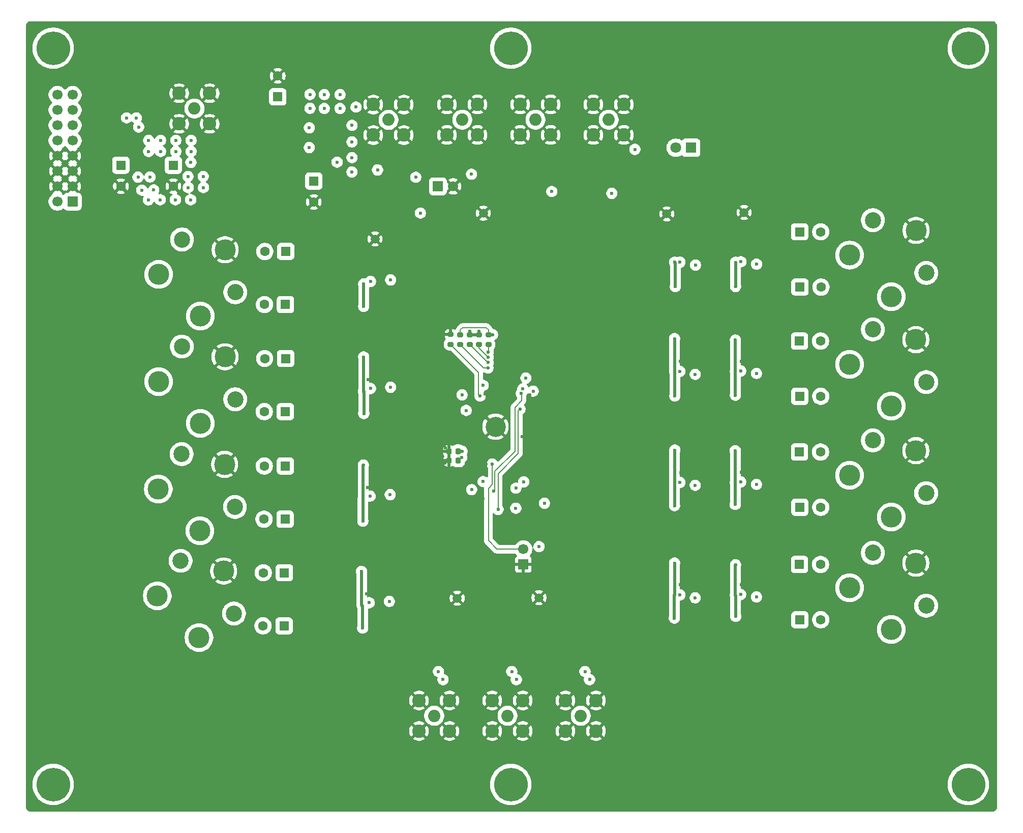
<source format=gbr>
%TF.GenerationSoftware,KiCad,Pcbnew,9.0.1*%
%TF.CreationDate,2025-06-08T13:48:48-07:00*%
%TF.ProjectId,pcm3168a_euro1,70636d33-3136-4386-915f-6575726f312e,rev?*%
%TF.SameCoordinates,Original*%
%TF.FileFunction,Copper,L4,Bot*%
%TF.FilePolarity,Positive*%
%FSLAX46Y46*%
G04 Gerber Fmt 4.6, Leading zero omitted, Abs format (unit mm)*
G04 Created by KiCad (PCBNEW 9.0.1) date 2025-06-08 13:48:48*
%MOMM*%
%LPD*%
G01*
G04 APERTURE LIST*
G04 Aperture macros list*
%AMRoundRect*
0 Rectangle with rounded corners*
0 $1 Rounding radius*
0 $2 $3 $4 $5 $6 $7 $8 $9 X,Y pos of 4 corners*
0 Add a 4 corners polygon primitive as box body*
4,1,4,$2,$3,$4,$5,$6,$7,$8,$9,$2,$3,0*
0 Add four circle primitives for the rounded corners*
1,1,$1+$1,$2,$3*
1,1,$1+$1,$4,$5*
1,1,$1+$1,$6,$7*
1,1,$1+$1,$8,$9*
0 Add four rect primitives between the rounded corners*
20,1,$1+$1,$2,$3,$4,$5,0*
20,1,$1+$1,$4,$5,$6,$7,0*
20,1,$1+$1,$6,$7,$8,$9,0*
20,1,$1+$1,$8,$9,$2,$3,0*%
G04 Aperture macros list end*
%TA.AperFunction,ComponentPad*%
%ADD10R,1.600000X1.600000*%
%TD*%
%TA.AperFunction,ComponentPad*%
%ADD11C,1.600000*%
%TD*%
%TA.AperFunction,ComponentPad*%
%ADD12C,3.500000*%
%TD*%
%TA.AperFunction,ComponentPad*%
%ADD13C,2.700000*%
%TD*%
%TA.AperFunction,ComponentPad*%
%ADD14C,2.050000*%
%TD*%
%TA.AperFunction,ComponentPad*%
%ADD15C,2.250000*%
%TD*%
%TA.AperFunction,ComponentPad*%
%ADD16C,5.600000*%
%TD*%
%TA.AperFunction,ComponentPad*%
%ADD17R,1.700000X1.700000*%
%TD*%
%TA.AperFunction,ComponentPad*%
%ADD18C,1.700000*%
%TD*%
%TA.AperFunction,ComponentPad*%
%ADD19C,1.500000*%
%TD*%
%TA.AperFunction,ComponentPad*%
%ADD20C,3.352800*%
%TD*%
%TA.AperFunction,ComponentPad*%
%ADD21R,1.800000X1.800000*%
%TD*%
%TA.AperFunction,ComponentPad*%
%ADD22C,1.800000*%
%TD*%
%TA.AperFunction,SMDPad,CuDef*%
%ADD23RoundRect,0.225000X0.225000X0.250000X-0.225000X0.250000X-0.225000X-0.250000X0.225000X-0.250000X0*%
%TD*%
%TA.AperFunction,SMDPad,CuDef*%
%ADD24RoundRect,0.200000X0.275000X-0.200000X0.275000X0.200000X-0.275000X0.200000X-0.275000X-0.200000X0*%
%TD*%
%TA.AperFunction,SMDPad,CuDef*%
%ADD25RoundRect,0.200000X-0.275000X0.200000X-0.275000X-0.200000X0.275000X-0.200000X0.275000X0.200000X0*%
%TD*%
%TA.AperFunction,ViaPad*%
%ADD26C,0.600000*%
%TD*%
%TA.AperFunction,Conductor*%
%ADD27C,0.177800*%
%TD*%
%TA.AperFunction,Conductor*%
%ADD28C,0.508000*%
%TD*%
G04 APERTURE END LIST*
D10*
%TO.P,C80,1*%
%TO.N,Net-(C80-Pad1)*%
X129792400Y-158939501D03*
D11*
%TO.P,C80,2*%
%TO.N,Net-(J22-Pin_4)*%
X126292400Y-158939501D03*
%TD*%
D10*
%TO.P,C119,1*%
%TO.N,Net-(C119-Pad1)*%
X215633300Y-166763700D03*
D11*
%TO.P,C119,2*%
%TO.N,Net-(J27-Pin_3)*%
X219133300Y-166763700D03*
%TD*%
D10*
%TO.P,C46,1*%
%TO.N,Net-(U12-VI)*%
X134696700Y-93752900D03*
D11*
%TO.P,C46,2*%
%TO.N,GND*%
X134696700Y-97252900D03*
%TD*%
D12*
%TO.P,J21,1,Pin_1*%
%TO.N,GND*%
X119855000Y-140907000D03*
D13*
%TO.P,J21,2,Pin_2*%
%TO.N,unconnected-(J21-Pin_2-Pad2)*%
X121565000Y-147977000D03*
D12*
%TO.P,J21,3,Pin_3*%
%TO.N,Net-(J21-Pin_3)*%
X115745000Y-151957000D03*
%TO.P,J21,4,Pin_4*%
%TO.N,Net-(J21-Pin_4)*%
X108805000Y-145017000D03*
D13*
%TO.P,J21,5,Pin_5*%
%TO.N,unconnected-(J21-Pin_5-Pad5)*%
X112685000Y-139197000D03*
%TD*%
D10*
%TO.P,C102,1*%
%TO.N,Net-(C102-Pad1)*%
X215582500Y-120383300D03*
D11*
%TO.P,C102,2*%
%TO.N,Net-(J25-Pin_4)*%
X219082500Y-120383300D03*
%TD*%
D10*
%TO.P,C74,1*%
%TO.N,Net-(C74-Pad1)*%
X129908200Y-150025599D03*
D11*
%TO.P,C74,2*%
%TO.N,Net-(J21-Pin_3)*%
X126408200Y-150025599D03*
%TD*%
D14*
%TO.P,J9,1,In*%
%TO.N,Net-(D1-K)*%
X183801300Y-83555900D03*
D15*
%TO.P,J9,2,Ext*%
%TO.N,GND*%
X186341300Y-81015900D03*
X181261300Y-81015900D03*
X186341300Y-86095900D03*
X181261300Y-86095900D03*
%TD*%
D16*
%TO.P,H6,1,1*%
%TO.N,Net-(H6-Pad1)*%
X243700300Y-194171100D03*
%TD*%
D10*
%TO.P,C73,1*%
%TO.N,Net-(C73-Pad1)*%
X129959000Y-141186400D03*
D11*
%TO.P,C73,2*%
%TO.N,Net-(J21-Pin_4)*%
X126459000Y-141186400D03*
%TD*%
D10*
%TO.P,C42,1*%
%TO.N,Net-(C42-Pad1)*%
X102577900Y-91123500D03*
D11*
%TO.P,C42,2*%
%TO.N,GND*%
X102577900Y-94623500D03*
%TD*%
D12*
%TO.P,J26,1,Pin_1*%
%TO.N,GND*%
X234957900Y-138619500D03*
D13*
%TO.P,J26,2,Pin_2*%
%TO.N,unconnected-(J26-Pin_2-Pad2)*%
X236667900Y-145689500D03*
D12*
%TO.P,J26,3,Pin_3*%
%TO.N,Net-(J26-Pin_3)*%
X230847900Y-149669500D03*
%TO.P,J26,4,Pin_4*%
%TO.N,Net-(J26-Pin_4)*%
X223907900Y-142729500D03*
D13*
%TO.P,J26,5,Pin_5*%
%TO.N,unconnected-(J26-Pin_5-Pad5)*%
X227787900Y-136909500D03*
%TD*%
D16*
%TO.P,H1,1,1*%
%TO.N,Net-(H1-Pad1)*%
X91300300Y-71667100D03*
%TD*%
D17*
%TO.P,J8,1,Pin_1*%
%TO.N,GND*%
X169595800Y-157561200D03*
D18*
%TO.P,J8,2,Pin_2*%
%TO.N,Net-(J8-Pin_2)*%
X169595800Y-155021200D03*
%TD*%
D14*
%TO.P,J10,1,In*%
%TO.N,Net-(J10-In)*%
X179149100Y-182733500D03*
D15*
%TO.P,J10,2,Ext*%
%TO.N,GND*%
X176609100Y-185273500D03*
X181689100Y-185273500D03*
X176609100Y-180193500D03*
X181689100Y-180193500D03*
%TD*%
D14*
%TO.P,J11,1,In*%
%TO.N,Net-(D2-K)*%
X171609300Y-83555900D03*
D15*
%TO.P,J11,2,Ext*%
%TO.N,GND*%
X174149300Y-81015900D03*
X169069300Y-81015900D03*
X174149300Y-86095900D03*
X169069300Y-86095900D03*
%TD*%
D19*
%TO.P,TP4,1,1*%
%TO.N,GND*%
X162941000Y-99110800D03*
%TD*%
D12*
%TO.P,J24,1,Pin_1*%
%TO.N,GND*%
X234983300Y-101980000D03*
D13*
%TO.P,J24,2,Pin_2*%
%TO.N,unconnected-(J24-Pin_2-Pad2)*%
X236693300Y-109050000D03*
D12*
%TO.P,J24,3,Pin_3*%
%TO.N,Net-(J24-Pin_3)*%
X230873300Y-113030000D03*
%TO.P,J24,4,Pin_4*%
%TO.N,Net-(J24-Pin_4)*%
X223933300Y-106090000D03*
D13*
%TO.P,J24,5,Pin_5*%
%TO.N,unconnected-(J24-Pin_5-Pad5)*%
X227813300Y-100270000D03*
%TD*%
D12*
%TO.P,J22,1,Pin_1*%
%TO.N,GND*%
X119688400Y-158660101D03*
D13*
%TO.P,J22,2,Pin_2*%
%TO.N,unconnected-(J22-Pin_2-Pad2)*%
X121398400Y-165730101D03*
D12*
%TO.P,J22,3,Pin_3*%
%TO.N,Net-(J22-Pin_3)*%
X115578400Y-169710101D03*
%TO.P,J22,4,Pin_4*%
%TO.N,Net-(J22-Pin_4)*%
X108638400Y-162770101D03*
D13*
%TO.P,J22,5,Pin_5*%
%TO.N,unconnected-(J22-Pin_5-Pad5)*%
X112518400Y-156950101D03*
%TD*%
D16*
%TO.P,H5,1,1*%
%TO.N,Net-(H5-Pad1)*%
X167500300Y-194171100D03*
%TD*%
D19*
%TO.P,TP3,1,1*%
%TO.N,GND*%
X193471800Y-99237800D03*
%TD*%
D10*
%TO.P,C87,1*%
%TO.N,Net-(C87-Pad1)*%
X215607900Y-102209600D03*
D11*
%TO.P,C87,2*%
%TO.N,Net-(J24-Pin_4)*%
X219107900Y-102209600D03*
%TD*%
D14*
%TO.P,J19,1,In*%
%TO.N,Net-(J19-In)*%
X114820700Y-81700100D03*
D15*
%TO.P,J19,2,Ext*%
%TO.N,GND*%
X112280700Y-79160100D03*
X112280700Y-84240100D03*
X117360700Y-79160100D03*
X117360700Y-84240100D03*
%TD*%
D12*
%TO.P,J25,1,Pin_1*%
%TO.N,GND*%
X234957900Y-120153700D03*
D13*
%TO.P,J25,2,Pin_2*%
%TO.N,unconnected-(J25-Pin_2-Pad2)*%
X236667900Y-127223700D03*
D12*
%TO.P,J25,3,Pin_3*%
%TO.N,Net-(J25-Pin_3)*%
X230847900Y-131203700D03*
%TO.P,J25,4,Pin_4*%
%TO.N,Net-(J25-Pin_4)*%
X223907900Y-124263700D03*
D13*
%TO.P,J25,5,Pin_5*%
%TO.N,unconnected-(J25-Pin_5-Pad5)*%
X227787900Y-118443700D03*
%TD*%
D14*
%TO.P,J14,1,In*%
%TO.N,Net-(J14-In)*%
X166957100Y-182733500D03*
D15*
%TO.P,J14,2,Ext*%
%TO.N,GND*%
X164417100Y-185273500D03*
X169497100Y-185273500D03*
X164417100Y-180193500D03*
X169497100Y-180193500D03*
%TD*%
D19*
%TO.P,TP2,1,1*%
%TO.N,GND*%
X206349600Y-99009200D03*
%TD*%
D20*
%TO.P,U1,65,PAD*%
%TO.N,GND*%
X164956201Y-134639199D03*
%TD*%
D14*
%TO.P,J12,1,In*%
%TO.N,Net-(J12-In)*%
X154753300Y-182733500D03*
D15*
%TO.P,J12,2,Ext*%
%TO.N,GND*%
X152213300Y-185273500D03*
X157293300Y-185273500D03*
X152213300Y-180193500D03*
X157293300Y-180193500D03*
%TD*%
D10*
%TO.P,C31,1*%
%TO.N,Net-(C31-Pad1)*%
X130030000Y-105474000D03*
D11*
%TO.P,C31,2*%
%TO.N,Net-(J1-Pin_4)*%
X126530000Y-105474000D03*
%TD*%
D10*
%TO.P,C88,1*%
%TO.N,Net-(C88-Pad1)*%
X215658700Y-111404400D03*
D11*
%TO.P,C88,2*%
%TO.N,Net-(J24-Pin_3)*%
X219158700Y-111404400D03*
%TD*%
D14*
%TO.P,J15,1,In*%
%TO.N,Net-(J15-In)*%
X159417300Y-83555900D03*
D15*
%TO.P,J15,2,Ext*%
%TO.N,GND*%
X161957300Y-81015900D03*
X156877300Y-81015900D03*
X161957300Y-86095900D03*
X156877300Y-86095900D03*
%TD*%
D12*
%TO.P,J17,1,Pin_1*%
%TO.N,GND*%
X119911000Y-123012700D03*
D13*
%TO.P,J17,2,Pin_2*%
%TO.N,unconnected-(J17-Pin_2-Pad2)*%
X121621000Y-130082700D03*
D12*
%TO.P,J17,3,Pin_3*%
%TO.N,Net-(J17-Pin_3)*%
X115801000Y-134062700D03*
%TO.P,J17,4,Pin_4*%
%TO.N,Net-(J17-Pin_4)*%
X108861000Y-127122700D03*
D13*
%TO.P,J17,5,Pin_5*%
%TO.N,unconnected-(J17-Pin_5-Pad5)*%
X112741000Y-121302700D03*
%TD*%
D14*
%TO.P,J13,1,In*%
%TO.N,Net-(J13-In)*%
X147149100Y-83581300D03*
D15*
%TO.P,J13,2,Ext*%
%TO.N,GND*%
X149689100Y-86121300D03*
X149689100Y-81041300D03*
X144609100Y-86121300D03*
X144609100Y-81041300D03*
%TD*%
D10*
%TO.P,C118,1*%
%TO.N,Net-(C118-Pad1)*%
X215582500Y-157568900D03*
D11*
%TO.P,C118,2*%
%TO.N,Net-(J27-Pin_4)*%
X219082500Y-157568900D03*
%TD*%
D10*
%TO.P,C35,1*%
%TO.N,Net-(C35-Pad1)*%
X130015000Y-123292100D03*
D11*
%TO.P,C35,2*%
%TO.N,Net-(J17-Pin_4)*%
X126515000Y-123292100D03*
%TD*%
D19*
%TO.P,TP1,1,1*%
%TO.N,GND*%
X144907000Y-103403400D03*
%TD*%
D10*
%TO.P,C45,1*%
%TO.N,+5V*%
X111315500Y-91121849D03*
D11*
%TO.P,C45,2*%
%TO.N,GND*%
X111315500Y-94621849D03*
%TD*%
D19*
%TO.P,TP6,1,1*%
%TO.N,GND*%
X158572200Y-163169600D03*
%TD*%
D10*
%TO.P,C111,1*%
%TO.N,Net-(C111-Pad1)*%
X215633300Y-148043900D03*
D11*
%TO.P,C111,2*%
%TO.N,Net-(J26-Pin_3)*%
X219133300Y-148043900D03*
%TD*%
D17*
%TO.P,J16,1,Pin_1*%
%TO.N,Net-(J16-Pin_1)*%
X155379500Y-94654100D03*
D18*
%TO.P,J16,2,Pin_2*%
%TO.N,GND*%
X157919500Y-94654100D03*
%TD*%
D12*
%TO.P,J1,1,Pin_1*%
%TO.N,GND*%
X119926000Y-105194600D03*
D13*
%TO.P,J1,2,Pin_2*%
%TO.N,unconnected-(J1-Pin_2-Pad2)*%
X121636000Y-112264600D03*
D12*
%TO.P,J1,3,Pin_3*%
%TO.N,Net-(J1-Pin_3)*%
X115816000Y-116244600D03*
%TO.P,J1,4,Pin_4*%
%TO.N,Net-(J1-Pin_4)*%
X108876000Y-109304600D03*
D13*
%TO.P,J1,5,Pin_5*%
%TO.N,unconnected-(J1-Pin_5-Pad5)*%
X112756000Y-103484600D03*
%TD*%
D19*
%TO.P,TP5,1,1*%
%TO.N,GND*%
X172186600Y-163093400D03*
%TD*%
D16*
%TO.P,H4,1,1*%
%TO.N,Net-(H4-Pad1)*%
X243700300Y-71667100D03*
%TD*%
D10*
%TO.P,C81,1*%
%TO.N,Net-(C81-Pad1)*%
X129741600Y-167778700D03*
D11*
%TO.P,C81,2*%
%TO.N,Net-(J22-Pin_3)*%
X126241600Y-167778700D03*
%TD*%
D16*
%TO.P,H2,1,1*%
%TO.N,Net-(H2-Pad1)*%
X91300300Y-194171100D03*
%TD*%
D10*
%TO.P,C36,1*%
%TO.N,Net-(C36-Pad1)*%
X129964200Y-132131299D03*
D11*
%TO.P,C36,2*%
%TO.N,Net-(J17-Pin_3)*%
X126464200Y-132131299D03*
%TD*%
D16*
%TO.P,H3,1,1*%
%TO.N,Net-(H3-Pad1)*%
X167500300Y-71667100D03*
%TD*%
D10*
%TO.P,C110,1*%
%TO.N,Net-(C110-Pad1)*%
X215582500Y-138849100D03*
D11*
%TO.P,C110,2*%
%TO.N,Net-(J26-Pin_4)*%
X219082500Y-138849100D03*
%TD*%
D10*
%TO.P,C59,1*%
%TO.N,VDD*%
X128702300Y-79757500D03*
D11*
%TO.P,C59,2*%
%TO.N,GND*%
X128702300Y-76257500D03*
%TD*%
D21*
%TO.P,D3,1,K*%
%TO.N,Net-(D3-K)*%
X197510400Y-88214200D03*
D22*
%TO.P,D3,2,A*%
%TO.N,VDD*%
X194970400Y-88214200D03*
%TD*%
D10*
%TO.P,C67,1*%
%TO.N,Net-(C67-Pad1)*%
X129979200Y-114313199D03*
D11*
%TO.P,C67,2*%
%TO.N,Net-(J1-Pin_3)*%
X126479200Y-114313199D03*
%TD*%
D12*
%TO.P,J27,1,Pin_1*%
%TO.N,GND*%
X234957900Y-157339300D03*
D13*
%TO.P,J27,2,Pin_2*%
%TO.N,unconnected-(J27-Pin_2-Pad2)*%
X236667900Y-164409300D03*
D12*
%TO.P,J27,3,Pin_3*%
%TO.N,Net-(J27-Pin_3)*%
X230847900Y-168389300D03*
%TO.P,J27,4,Pin_4*%
%TO.N,Net-(J27-Pin_4)*%
X223907900Y-161449300D03*
D13*
%TO.P,J27,5,Pin_5*%
%TO.N,unconnected-(J27-Pin_5-Pad5)*%
X227787900Y-155629300D03*
%TD*%
D10*
%TO.P,C103,1*%
%TO.N,Net-(C103-Pad1)*%
X215633300Y-129578100D03*
D11*
%TO.P,C103,2*%
%TO.N,Net-(J25-Pin_3)*%
X219133300Y-129578100D03*
%TD*%
D17*
%TO.P,J18,1,Pin_1*%
%TO.N,/power/EURO_-12V*%
X94551500Y-97194100D03*
D18*
%TO.P,J18,2,Pin_2*%
X92011500Y-97194100D03*
%TO.P,J18,3,Pin_3*%
%TO.N,GND*%
X94551500Y-94654100D03*
%TO.P,J18,4,Pin_4*%
X92011500Y-94654100D03*
%TO.P,J18,5,Pin_5*%
X94551500Y-92114100D03*
%TO.P,J18,6,Pin_6*%
X92011500Y-92114100D03*
%TO.P,J18,7,Pin_7*%
X94551500Y-89574100D03*
%TO.P,J18,8,Pin_8*%
X92011500Y-89574100D03*
%TO.P,J18,9,Pin_9*%
%TO.N,/power/EURO_+12V*%
X94551500Y-87034100D03*
%TO.P,J18,10,Pin_10*%
X92011500Y-87034100D03*
%TO.P,J18,11,Pin_11*%
%TO.N,/power/EURO_+5V*%
X94551500Y-84494100D03*
%TO.P,J18,12,Pin_12*%
X92011500Y-84494100D03*
%TO.P,J18,13,Pin_13*%
%TO.N,unconnected-(J18-Pin_13-Pad13)*%
X94551500Y-81954100D03*
%TO.P,J18,14,Pin_14*%
%TO.N,unconnected-(J18-Pin_14-Pad14)*%
X92011500Y-81954100D03*
%TO.P,J18,15,Pin_15*%
%TO.N,unconnected-(J18-Pin_15-Pad15)*%
X94551500Y-79414100D03*
%TO.P,J18,16,Pin_16*%
%TO.N,unconnected-(J18-Pin_16-Pad16)*%
X92011500Y-79414100D03*
%TD*%
D23*
%TO.P,C121,1*%
%TO.N,/VIN6+*%
X158763000Y-140284200D03*
%TO.P,C121,2*%
%TO.N,GND*%
X157213000Y-140284200D03*
%TD*%
D24*
%TO.P,R1,1*%
%TO.N,Net-(U1-MODE)*%
X157480000Y-120941600D03*
%TO.P,R1,2*%
%TO.N,GND*%
X157480000Y-119291600D03*
%TD*%
%TO.P,R14,1*%
%TO.N,Net-(U1-MDI_SDA_DEMP)*%
X162204400Y-120992400D03*
%TO.P,R14,2*%
%TO.N,GND*%
X162204400Y-119342400D03*
%TD*%
D25*
%TO.P,R16,1*%
%TO.N,VDD*%
X163779200Y-119317000D03*
%TO.P,R16,2*%
%TO.N,Net-(U1-MC_SCL_FMT)*%
X163779200Y-120967000D03*
%TD*%
D24*
%TO.P,R11,1*%
%TO.N,Net-(U1-MDO_ADR1_MD1)*%
X160655000Y-120992400D03*
%TO.P,R11,2*%
%TO.N,GND*%
X160655000Y-119342400D03*
%TD*%
D25*
%TO.P,R13,1*%
%TO.N,VDD*%
X159105600Y-119342400D03*
%TO.P,R13,2*%
%TO.N,Net-(U1-MS_ADR0_MD0)*%
X159105600Y-120992400D03*
%TD*%
D23*
%TO.P,C120,1*%
%TO.N,/VIN5+*%
X158725200Y-138709400D03*
%TO.P,C120,2*%
%TO.N,GND*%
X157175200Y-138709400D03*
%TD*%
D26*
%TO.N,GND*%
X169519600Y-92557600D03*
X198272400Y-124142500D03*
X196850000Y-185420000D03*
X215900000Y-82550000D03*
X143723600Y-126834900D03*
X215900000Y-179070000D03*
X215900000Y-191770000D03*
X118110000Y-179070000D03*
X99021900Y-88202500D03*
X157149800Y-130632200D03*
X91440000Y-142240000D03*
X155651200Y-98679000D03*
X143510000Y-185420000D03*
X124460000Y-191770000D03*
X91440000Y-116840000D03*
X105410000Y-191770000D03*
X209550000Y-179070000D03*
X195808600Y-105587800D03*
X200190100Y-118072900D03*
X158557900Y-170390400D03*
X97790000Y-148590000D03*
X145237200Y-136702800D03*
X222250000Y-76200000D03*
X172110400Y-150469600D03*
X208432400Y-105816400D03*
X159816800Y-194157600D03*
X184975500Y-118072900D03*
X185191400Y-135585200D03*
X157454600Y-118719600D03*
X111760000Y-179070000D03*
X228600000Y-179070000D03*
X160655000Y-118770400D03*
X158405500Y-176080000D03*
X124460000Y-185420000D03*
X124460000Y-179070000D03*
X176555400Y-90144600D03*
X151180800Y-170408600D03*
X222250000Y-88900000D03*
X143738600Y-109016800D03*
X200113900Y-149797500D03*
X160959800Y-148031200D03*
X97790000Y-116840000D03*
X236677200Y-71729600D03*
X196850000Y-179070000D03*
X215900000Y-88900000D03*
X170662600Y-129311400D03*
X203200000Y-191770000D03*
X184975500Y-113246900D03*
X97790000Y-154940000D03*
X148467600Y-139002500D03*
X148467600Y-134176500D03*
X149987000Y-96723200D03*
X174523400Y-126314200D03*
X177873700Y-172117600D03*
X187921900Y-149670500D03*
X208407000Y-161175700D03*
X130810000Y-179070000D03*
X153477900Y-172117600D03*
X148315800Y-116701300D03*
X163398200Y-170383200D03*
X235966000Y-194183000D03*
X147243800Y-162128200D03*
X148078200Y-170166801D03*
X148244800Y-152413700D03*
X200190100Y-113246900D03*
X147497800Y-126517400D03*
X163474400Y-137617200D03*
X171729400Y-91948000D03*
X185166000Y-93167200D03*
X187921900Y-154496500D03*
X228600000Y-185420000D03*
X130810000Y-191770000D03*
X174828200Y-71602600D03*
X163398200Y-140843000D03*
X105410000Y-179070000D03*
X160528000Y-125755400D03*
X91440000Y-135890000D03*
X188874400Y-90144600D03*
X166776400Y-137236200D03*
X97790000Y-129540000D03*
X91440000Y-148590000D03*
X97790000Y-123190000D03*
X163220400Y-129133600D03*
X105410000Y-185420000D03*
X222250000Y-191770000D03*
X170002200Y-133273800D03*
X184302400Y-151892000D03*
X205892400Y-123748800D03*
X137160000Y-179070000D03*
X200012300Y-137046700D03*
X203200000Y-185420000D03*
X155625800Y-128219200D03*
X209550000Y-185420000D03*
X170609300Y-176080000D03*
X159512000Y-132867400D03*
X222250000Y-185420000D03*
X209550000Y-88900000D03*
X228600000Y-88900000D03*
X145288000Y-154762200D03*
X157988000Y-91770200D03*
X200113900Y-154623500D03*
X162864800Y-146608800D03*
X170761700Y-170390400D03*
X168910000Y-91135200D03*
X175361600Y-138607800D03*
X222250000Y-82550000D03*
X130810000Y-83388200D03*
X130810000Y-185420000D03*
X162179000Y-118770400D03*
X169440200Y-150430798D03*
X179628800Y-89103200D03*
X195757800Y-123774200D03*
X203200000Y-179070000D03*
X163471200Y-126021398D03*
X165681700Y-172117600D03*
X198272400Y-161328100D03*
X167840000Y-143318798D03*
X188010800Y-115646200D03*
X158546800Y-147980400D03*
X170786400Y-142810798D03*
X209550000Y-191770000D03*
X111760000Y-185420000D03*
X167208200Y-133121400D03*
X143501000Y-162482301D03*
X98221800Y-71704200D03*
X205867000Y-142189200D03*
X222250000Y-179070000D03*
X173278800Y-141960600D03*
X102120700Y-88126300D03*
X205867000Y-160934400D03*
X190500000Y-179070000D03*
X228600000Y-82550000D03*
X181660800Y-92049600D03*
X215900000Y-185420000D03*
X108648500Y-84494100D03*
X176377600Y-144678400D03*
X181076600Y-91109800D03*
X155105200Y-138569200D03*
X147523200Y-108686600D03*
X228600000Y-191770000D03*
X156565600Y-140716000D03*
X91440000Y-154940000D03*
X188023500Y-132855700D03*
X209550000Y-82550000D03*
X148424900Y-157188900D03*
X143510000Y-191770000D03*
X98272600Y-194157600D03*
X168414600Y-146368000D03*
X129311400Y-83159600D03*
X137160000Y-191770000D03*
X128778000Y-91846400D03*
X150037800Y-93116400D03*
X200164700Y-131420600D03*
X195757800Y-160959800D03*
X208407000Y-142455900D03*
X127152400Y-91871800D03*
X175285400Y-141376400D03*
X198297800Y-105968800D03*
X165023800Y-90246200D03*
X175590200Y-170408600D03*
X151460200Y-118922800D03*
X118110000Y-185420000D03*
X137160000Y-185420000D03*
X188023500Y-137681700D03*
X209550000Y-76200000D03*
X160629600Y-141579600D03*
X127177800Y-83032600D03*
X182801300Y-176080000D03*
X170176800Y-146544598D03*
X190500000Y-191770000D03*
X144297400Y-89306400D03*
X208407000Y-123990100D03*
X200012300Y-132220700D03*
X142849600Y-95681800D03*
X190500000Y-185420000D03*
X169418000Y-136271000D03*
X228600000Y-76200000D03*
X215900000Y-76200000D03*
X200164700Y-168606200D03*
X165862000Y-88747600D03*
X147421600Y-144399000D03*
X205917800Y-105562400D03*
X172793000Y-128281998D03*
X167462200Y-89103200D03*
X148315800Y-121527300D03*
X182953700Y-170390400D03*
X154521000Y-143115800D03*
X111760000Y-191770000D03*
X142875000Y-97231200D03*
X103771700Y-88100900D03*
X143667600Y-144729200D03*
X91440000Y-123190000D03*
X156641800Y-138176000D03*
X169824400Y-139573000D03*
X118110000Y-191770000D03*
X143510000Y-179070000D03*
X198272400Y-142608300D03*
X195783200Y-142265400D03*
X97790000Y-142240000D03*
X97790000Y-135890000D03*
X175183800Y-93091000D03*
X91440000Y-129540000D03*
X202641200Y-88188800D03*
X165100000Y-139115800D03*
X147675600Y-94843600D03*
X196850000Y-191770000D03*
%TO.N,VDD*%
X179854900Y-175368800D03*
X156221100Y-176715000D03*
X145313400Y-91922600D03*
X133960100Y-88188800D03*
X172212000Y-154584400D03*
X152450800Y-99085400D03*
X174320200Y-95504000D03*
X134061200Y-81661000D03*
X168424900Y-176715000D03*
X141071600Y-84505800D03*
X138582400Y-90627200D03*
X134061200Y-79349600D03*
X141071600Y-89865200D03*
X167662900Y-175368800D03*
X133960100Y-84912200D03*
X162890200Y-127762000D03*
X139065000Y-81686400D03*
X180616900Y-176715000D03*
X141732000Y-81457800D03*
X168348000Y-144868198D03*
X151688800Y-93141800D03*
X168338400Y-148196800D03*
X139065000Y-79375000D03*
X141046200Y-92252800D03*
X155459100Y-175368800D03*
X184327800Y-95808800D03*
X160959800Y-92633800D03*
X188163200Y-88493600D03*
X141071600Y-87249000D03*
X136448800Y-79375000D03*
X164465000Y-119329200D03*
X136448800Y-81686400D03*
%TO.N,Net-(J8-Pin_2)*%
X164414200Y-140843000D03*
%TO.N,+5V*%
X195656200Y-162623500D03*
X195681600Y-107264200D03*
X111658400Y-96875600D03*
X105435400Y-93116400D03*
X208407000Y-125768100D03*
X162890200Y-143764000D03*
X205790800Y-143827500D03*
X205816200Y-107188000D03*
X114261900Y-88837500D03*
X208432400Y-107594400D03*
X205790800Y-162547300D03*
X195656200Y-143903700D03*
X109181900Y-88837500D03*
X143907400Y-163930101D03*
X169646600Y-143814800D03*
X198221600Y-163106100D03*
X113792000Y-94843600D03*
X105168700Y-83274900D03*
X105524300Y-84773500D03*
X159385000Y-129336800D03*
X109181900Y-86983300D03*
X160070800Y-131927600D03*
X147269200Y-163703000D03*
X116332000Y-94843600D03*
X198221600Y-144386300D03*
X147497800Y-110210600D03*
X107200700Y-88837500D03*
X195656200Y-125437900D03*
X169519600Y-128346200D03*
X107137200Y-96901000D03*
X160985200Y-145110200D03*
X144145000Y-110464600D03*
X113741200Y-92989400D03*
X208407000Y-144233900D03*
X147421600Y-145948400D03*
X144130000Y-128282700D03*
X205790800Y-125361700D03*
X114261900Y-86983300D03*
X107200700Y-87008700D03*
X144074000Y-146177000D03*
X171221400Y-128727200D03*
X114198400Y-96875600D03*
X111721900Y-88837500D03*
X108051600Y-95250000D03*
X114236500Y-90666300D03*
X208407000Y-162953700D03*
X198221600Y-125920500D03*
X106070400Y-95275400D03*
X107416600Y-93091000D03*
X147497800Y-128066800D03*
X116281200Y-92989400D03*
X170027600Y-126542800D03*
X173101000Y-147370800D03*
X198247000Y-107746800D03*
X103517700Y-83249500D03*
X111721900Y-86983300D03*
X109118400Y-96875600D03*
%TO.N,Net-(U1-MODE)*%
X162382200Y-129540000D03*
%TO.N,Net-(U1-MDO_ADR1_MD1)*%
X163753800Y-123952000D03*
%TO.N,Net-(U1-MS_ADR0_MD0)*%
X163703000Y-124866400D03*
%TO.N,Net-(U1-MDI_SDA_DEMP)*%
X163753800Y-123063000D03*
%TO.N,Net-(U1-MC_SCL_FMT)*%
X163753800Y-122199400D03*
%TO.N,/bck_master/IN*%
X169037000Y-131699000D03*
X165379400Y-148386800D03*
%TO.N,/lrck_master/IN*%
X169240200Y-129108200D03*
X164668200Y-145313400D03*
%TO.N,VCOMDA*%
X204876400Y-138633200D03*
X204927200Y-107289600D03*
X194767200Y-143903700D03*
X194741800Y-166471600D03*
X194767200Y-119989600D03*
X204901800Y-129387600D03*
X204901800Y-162648900D03*
X204952600Y-166192200D03*
X194767200Y-125437900D03*
X194894200Y-111328200D03*
X194818000Y-138531600D03*
X194767200Y-147777200D03*
X204876400Y-147574000D03*
X194818000Y-129514600D03*
X204901800Y-120218200D03*
X194767200Y-162623500D03*
X194792600Y-107264200D03*
X204927200Y-157607000D03*
X204927200Y-111302800D03*
X194767200Y-157327600D03*
X204901800Y-125463300D03*
X204901800Y-143929100D03*
%TO.N,/VIN6+*%
X159334200Y-139725400D03*
%TO.N,/VIN5+*%
X159385000Y-138734800D03*
%TO.N,VCOMAD*%
X143002000Y-114630200D03*
X143027400Y-132435600D03*
X142931000Y-146608800D03*
X143002000Y-110896400D03*
X142875000Y-150368000D03*
X142951200Y-140995400D03*
X142824200Y-168148000D03*
X142987000Y-128714500D03*
X143002000Y-123037600D03*
X142646400Y-158724600D03*
X142764400Y-164361901D03*
%TD*%
D27*
%TO.N,GND*%
X157480000Y-119291600D02*
X157480000Y-118745000D01*
X156997400Y-140284200D02*
X156565600Y-140716000D01*
X162204400Y-119342400D02*
X162204400Y-118795800D01*
X160655000Y-119342400D02*
X160655000Y-118770400D01*
X157480000Y-118745000D02*
X157454600Y-118719600D01*
X157175200Y-138709400D02*
X156641800Y-138176000D01*
X162204400Y-118795800D02*
X162179000Y-118770400D01*
%TO.N,VDD*%
X163779200Y-119317000D02*
X164452800Y-119317000D01*
X159105600Y-119342400D02*
X159105600Y-118516400D01*
X159105600Y-118516400D02*
X159461200Y-118160800D01*
X163779200Y-118516400D02*
X163779200Y-119317000D01*
X164452800Y-119317000D02*
X164465000Y-119329200D01*
X163423600Y-118160800D02*
X163779200Y-118516400D01*
X159461200Y-118160800D02*
X163423600Y-118160800D01*
%TO.N,Net-(J8-Pin_2)*%
X165206600Y-155021200D02*
X163779200Y-153593800D01*
X163779200Y-144907000D02*
X164414200Y-144272000D01*
X164414200Y-144272000D02*
X164414200Y-140843000D01*
X169595800Y-155021200D02*
X165206600Y-155021200D01*
X163779200Y-153593800D02*
X163779200Y-144907000D01*
%TO.N,Net-(U1-MODE)*%
X162153600Y-129311400D02*
X162382200Y-129540000D01*
X162153600Y-125615200D02*
X162153600Y-129311400D01*
X157480000Y-120941600D02*
X162153600Y-125615200D01*
%TO.N,Net-(U1-MDO_ADR1_MD1)*%
X163614600Y-123952000D02*
X160655000Y-120992400D01*
X163753800Y-123952000D02*
X163614600Y-123952000D01*
%TO.N,Net-(U1-MS_ADR0_MD0)*%
X162979600Y-124866400D02*
X159105600Y-120992400D01*
X163703000Y-124866400D02*
X162979600Y-124866400D01*
%TO.N,Net-(U1-MDI_SDA_DEMP)*%
X162204400Y-121513600D02*
X162204400Y-120992400D01*
X163753800Y-123063000D02*
X162204400Y-121513600D01*
%TO.N,Net-(U1-MC_SCL_FMT)*%
X163779200Y-120967000D02*
X163779200Y-122174000D01*
X163779200Y-122174000D02*
X163753800Y-122199400D01*
%TO.N,/bck_master/IN*%
X168757600Y-139065000D02*
X165379400Y-142443200D01*
X165379400Y-142443200D02*
X165379400Y-148386800D01*
X168757600Y-131978400D02*
X168757600Y-139065000D01*
X169037000Y-131699000D02*
X168757600Y-131978400D01*
%TO.N,/lrck_master/IN*%
X169316400Y-129184400D02*
X169316400Y-130302000D01*
X169316400Y-130302000D02*
X168198800Y-131419600D01*
X168198800Y-138709400D02*
X164846000Y-142062200D01*
X169240200Y-129108200D02*
X169316400Y-129184400D01*
X164846000Y-145135600D02*
X164668200Y-145313400D01*
X164846000Y-142062200D02*
X164846000Y-145135600D01*
X168198800Y-131419600D02*
X168198800Y-138709400D01*
D28*
%TO.N,VCOMDA*%
X204901800Y-138658600D02*
X204876400Y-138633200D01*
X194767200Y-138582400D02*
X194818000Y-138531600D01*
X204901800Y-129387600D02*
X204901800Y-125463300D01*
X194894200Y-107365800D02*
X194792600Y-107264200D01*
X204952600Y-166192200D02*
X204952600Y-162699700D01*
X204901800Y-143929100D02*
X204901800Y-138658600D01*
X204901800Y-125463300D02*
X204901800Y-120218200D01*
X194894200Y-111328200D02*
X194894200Y-107365800D01*
X204927200Y-111302800D02*
X204927200Y-107289600D01*
X194767200Y-143903700D02*
X194767200Y-138582400D01*
X194767200Y-125437900D02*
X194767200Y-119989600D01*
X194818000Y-129514600D02*
X194818000Y-125488700D01*
X204876400Y-143954500D02*
X204901800Y-143929100D01*
X194767200Y-147777200D02*
X194767200Y-143903700D01*
X194818000Y-125488700D02*
X194767200Y-125437900D01*
X204952600Y-162699700D02*
X204901800Y-162648900D01*
X194741800Y-166471600D02*
X194741800Y-162648900D01*
X204901800Y-111328200D02*
X204927200Y-111302800D01*
X204901800Y-157632400D02*
X204927200Y-157607000D01*
X204876400Y-147574000D02*
X204876400Y-143954500D01*
X204901800Y-162648900D02*
X204901800Y-157632400D01*
X194741800Y-162648900D02*
X194767200Y-162623500D01*
X194767200Y-162623500D02*
X194767200Y-157327600D01*
%TO.N,VCOMAD*%
X142875000Y-150368000D02*
X142875000Y-146664800D01*
X142931000Y-141015600D02*
X142951200Y-140995400D01*
X142987000Y-123052600D02*
X143002000Y-123037600D01*
X142646400Y-164243901D02*
X142646400Y-158724600D01*
X142987000Y-128714500D02*
X142987000Y-123052600D01*
X142824200Y-168148000D02*
X142824200Y-164421701D01*
X143002000Y-114630200D02*
X143002000Y-110896400D01*
X143027400Y-132435600D02*
X143027400Y-128754900D01*
X142764400Y-164361901D02*
X142646400Y-164243901D01*
X142931000Y-146608800D02*
X142931000Y-141015600D01*
X142824200Y-164421701D02*
X142764400Y-164361901D01*
X143027400Y-128754900D02*
X142987000Y-128714500D01*
X142875000Y-146664800D02*
X142931000Y-146608800D01*
%TD*%
%TA.AperFunction,Conductor*%
%TO.N,GND*%
G36*
X162146521Y-119112402D02*
G01*
X162193014Y-119166058D01*
X162204400Y-119218400D01*
X162204400Y-119466400D01*
X162184398Y-119534521D01*
X162130742Y-119581014D01*
X162078400Y-119592400D01*
X160781000Y-119592400D01*
X160772174Y-119589808D01*
X160763068Y-119591118D01*
X160738642Y-119579962D01*
X160712879Y-119572398D01*
X160706854Y-119565444D01*
X160698488Y-119561624D01*
X160683973Y-119539038D01*
X160666386Y-119518742D01*
X160664061Y-119508055D01*
X160660104Y-119501898D01*
X160655000Y-119466400D01*
X160655000Y-119218400D01*
X160675002Y-119150279D01*
X160728658Y-119103786D01*
X160781000Y-119092400D01*
X162078400Y-119092400D01*
X162146521Y-119112402D01*
G37*
%TD.AperFunction*%
%TA.AperFunction,Conductor*%
G36*
X94085575Y-94847093D02*
G01*
X94151401Y-94961107D01*
X94244493Y-95054199D01*
X94358507Y-95120025D01*
X94422090Y-95137062D01*
X93887455Y-95671696D01*
X93825143Y-95705721D01*
X93798361Y-95708600D01*
X93637320Y-95708600D01*
X93601297Y-95711434D01*
X93447104Y-95756232D01*
X93308900Y-95837966D01*
X93308896Y-95837969D01*
X93195368Y-95951497D01*
X93155592Y-96018754D01*
X93144548Y-96029065D01*
X93137498Y-96042427D01*
X93119122Y-96052804D01*
X93103698Y-96067205D01*
X93088833Y-96069908D01*
X93075678Y-96077338D01*
X93054610Y-96076133D01*
X93033847Y-96079910D01*
X93018678Y-96074078D01*
X93004797Y-96073285D01*
X92973080Y-96056550D01*
X92815814Y-95942290D01*
X92772461Y-95886069D01*
X92766386Y-95815333D01*
X92770163Y-95808173D01*
X92773217Y-95769369D01*
X92140910Y-95137062D01*
X92204493Y-95120025D01*
X92318507Y-95054199D01*
X92411599Y-94961107D01*
X92477425Y-94847093D01*
X92494462Y-94783510D01*
X93126769Y-95415817D01*
X93126770Y-95415816D01*
X93166120Y-95361657D01*
X93166121Y-95361656D01*
X93169232Y-95355551D01*
X93217980Y-95303935D01*
X93286895Y-95286868D01*
X93354096Y-95309768D01*
X93393768Y-95355551D01*
X93396877Y-95361653D01*
X93436229Y-95415816D01*
X93436230Y-95415816D01*
X94068537Y-94783509D01*
X94085575Y-94847093D01*
G37*
%TD.AperFunction*%
%TA.AperFunction,Conductor*%
G36*
X94085575Y-92307093D02*
G01*
X94151401Y-92421107D01*
X94244493Y-92514199D01*
X94358507Y-92580025D01*
X94422090Y-92597062D01*
X93789782Y-93229369D01*
X93843949Y-93268724D01*
X93850053Y-93271835D01*
X93901667Y-93320584D01*
X93918731Y-93389499D01*
X93895828Y-93456700D01*
X93850053Y-93496365D01*
X93843953Y-93499473D01*
X93843946Y-93499477D01*
X93789782Y-93538829D01*
X94422091Y-94171137D01*
X94358507Y-94188175D01*
X94244493Y-94254001D01*
X94151401Y-94347093D01*
X94085575Y-94461107D01*
X94068537Y-94524690D01*
X93436229Y-93892382D01*
X93396877Y-93946546D01*
X93396873Y-93946553D01*
X93393765Y-93952653D01*
X93345016Y-94004267D01*
X93276101Y-94021331D01*
X93208900Y-93998428D01*
X93169235Y-93952653D01*
X93166124Y-93946549D01*
X93126769Y-93892382D01*
X92494462Y-94524689D01*
X92477425Y-94461107D01*
X92411599Y-94347093D01*
X92318507Y-94254001D01*
X92204493Y-94188175D01*
X92140909Y-94171137D01*
X92773216Y-93538830D01*
X92773216Y-93538829D01*
X92719053Y-93499477D01*
X92712951Y-93496368D01*
X92661335Y-93447620D01*
X92644268Y-93378705D01*
X92664852Y-93314905D01*
X92741742Y-93197894D01*
X92140910Y-92597062D01*
X92204493Y-92580025D01*
X92318507Y-92514199D01*
X92411599Y-92421107D01*
X92477425Y-92307093D01*
X92494462Y-92243510D01*
X93126769Y-92875817D01*
X93126770Y-92875816D01*
X93166120Y-92821657D01*
X93166121Y-92821656D01*
X93169232Y-92815551D01*
X93217980Y-92763935D01*
X93286895Y-92746868D01*
X93354096Y-92769768D01*
X93393768Y-92815551D01*
X93396877Y-92821653D01*
X93436229Y-92875816D01*
X93436230Y-92875816D01*
X94068537Y-92243509D01*
X94085575Y-92307093D01*
G37*
%TD.AperFunction*%
%TA.AperFunction,Conductor*%
G36*
X94085575Y-89767093D02*
G01*
X94151401Y-89881107D01*
X94244493Y-89974199D01*
X94358507Y-90040025D01*
X94422090Y-90057062D01*
X93789782Y-90689369D01*
X93843949Y-90728724D01*
X93850053Y-90731835D01*
X93901667Y-90780584D01*
X93918731Y-90849499D01*
X93895828Y-90916700D01*
X93850053Y-90956365D01*
X93843953Y-90959473D01*
X93843946Y-90959477D01*
X93789782Y-90998829D01*
X94422091Y-91631137D01*
X94358507Y-91648175D01*
X94244493Y-91714001D01*
X94151401Y-91807093D01*
X94085575Y-91921107D01*
X94068537Y-91984690D01*
X93436229Y-91352382D01*
X93396877Y-91406546D01*
X93396873Y-91406553D01*
X93393765Y-91412653D01*
X93345016Y-91464267D01*
X93276101Y-91481331D01*
X93208900Y-91458428D01*
X93169235Y-91412653D01*
X93166124Y-91406549D01*
X93126769Y-91352382D01*
X92494462Y-91984689D01*
X92477425Y-91921107D01*
X92411599Y-91807093D01*
X92318507Y-91714001D01*
X92204493Y-91648175D01*
X92140909Y-91631137D01*
X92773216Y-90998830D01*
X92773216Y-90998829D01*
X92719053Y-90959477D01*
X92712951Y-90956368D01*
X92661335Y-90907620D01*
X92644268Y-90838705D01*
X92664852Y-90774905D01*
X92741742Y-90657894D01*
X92140910Y-90057062D01*
X92204493Y-90040025D01*
X92318507Y-89974199D01*
X92411599Y-89881107D01*
X92477425Y-89767093D01*
X92494462Y-89703510D01*
X93126769Y-90335817D01*
X93126770Y-90335816D01*
X93166120Y-90281657D01*
X93166121Y-90281656D01*
X93169232Y-90275551D01*
X93217980Y-90223935D01*
X93286895Y-90206868D01*
X93354096Y-90229768D01*
X93393768Y-90275551D01*
X93396877Y-90281653D01*
X93436229Y-90335816D01*
X93436230Y-90335816D01*
X94068537Y-89703509D01*
X94085575Y-89767093D01*
G37*
%TD.AperFunction*%
%TA.AperFunction,Conductor*%
G36*
X93369313Y-87937382D02*
G01*
X93383431Y-87953674D01*
X93413165Y-87994599D01*
X93418428Y-88001843D01*
X93583756Y-88167171D01*
X93583759Y-88167173D01*
X93583762Y-88167176D01*
X93685585Y-88241154D01*
X93747182Y-88285907D01*
X93790536Y-88342129D01*
X93796611Y-88412865D01*
X93792837Y-88420017D01*
X93789782Y-88458829D01*
X94422091Y-89091137D01*
X94358507Y-89108175D01*
X94244493Y-89174001D01*
X94151401Y-89267093D01*
X94085575Y-89381107D01*
X94068537Y-89444690D01*
X93436229Y-88812382D01*
X93396877Y-88866546D01*
X93396873Y-88866553D01*
X93393765Y-88872653D01*
X93345016Y-88924267D01*
X93276101Y-88941331D01*
X93208900Y-88918428D01*
X93169235Y-88872653D01*
X93166124Y-88866549D01*
X93126769Y-88812382D01*
X92494462Y-89444689D01*
X92477425Y-89381107D01*
X92411599Y-89267093D01*
X92318507Y-89174001D01*
X92204493Y-89108175D01*
X92140909Y-89091137D01*
X92773216Y-88458830D01*
X92768659Y-88400922D01*
X92769652Y-88400843D01*
X92766389Y-88362810D01*
X92799526Y-88300021D01*
X92815805Y-88285915D01*
X92979238Y-88167176D01*
X93144576Y-88001838D01*
X93179564Y-87953679D01*
X93235785Y-87910326D01*
X93306521Y-87904250D01*
X93369313Y-87937382D01*
G37*
%TD.AperFunction*%
%TA.AperFunction,Conductor*%
G36*
X247703662Y-67177606D02*
G01*
X247835278Y-67190570D01*
X247859492Y-67195386D01*
X247980099Y-67231972D01*
X248002918Y-67241424D01*
X248114065Y-67300833D01*
X248134601Y-67314554D01*
X248232027Y-67394509D01*
X248249492Y-67411974D01*
X248329444Y-67509397D01*
X248343166Y-67529934D01*
X248402575Y-67641081D01*
X248412027Y-67663901D01*
X248448611Y-67784501D01*
X248453430Y-67808726D01*
X248466393Y-67940336D01*
X248467000Y-67952687D01*
X248467000Y-197912112D01*
X248466393Y-197924462D01*
X248466393Y-197924463D01*
X248453430Y-198056073D01*
X248448611Y-198080298D01*
X248412027Y-198200898D01*
X248402575Y-198223718D01*
X248343166Y-198334865D01*
X248329444Y-198355402D01*
X248249492Y-198452825D01*
X248232025Y-198470292D01*
X248134602Y-198550244D01*
X248114065Y-198563966D01*
X248002918Y-198623375D01*
X247980098Y-198632827D01*
X247859498Y-198669411D01*
X247835273Y-198674230D01*
X247740130Y-198683601D01*
X247703661Y-198687193D01*
X247691313Y-198687800D01*
X87531287Y-198687800D01*
X87518938Y-198687193D01*
X87470753Y-198682447D01*
X87387326Y-198674230D01*
X87363101Y-198669411D01*
X87242501Y-198632827D01*
X87219681Y-198623375D01*
X87108534Y-198563966D01*
X87087997Y-198550244D01*
X86990574Y-198470292D01*
X86973107Y-198452825D01*
X86893155Y-198355402D01*
X86879433Y-198334865D01*
X86820024Y-198223718D01*
X86810572Y-198200898D01*
X86773986Y-198080292D01*
X86769170Y-198056078D01*
X86756207Y-197924462D01*
X86755600Y-197912112D01*
X86755600Y-194002318D01*
X87864800Y-194002318D01*
X87864800Y-194339881D01*
X87897884Y-194675784D01*
X87897887Y-194675805D01*
X87963738Y-195006861D01*
X88061725Y-195329881D01*
X88061726Y-195329885D01*
X88190900Y-195641737D01*
X88350021Y-195939432D01*
X88537548Y-196220086D01*
X88537559Y-196220101D01*
X88751687Y-196481016D01*
X88751705Y-196481036D01*
X88990363Y-196719694D01*
X88990373Y-196719703D01*
X88990377Y-196719707D01*
X89251307Y-196933847D01*
X89531970Y-197121380D01*
X89829663Y-197280500D01*
X90141519Y-197409675D01*
X90464535Y-197507661D01*
X90795600Y-197573514D01*
X91131525Y-197606600D01*
X91131534Y-197606600D01*
X91469066Y-197606600D01*
X91469075Y-197606600D01*
X91805000Y-197573514D01*
X92136065Y-197507661D01*
X92459081Y-197409675D01*
X92770937Y-197280500D01*
X93068630Y-197121380D01*
X93349293Y-196933847D01*
X93610223Y-196719707D01*
X93848907Y-196481023D01*
X94063047Y-196220093D01*
X94250580Y-195939430D01*
X94409700Y-195641737D01*
X94538875Y-195329881D01*
X94636861Y-195006865D01*
X94702714Y-194675800D01*
X94735800Y-194339875D01*
X94735800Y-194002325D01*
X94735799Y-194002318D01*
X164064800Y-194002318D01*
X164064800Y-194339881D01*
X164097884Y-194675784D01*
X164097887Y-194675805D01*
X164163738Y-195006861D01*
X164261725Y-195329881D01*
X164261726Y-195329885D01*
X164390900Y-195641737D01*
X164550021Y-195939432D01*
X164737548Y-196220086D01*
X164737559Y-196220101D01*
X164951687Y-196481016D01*
X164951705Y-196481036D01*
X165190363Y-196719694D01*
X165190373Y-196719703D01*
X165190377Y-196719707D01*
X165451307Y-196933847D01*
X165731970Y-197121380D01*
X166029663Y-197280500D01*
X166341519Y-197409675D01*
X166664535Y-197507661D01*
X166995600Y-197573514D01*
X167331525Y-197606600D01*
X167331534Y-197606600D01*
X167669066Y-197606600D01*
X167669075Y-197606600D01*
X168005000Y-197573514D01*
X168336065Y-197507661D01*
X168659081Y-197409675D01*
X168970937Y-197280500D01*
X169268630Y-197121380D01*
X169549293Y-196933847D01*
X169810223Y-196719707D01*
X170048907Y-196481023D01*
X170263047Y-196220093D01*
X170450580Y-195939430D01*
X170609700Y-195641737D01*
X170738875Y-195329881D01*
X170836861Y-195006865D01*
X170902714Y-194675800D01*
X170935800Y-194339875D01*
X170935800Y-194002325D01*
X170935799Y-194002318D01*
X240264800Y-194002318D01*
X240264800Y-194339881D01*
X240297884Y-194675784D01*
X240297887Y-194675805D01*
X240363738Y-195006861D01*
X240461725Y-195329881D01*
X240461726Y-195329885D01*
X240590900Y-195641737D01*
X240750021Y-195939432D01*
X240937548Y-196220086D01*
X240937559Y-196220101D01*
X241151687Y-196481016D01*
X241151705Y-196481036D01*
X241390363Y-196719694D01*
X241390373Y-196719703D01*
X241390377Y-196719707D01*
X241651307Y-196933847D01*
X241931970Y-197121380D01*
X242229663Y-197280500D01*
X242541519Y-197409675D01*
X242864535Y-197507661D01*
X243195600Y-197573514D01*
X243531525Y-197606600D01*
X243531534Y-197606600D01*
X243869066Y-197606600D01*
X243869075Y-197606600D01*
X244205000Y-197573514D01*
X244536065Y-197507661D01*
X244859081Y-197409675D01*
X245170937Y-197280500D01*
X245468630Y-197121380D01*
X245749293Y-196933847D01*
X246010223Y-196719707D01*
X246248907Y-196481023D01*
X246463047Y-196220093D01*
X246650580Y-195939430D01*
X246809700Y-195641737D01*
X246938875Y-195329881D01*
X247036861Y-195006865D01*
X247102714Y-194675800D01*
X247135800Y-194339875D01*
X247135800Y-194002325D01*
X247102714Y-193666400D01*
X247036861Y-193335335D01*
X246938875Y-193012319D01*
X246809700Y-192700463D01*
X246650580Y-192402770D01*
X246463047Y-192122107D01*
X246248907Y-191861177D01*
X246248903Y-191861173D01*
X246248894Y-191861163D01*
X246010236Y-191622505D01*
X246010216Y-191622487D01*
X245749301Y-191408359D01*
X245749286Y-191408348D01*
X245468632Y-191220821D01*
X245170937Y-191061700D01*
X244859085Y-190932526D01*
X244859081Y-190932525D01*
X244536065Y-190834539D01*
X244536062Y-190834538D01*
X244536061Y-190834538D01*
X244205005Y-190768687D01*
X244205000Y-190768686D01*
X244204993Y-190768685D01*
X244204984Y-190768684D01*
X243869081Y-190735600D01*
X243869075Y-190735600D01*
X243531525Y-190735600D01*
X243531518Y-190735600D01*
X243195615Y-190768684D01*
X243195603Y-190768685D01*
X243195600Y-190768686D01*
X243195597Y-190768686D01*
X243195594Y-190768687D01*
X242864538Y-190834538D01*
X242541518Y-190932525D01*
X242541514Y-190932526D01*
X242229662Y-191061700D01*
X241931967Y-191220821D01*
X241651313Y-191408348D01*
X241651298Y-191408359D01*
X241390383Y-191622487D01*
X241390363Y-191622505D01*
X241151705Y-191861163D01*
X241151687Y-191861183D01*
X240937559Y-192122098D01*
X240937548Y-192122113D01*
X240750021Y-192402767D01*
X240590900Y-192700462D01*
X240461726Y-193012314D01*
X240461725Y-193012318D01*
X240363738Y-193335338D01*
X240297887Y-193666394D01*
X240297884Y-193666415D01*
X240264800Y-194002318D01*
X170935799Y-194002318D01*
X170902714Y-193666400D01*
X170836861Y-193335335D01*
X170738875Y-193012319D01*
X170609700Y-192700463D01*
X170450580Y-192402770D01*
X170263047Y-192122107D01*
X170048907Y-191861177D01*
X170048903Y-191861173D01*
X170048894Y-191861163D01*
X169810236Y-191622505D01*
X169810216Y-191622487D01*
X169549301Y-191408359D01*
X169549286Y-191408348D01*
X169268632Y-191220821D01*
X168970937Y-191061700D01*
X168659085Y-190932526D01*
X168659081Y-190932525D01*
X168336065Y-190834539D01*
X168336062Y-190834538D01*
X168336061Y-190834538D01*
X168005005Y-190768687D01*
X168005000Y-190768686D01*
X168004993Y-190768685D01*
X168004984Y-190768684D01*
X167669081Y-190735600D01*
X167669075Y-190735600D01*
X167331525Y-190735600D01*
X167331518Y-190735600D01*
X166995615Y-190768684D01*
X166995603Y-190768685D01*
X166995600Y-190768686D01*
X166995597Y-190768686D01*
X166995594Y-190768687D01*
X166664538Y-190834538D01*
X166341518Y-190932525D01*
X166341514Y-190932526D01*
X166029662Y-191061700D01*
X165731967Y-191220821D01*
X165451313Y-191408348D01*
X165451298Y-191408359D01*
X165190383Y-191622487D01*
X165190363Y-191622505D01*
X164951705Y-191861163D01*
X164951687Y-191861183D01*
X164737559Y-192122098D01*
X164737548Y-192122113D01*
X164550021Y-192402767D01*
X164390900Y-192700462D01*
X164261726Y-193012314D01*
X164261725Y-193012318D01*
X164163738Y-193335338D01*
X164097887Y-193666394D01*
X164097884Y-193666415D01*
X164064800Y-194002318D01*
X94735799Y-194002318D01*
X94702714Y-193666400D01*
X94636861Y-193335335D01*
X94538875Y-193012319D01*
X94409700Y-192700463D01*
X94250580Y-192402770D01*
X94063047Y-192122107D01*
X93848907Y-191861177D01*
X93848903Y-191861173D01*
X93848894Y-191861163D01*
X93610236Y-191622505D01*
X93610216Y-191622487D01*
X93349301Y-191408359D01*
X93349286Y-191408348D01*
X93068632Y-191220821D01*
X92770937Y-191061700D01*
X92459085Y-190932526D01*
X92459081Y-190932525D01*
X92136065Y-190834539D01*
X92136062Y-190834538D01*
X92136061Y-190834538D01*
X91805005Y-190768687D01*
X91805000Y-190768686D01*
X91804993Y-190768685D01*
X91804984Y-190768684D01*
X91469081Y-190735600D01*
X91469075Y-190735600D01*
X91131525Y-190735600D01*
X91131518Y-190735600D01*
X90795615Y-190768684D01*
X90795603Y-190768685D01*
X90795600Y-190768686D01*
X90795597Y-190768686D01*
X90795594Y-190768687D01*
X90464538Y-190834538D01*
X90141518Y-190932525D01*
X90141514Y-190932526D01*
X89829662Y-191061700D01*
X89531967Y-191220821D01*
X89251313Y-191408348D01*
X89251298Y-191408359D01*
X88990383Y-191622487D01*
X88990363Y-191622505D01*
X88751705Y-191861163D01*
X88751687Y-191861183D01*
X88537559Y-192122098D01*
X88537548Y-192122113D01*
X88350021Y-192402767D01*
X88190900Y-192700462D01*
X88061726Y-193012314D01*
X88061725Y-193012318D01*
X87963738Y-193335338D01*
X87897887Y-193666394D01*
X87897884Y-193666415D01*
X87864800Y-194002318D01*
X86755600Y-194002318D01*
X86755600Y-185145613D01*
X150588300Y-185145613D01*
X150588300Y-185401386D01*
X150628314Y-185654027D01*
X150707351Y-185897279D01*
X150707354Y-185897285D01*
X150823477Y-186125188D01*
X150901149Y-186232095D01*
X150901151Y-186232095D01*
X151459184Y-185674061D01*
X151460040Y-185676126D01*
X151553062Y-185815344D01*
X151671456Y-185933738D01*
X151810674Y-186026760D01*
X151812736Y-186027614D01*
X151254703Y-186585647D01*
X151254703Y-186585648D01*
X151361614Y-186663324D01*
X151589514Y-186779445D01*
X151589520Y-186779448D01*
X151832774Y-186858485D01*
X151832770Y-186858485D01*
X152085413Y-186898500D01*
X152341187Y-186898500D01*
X152593827Y-186858485D01*
X152837079Y-186779448D01*
X152837085Y-186779445D01*
X153064987Y-186663323D01*
X153064998Y-186663317D01*
X153171895Y-186585649D01*
X153171895Y-186585647D01*
X152613862Y-186027614D01*
X152615926Y-186026760D01*
X152755144Y-185933738D01*
X152873538Y-185815344D01*
X152966560Y-185676126D01*
X152967414Y-185674062D01*
X153525447Y-186232095D01*
X153525449Y-186232095D01*
X153603117Y-186125198D01*
X153603123Y-186125187D01*
X153719245Y-185897285D01*
X153719248Y-185897279D01*
X153798285Y-185654027D01*
X153838300Y-185401386D01*
X153838300Y-185145613D01*
X155668300Y-185145613D01*
X155668300Y-185401386D01*
X155708314Y-185654027D01*
X155787351Y-185897279D01*
X155787354Y-185897285D01*
X155903477Y-186125188D01*
X155981149Y-186232095D01*
X155981151Y-186232095D01*
X156539184Y-185674061D01*
X156540040Y-185676126D01*
X156633062Y-185815344D01*
X156751456Y-185933738D01*
X156890674Y-186026760D01*
X156892736Y-186027614D01*
X156334703Y-186585647D01*
X156334703Y-186585648D01*
X156441614Y-186663324D01*
X156669514Y-186779445D01*
X156669520Y-186779448D01*
X156912774Y-186858485D01*
X156912770Y-186858485D01*
X157165413Y-186898500D01*
X157421187Y-186898500D01*
X157673827Y-186858485D01*
X157917079Y-186779448D01*
X157917085Y-186779445D01*
X158144987Y-186663323D01*
X158144998Y-186663317D01*
X158251895Y-186585649D01*
X158251895Y-186585647D01*
X157693862Y-186027614D01*
X157695926Y-186026760D01*
X157835144Y-185933738D01*
X157953538Y-185815344D01*
X158046560Y-185676126D01*
X158047414Y-185674062D01*
X158605447Y-186232095D01*
X158605449Y-186232095D01*
X158683117Y-186125198D01*
X158683123Y-186125187D01*
X158799245Y-185897285D01*
X158799248Y-185897279D01*
X158878285Y-185654027D01*
X158918300Y-185401386D01*
X158918300Y-185145613D01*
X162792100Y-185145613D01*
X162792100Y-185401386D01*
X162832114Y-185654027D01*
X162911151Y-185897279D01*
X162911154Y-185897285D01*
X163027277Y-186125188D01*
X163104949Y-186232095D01*
X163104951Y-186232095D01*
X163662984Y-185674061D01*
X163663840Y-185676126D01*
X163756862Y-185815344D01*
X163875256Y-185933738D01*
X164014474Y-186026760D01*
X164016536Y-186027614D01*
X163458503Y-186585647D01*
X163458503Y-186585648D01*
X163565414Y-186663324D01*
X163793314Y-186779445D01*
X163793320Y-186779448D01*
X164036574Y-186858485D01*
X164036570Y-186858485D01*
X164289213Y-186898500D01*
X164544987Y-186898500D01*
X164797627Y-186858485D01*
X165040879Y-186779448D01*
X165040885Y-186779445D01*
X165268787Y-186663323D01*
X165268798Y-186663317D01*
X165375695Y-186585649D01*
X165375695Y-186585647D01*
X164817662Y-186027614D01*
X164819726Y-186026760D01*
X164958944Y-185933738D01*
X165077338Y-185815344D01*
X165170360Y-185676126D01*
X165171214Y-185674062D01*
X165729247Y-186232095D01*
X165729249Y-186232095D01*
X165806917Y-186125198D01*
X165806923Y-186125187D01*
X165923045Y-185897285D01*
X165923048Y-185897279D01*
X166002085Y-185654027D01*
X166042100Y-185401386D01*
X166042100Y-185145613D01*
X167872100Y-185145613D01*
X167872100Y-185401386D01*
X167912114Y-185654027D01*
X167991151Y-185897279D01*
X167991154Y-185897285D01*
X168107277Y-186125188D01*
X168184949Y-186232095D01*
X168184951Y-186232095D01*
X168742984Y-185674061D01*
X168743840Y-185676126D01*
X168836862Y-185815344D01*
X168955256Y-185933738D01*
X169094474Y-186026760D01*
X169096536Y-186027614D01*
X168538503Y-186585647D01*
X168538503Y-186585648D01*
X168645414Y-186663324D01*
X168873314Y-186779445D01*
X168873320Y-186779448D01*
X169116574Y-186858485D01*
X169116570Y-186858485D01*
X169369213Y-186898500D01*
X169624987Y-186898500D01*
X169877627Y-186858485D01*
X170120879Y-186779448D01*
X170120885Y-186779445D01*
X170348787Y-186663323D01*
X170348798Y-186663317D01*
X170455695Y-186585649D01*
X170455695Y-186585647D01*
X169897662Y-186027614D01*
X169899726Y-186026760D01*
X170038944Y-185933738D01*
X170157338Y-185815344D01*
X170250360Y-185676126D01*
X170251214Y-185674062D01*
X170809247Y-186232095D01*
X170809249Y-186232095D01*
X170886917Y-186125198D01*
X170886923Y-186125187D01*
X171003045Y-185897285D01*
X171003048Y-185897279D01*
X171082085Y-185654027D01*
X171122100Y-185401386D01*
X171122100Y-185145613D01*
X174984100Y-185145613D01*
X174984100Y-185401386D01*
X175024114Y-185654027D01*
X175103151Y-185897279D01*
X175103154Y-185897285D01*
X175219277Y-186125188D01*
X175296949Y-186232095D01*
X175296951Y-186232095D01*
X175854984Y-185674061D01*
X175855840Y-185676126D01*
X175948862Y-185815344D01*
X176067256Y-185933738D01*
X176206474Y-186026760D01*
X176208536Y-186027614D01*
X175650503Y-186585647D01*
X175650503Y-186585648D01*
X175757414Y-186663324D01*
X175985314Y-186779445D01*
X175985320Y-186779448D01*
X176228574Y-186858485D01*
X176228570Y-186858485D01*
X176481213Y-186898500D01*
X176736987Y-186898500D01*
X176989627Y-186858485D01*
X177232879Y-186779448D01*
X177232885Y-186779445D01*
X177460787Y-186663323D01*
X177460798Y-186663317D01*
X177567695Y-186585649D01*
X177567695Y-186585647D01*
X177009662Y-186027614D01*
X177011726Y-186026760D01*
X177150944Y-185933738D01*
X177269338Y-185815344D01*
X177362360Y-185676126D01*
X177363214Y-185674062D01*
X177921247Y-186232095D01*
X177921249Y-186232095D01*
X177998917Y-186125198D01*
X177998923Y-186125187D01*
X178115045Y-185897285D01*
X178115048Y-185897279D01*
X178194085Y-185654027D01*
X178234100Y-185401386D01*
X178234100Y-185145613D01*
X180064100Y-185145613D01*
X180064100Y-185401386D01*
X180104114Y-185654027D01*
X180183151Y-185897279D01*
X180183154Y-185897285D01*
X180299277Y-186125188D01*
X180376949Y-186232095D01*
X180376951Y-186232095D01*
X180934984Y-185674061D01*
X180935840Y-185676126D01*
X181028862Y-185815344D01*
X181147256Y-185933738D01*
X181286474Y-186026760D01*
X181288536Y-186027614D01*
X180730503Y-186585647D01*
X180730503Y-186585648D01*
X180837414Y-186663324D01*
X181065314Y-186779445D01*
X181065320Y-186779448D01*
X181308574Y-186858485D01*
X181308570Y-186858485D01*
X181561213Y-186898500D01*
X181816987Y-186898500D01*
X182069627Y-186858485D01*
X182312879Y-186779448D01*
X182312885Y-186779445D01*
X182540787Y-186663323D01*
X182540798Y-186663317D01*
X182647695Y-186585649D01*
X182647695Y-186585647D01*
X182089662Y-186027614D01*
X182091726Y-186026760D01*
X182230944Y-185933738D01*
X182349338Y-185815344D01*
X182442360Y-185676126D01*
X182443214Y-185674062D01*
X183001247Y-186232095D01*
X183001249Y-186232095D01*
X183078917Y-186125198D01*
X183078923Y-186125187D01*
X183195045Y-185897285D01*
X183195048Y-185897279D01*
X183274085Y-185654027D01*
X183314100Y-185401386D01*
X183314100Y-185145613D01*
X183274085Y-184892972D01*
X183195048Y-184649720D01*
X183195045Y-184649714D01*
X183078924Y-184421814D01*
X183001248Y-184314903D01*
X183001247Y-184314903D01*
X182443214Y-184872936D01*
X182442360Y-184870874D01*
X182349338Y-184731656D01*
X182230944Y-184613262D01*
X182091726Y-184520240D01*
X182089661Y-184519384D01*
X182647695Y-183961351D01*
X182647695Y-183961349D01*
X182540788Y-183883677D01*
X182312885Y-183767554D01*
X182312879Y-183767551D01*
X182069625Y-183688514D01*
X182069629Y-183688514D01*
X181816987Y-183648500D01*
X181561213Y-183648500D01*
X181308572Y-183688514D01*
X181065320Y-183767551D01*
X181065314Y-183767554D01*
X180837410Y-183883677D01*
X180730503Y-183961349D01*
X180730503Y-183961351D01*
X181288537Y-184519385D01*
X181286474Y-184520240D01*
X181147256Y-184613262D01*
X181028862Y-184731656D01*
X180935840Y-184870874D01*
X180934985Y-184872937D01*
X180376951Y-184314903D01*
X180376949Y-184314903D01*
X180299277Y-184421810D01*
X180183154Y-184649714D01*
X180183151Y-184649720D01*
X180104114Y-184892972D01*
X180064100Y-185145613D01*
X178234100Y-185145613D01*
X178194085Y-184892972D01*
X178115048Y-184649720D01*
X178115045Y-184649714D01*
X177998924Y-184421814D01*
X177921248Y-184314903D01*
X177921247Y-184314903D01*
X177363214Y-184872936D01*
X177362360Y-184870874D01*
X177269338Y-184731656D01*
X177150944Y-184613262D01*
X177011726Y-184520240D01*
X177009661Y-184519384D01*
X177567695Y-183961351D01*
X177567695Y-183961349D01*
X177460788Y-183883677D01*
X177232885Y-183767554D01*
X177232879Y-183767551D01*
X176989625Y-183688514D01*
X176989629Y-183688514D01*
X176736987Y-183648500D01*
X176481213Y-183648500D01*
X176228572Y-183688514D01*
X175985320Y-183767551D01*
X175985314Y-183767554D01*
X175757410Y-183883677D01*
X175650503Y-183961349D01*
X175650503Y-183961351D01*
X176208537Y-184519385D01*
X176206474Y-184520240D01*
X176067256Y-184613262D01*
X175948862Y-184731656D01*
X175855840Y-184870874D01*
X175854985Y-184872937D01*
X175296951Y-184314903D01*
X175296949Y-184314903D01*
X175219277Y-184421810D01*
X175103154Y-184649714D01*
X175103151Y-184649720D01*
X175024114Y-184892972D01*
X174984100Y-185145613D01*
X171122100Y-185145613D01*
X171082085Y-184892972D01*
X171003048Y-184649720D01*
X171003045Y-184649714D01*
X170886924Y-184421814D01*
X170809248Y-184314903D01*
X170809247Y-184314903D01*
X170251214Y-184872936D01*
X170250360Y-184870874D01*
X170157338Y-184731656D01*
X170038944Y-184613262D01*
X169899726Y-184520240D01*
X169897661Y-184519384D01*
X170455695Y-183961351D01*
X170455695Y-183961349D01*
X170348788Y-183883677D01*
X170120885Y-183767554D01*
X170120879Y-183767551D01*
X169877625Y-183688514D01*
X169877629Y-183688514D01*
X169624987Y-183648500D01*
X169369213Y-183648500D01*
X169116572Y-183688514D01*
X168873320Y-183767551D01*
X168873314Y-183767554D01*
X168645410Y-183883677D01*
X168538503Y-183961349D01*
X168538503Y-183961351D01*
X169096537Y-184519385D01*
X169094474Y-184520240D01*
X168955256Y-184613262D01*
X168836862Y-184731656D01*
X168743840Y-184870874D01*
X168742985Y-184872937D01*
X168184951Y-184314903D01*
X168184949Y-184314903D01*
X168107277Y-184421810D01*
X167991154Y-184649714D01*
X167991151Y-184649720D01*
X167912114Y-184892972D01*
X167872100Y-185145613D01*
X166042100Y-185145613D01*
X166002085Y-184892972D01*
X165923048Y-184649720D01*
X165923045Y-184649714D01*
X165806924Y-184421814D01*
X165729248Y-184314903D01*
X165729247Y-184314903D01*
X165171214Y-184872936D01*
X165170360Y-184870874D01*
X165077338Y-184731656D01*
X164958944Y-184613262D01*
X164819726Y-184520240D01*
X164817661Y-184519384D01*
X165375695Y-183961351D01*
X165375695Y-183961349D01*
X165268788Y-183883677D01*
X165040885Y-183767554D01*
X165040879Y-183767551D01*
X164797625Y-183688514D01*
X164797629Y-183688514D01*
X164544987Y-183648500D01*
X164289213Y-183648500D01*
X164036572Y-183688514D01*
X163793320Y-183767551D01*
X163793314Y-183767554D01*
X163565410Y-183883677D01*
X163458503Y-183961349D01*
X163458503Y-183961351D01*
X164016537Y-184519385D01*
X164014474Y-184520240D01*
X163875256Y-184613262D01*
X163756862Y-184731656D01*
X163663840Y-184870874D01*
X163662985Y-184872937D01*
X163104951Y-184314903D01*
X163104949Y-184314903D01*
X163027277Y-184421810D01*
X162911154Y-184649714D01*
X162911151Y-184649720D01*
X162832114Y-184892972D01*
X162792100Y-185145613D01*
X158918300Y-185145613D01*
X158878285Y-184892972D01*
X158799248Y-184649720D01*
X158799245Y-184649714D01*
X158683124Y-184421814D01*
X158605448Y-184314903D01*
X158605447Y-184314903D01*
X158047414Y-184872936D01*
X158046560Y-184870874D01*
X157953538Y-184731656D01*
X157835144Y-184613262D01*
X157695926Y-184520240D01*
X157693861Y-184519384D01*
X158251895Y-183961351D01*
X158251895Y-183961349D01*
X158144988Y-183883677D01*
X157917085Y-183767554D01*
X157917079Y-183767551D01*
X157673825Y-183688514D01*
X157673829Y-183688514D01*
X157421187Y-183648500D01*
X157165413Y-183648500D01*
X156912772Y-183688514D01*
X156669520Y-183767551D01*
X156669514Y-183767554D01*
X156441610Y-183883677D01*
X156334703Y-183961349D01*
X156334703Y-183961351D01*
X156892737Y-184519385D01*
X156890674Y-184520240D01*
X156751456Y-184613262D01*
X156633062Y-184731656D01*
X156540040Y-184870874D01*
X156539185Y-184872937D01*
X155981151Y-184314903D01*
X155981149Y-184314903D01*
X155903477Y-184421810D01*
X155787354Y-184649714D01*
X155787351Y-184649720D01*
X155708314Y-184892972D01*
X155668300Y-185145613D01*
X153838300Y-185145613D01*
X153798285Y-184892972D01*
X153719248Y-184649720D01*
X153719245Y-184649714D01*
X153603124Y-184421814D01*
X153525448Y-184314903D01*
X153525447Y-184314903D01*
X152967414Y-184872936D01*
X152966560Y-184870874D01*
X152873538Y-184731656D01*
X152755144Y-184613262D01*
X152615926Y-184520240D01*
X152613861Y-184519384D01*
X153171895Y-183961351D01*
X153171895Y-183961349D01*
X153064988Y-183883677D01*
X152837085Y-183767554D01*
X152837079Y-183767551D01*
X152593825Y-183688514D01*
X152593829Y-183688514D01*
X152341187Y-183648500D01*
X152085413Y-183648500D01*
X151832772Y-183688514D01*
X151589520Y-183767551D01*
X151589514Y-183767554D01*
X151361610Y-183883677D01*
X151254703Y-183961349D01*
X151254703Y-183961351D01*
X151812737Y-184519385D01*
X151810674Y-184520240D01*
X151671456Y-184613262D01*
X151553062Y-184731656D01*
X151460040Y-184870874D01*
X151459185Y-184872937D01*
X150901151Y-184314903D01*
X150901149Y-184314903D01*
X150823477Y-184421810D01*
X150707354Y-184649714D01*
X150707351Y-184649720D01*
X150628314Y-184892972D01*
X150588300Y-185145613D01*
X86755600Y-185145613D01*
X86755600Y-182602816D01*
X153092800Y-182602816D01*
X153092800Y-182864184D01*
X153133687Y-183122335D01*
X153133688Y-183122340D01*
X153214452Y-183370906D01*
X153214454Y-183370911D01*
X153333113Y-183603792D01*
X153486741Y-183815243D01*
X153486743Y-183815245D01*
X153486745Y-183815248D01*
X153671551Y-184000054D01*
X153671554Y-184000056D01*
X153671557Y-184000059D01*
X153883008Y-184153687D01*
X154115889Y-184272346D01*
X154364465Y-184353113D01*
X154622616Y-184394000D01*
X154622619Y-184394000D01*
X154883981Y-184394000D01*
X154883984Y-184394000D01*
X155142135Y-184353113D01*
X155390711Y-184272346D01*
X155623592Y-184153687D01*
X155835043Y-184000059D01*
X155873753Y-183961349D01*
X155914826Y-183920277D01*
X156019854Y-183815248D01*
X156019859Y-183815243D01*
X156173487Y-183603792D01*
X156292146Y-183370911D01*
X156372913Y-183122335D01*
X156413800Y-182864184D01*
X156413800Y-182602816D01*
X165296600Y-182602816D01*
X165296600Y-182864184D01*
X165337487Y-183122335D01*
X165337488Y-183122340D01*
X165418252Y-183370906D01*
X165418254Y-183370911D01*
X165536913Y-183603792D01*
X165690541Y-183815243D01*
X165690543Y-183815245D01*
X165690545Y-183815248D01*
X165875351Y-184000054D01*
X165875354Y-184000056D01*
X165875357Y-184000059D01*
X166086808Y-184153687D01*
X166319689Y-184272346D01*
X166568265Y-184353113D01*
X166826416Y-184394000D01*
X166826419Y-184394000D01*
X167087781Y-184394000D01*
X167087784Y-184394000D01*
X167345935Y-184353113D01*
X167594511Y-184272346D01*
X167827392Y-184153687D01*
X168038843Y-184000059D01*
X168077553Y-183961349D01*
X168118626Y-183920277D01*
X168223654Y-183815248D01*
X168223659Y-183815243D01*
X168377287Y-183603792D01*
X168495946Y-183370911D01*
X168576713Y-183122335D01*
X168617600Y-182864184D01*
X168617600Y-182602816D01*
X177488600Y-182602816D01*
X177488600Y-182864184D01*
X177529487Y-183122335D01*
X177529488Y-183122340D01*
X177610252Y-183370906D01*
X177610254Y-183370911D01*
X177728913Y-183603792D01*
X177882541Y-183815243D01*
X177882543Y-183815245D01*
X177882545Y-183815248D01*
X178067351Y-184000054D01*
X178067354Y-184000056D01*
X178067357Y-184000059D01*
X178278808Y-184153687D01*
X178511689Y-184272346D01*
X178760265Y-184353113D01*
X179018416Y-184394000D01*
X179018419Y-184394000D01*
X179279781Y-184394000D01*
X179279784Y-184394000D01*
X179537935Y-184353113D01*
X179786511Y-184272346D01*
X180019392Y-184153687D01*
X180230843Y-184000059D01*
X180269553Y-183961349D01*
X180310626Y-183920277D01*
X180415654Y-183815248D01*
X180415659Y-183815243D01*
X180569287Y-183603792D01*
X180687946Y-183370911D01*
X180768713Y-183122335D01*
X180809600Y-182864184D01*
X180809600Y-182602816D01*
X180768713Y-182344665D01*
X180687946Y-182096089D01*
X180569287Y-181863208D01*
X180415659Y-181651757D01*
X180415656Y-181651754D01*
X180415654Y-181651751D01*
X180230848Y-181466945D01*
X180230845Y-181466943D01*
X180230843Y-181466941D01*
X180019392Y-181313313D01*
X179786511Y-181194654D01*
X179786508Y-181194653D01*
X179786506Y-181194652D01*
X179537940Y-181113888D01*
X179537936Y-181113887D01*
X179537935Y-181113887D01*
X179279784Y-181073000D01*
X179018416Y-181073000D01*
X178760265Y-181113887D01*
X178760259Y-181113888D01*
X178511693Y-181194652D01*
X178511687Y-181194655D01*
X178278804Y-181313315D01*
X178067354Y-181466943D01*
X178067351Y-181466945D01*
X177882545Y-181651751D01*
X177882543Y-181651754D01*
X177728915Y-181863204D01*
X177610255Y-182096087D01*
X177610252Y-182096093D01*
X177529488Y-182344659D01*
X177529487Y-182344664D01*
X177529487Y-182344665D01*
X177488600Y-182602816D01*
X168617600Y-182602816D01*
X168576713Y-182344665D01*
X168495946Y-182096089D01*
X168377287Y-181863208D01*
X168223659Y-181651757D01*
X168223656Y-181651754D01*
X168223654Y-181651751D01*
X168038848Y-181466945D01*
X168038845Y-181466943D01*
X168038843Y-181466941D01*
X167827392Y-181313313D01*
X167594511Y-181194654D01*
X167594508Y-181194653D01*
X167594506Y-181194652D01*
X167345940Y-181113888D01*
X167345936Y-181113887D01*
X167345935Y-181113887D01*
X167087784Y-181073000D01*
X166826416Y-181073000D01*
X166568265Y-181113887D01*
X166568259Y-181113888D01*
X166319693Y-181194652D01*
X166319687Y-181194655D01*
X166086804Y-181313315D01*
X165875354Y-181466943D01*
X165875351Y-181466945D01*
X165690545Y-181651751D01*
X165690543Y-181651754D01*
X165536915Y-181863204D01*
X165418255Y-182096087D01*
X165418252Y-182096093D01*
X165337488Y-182344659D01*
X165337487Y-182344664D01*
X165337487Y-182344665D01*
X165296600Y-182602816D01*
X156413800Y-182602816D01*
X156372913Y-182344665D01*
X156292146Y-182096089D01*
X156173487Y-181863208D01*
X156019859Y-181651757D01*
X156019856Y-181651754D01*
X156019854Y-181651751D01*
X155835048Y-181466945D01*
X155835045Y-181466943D01*
X155835043Y-181466941D01*
X155623592Y-181313313D01*
X155390711Y-181194654D01*
X155390708Y-181194653D01*
X155390706Y-181194652D01*
X155142140Y-181113888D01*
X155142136Y-181113887D01*
X155142135Y-181113887D01*
X154883984Y-181073000D01*
X154622616Y-181073000D01*
X154364465Y-181113887D01*
X154364459Y-181113888D01*
X154115893Y-181194652D01*
X154115887Y-181194655D01*
X153883004Y-181313315D01*
X153671554Y-181466943D01*
X153671551Y-181466945D01*
X153486745Y-181651751D01*
X153486743Y-181651754D01*
X153333115Y-181863204D01*
X153214455Y-182096087D01*
X153214452Y-182096093D01*
X153133688Y-182344659D01*
X153133687Y-182344664D01*
X153133687Y-182344665D01*
X153092800Y-182602816D01*
X86755600Y-182602816D01*
X86755600Y-180065613D01*
X150588300Y-180065613D01*
X150588300Y-180321386D01*
X150628314Y-180574027D01*
X150707351Y-180817279D01*
X150707354Y-180817285D01*
X150823477Y-181045188D01*
X150901149Y-181152095D01*
X150901151Y-181152095D01*
X151459184Y-180594061D01*
X151460040Y-180596126D01*
X151553062Y-180735344D01*
X151671456Y-180853738D01*
X151810674Y-180946760D01*
X151812736Y-180947614D01*
X151254703Y-181505647D01*
X151254703Y-181505648D01*
X151361614Y-181583324D01*
X151589514Y-181699445D01*
X151589520Y-181699448D01*
X151832774Y-181778485D01*
X151832770Y-181778485D01*
X152085413Y-181818500D01*
X152341187Y-181818500D01*
X152593827Y-181778485D01*
X152837079Y-181699448D01*
X152837085Y-181699445D01*
X153064987Y-181583323D01*
X153064998Y-181583317D01*
X153171895Y-181505649D01*
X153171895Y-181505647D01*
X152613862Y-180947614D01*
X152615926Y-180946760D01*
X152755144Y-180853738D01*
X152873538Y-180735344D01*
X152966560Y-180596126D01*
X152967414Y-180594062D01*
X153525447Y-181152095D01*
X153525449Y-181152095D01*
X153603117Y-181045198D01*
X153603123Y-181045187D01*
X153719245Y-180817285D01*
X153719248Y-180817279D01*
X153798285Y-180574027D01*
X153838300Y-180321386D01*
X153838300Y-180065613D01*
X155668300Y-180065613D01*
X155668300Y-180321386D01*
X155708314Y-180574027D01*
X155787351Y-180817279D01*
X155787354Y-180817285D01*
X155903477Y-181045188D01*
X155981149Y-181152095D01*
X155981151Y-181152095D01*
X156539184Y-180594061D01*
X156540040Y-180596126D01*
X156633062Y-180735344D01*
X156751456Y-180853738D01*
X156890674Y-180946760D01*
X156892736Y-180947614D01*
X156334703Y-181505647D01*
X156334703Y-181505648D01*
X156441614Y-181583324D01*
X156669514Y-181699445D01*
X156669520Y-181699448D01*
X156912774Y-181778485D01*
X156912770Y-181778485D01*
X157165413Y-181818500D01*
X157421187Y-181818500D01*
X157673827Y-181778485D01*
X157917079Y-181699448D01*
X157917085Y-181699445D01*
X158144987Y-181583323D01*
X158144998Y-181583317D01*
X158251895Y-181505649D01*
X158251895Y-181505647D01*
X157693862Y-180947614D01*
X157695926Y-180946760D01*
X157835144Y-180853738D01*
X157953538Y-180735344D01*
X158046560Y-180596126D01*
X158047414Y-180594062D01*
X158605447Y-181152095D01*
X158605449Y-181152095D01*
X158683117Y-181045198D01*
X158683123Y-181045187D01*
X158799245Y-180817285D01*
X158799248Y-180817279D01*
X158878285Y-180574027D01*
X158918300Y-180321386D01*
X158918300Y-180065613D01*
X162792100Y-180065613D01*
X162792100Y-180321386D01*
X162832114Y-180574027D01*
X162911151Y-180817279D01*
X162911154Y-180817285D01*
X163027277Y-181045188D01*
X163104949Y-181152095D01*
X163104951Y-181152095D01*
X163662984Y-180594061D01*
X163663840Y-180596126D01*
X163756862Y-180735344D01*
X163875256Y-180853738D01*
X164014474Y-180946760D01*
X164016536Y-180947614D01*
X163458503Y-181505647D01*
X163458503Y-181505648D01*
X163565414Y-181583324D01*
X163793314Y-181699445D01*
X163793320Y-181699448D01*
X164036574Y-181778485D01*
X164036570Y-181778485D01*
X164289213Y-181818500D01*
X164544987Y-181818500D01*
X164797627Y-181778485D01*
X165040879Y-181699448D01*
X165040885Y-181699445D01*
X165268787Y-181583323D01*
X165268798Y-181583317D01*
X165375695Y-181505649D01*
X165375695Y-181505647D01*
X164817662Y-180947614D01*
X164819726Y-180946760D01*
X164958944Y-180853738D01*
X165077338Y-180735344D01*
X165170360Y-180596126D01*
X165171214Y-180594062D01*
X165729247Y-181152095D01*
X165729249Y-181152095D01*
X165806917Y-181045198D01*
X165806923Y-181045187D01*
X165923045Y-180817285D01*
X165923048Y-180817279D01*
X166002085Y-180574027D01*
X166042100Y-180321386D01*
X166042100Y-180065613D01*
X167872100Y-180065613D01*
X167872100Y-180321386D01*
X167912114Y-180574027D01*
X167991151Y-180817279D01*
X167991154Y-180817285D01*
X168107277Y-181045188D01*
X168184949Y-181152095D01*
X168184951Y-181152095D01*
X168742984Y-180594061D01*
X168743840Y-180596126D01*
X168836862Y-180735344D01*
X168955256Y-180853738D01*
X169094474Y-180946760D01*
X169096536Y-180947614D01*
X168538503Y-181505647D01*
X168538503Y-181505648D01*
X168645414Y-181583324D01*
X168873314Y-181699445D01*
X168873320Y-181699448D01*
X169116574Y-181778485D01*
X169116570Y-181778485D01*
X169369213Y-181818500D01*
X169624987Y-181818500D01*
X169877627Y-181778485D01*
X170120879Y-181699448D01*
X170120885Y-181699445D01*
X170348787Y-181583323D01*
X170348798Y-181583317D01*
X170455695Y-181505649D01*
X170455695Y-181505647D01*
X169897662Y-180947614D01*
X169899726Y-180946760D01*
X170038944Y-180853738D01*
X170157338Y-180735344D01*
X170250360Y-180596126D01*
X170251214Y-180594062D01*
X170809247Y-181152095D01*
X170809249Y-181152095D01*
X170886917Y-181045198D01*
X170886923Y-181045187D01*
X171003045Y-180817285D01*
X171003048Y-180817279D01*
X171082085Y-180574027D01*
X171122100Y-180321386D01*
X171122100Y-180065613D01*
X174984100Y-180065613D01*
X174984100Y-180321386D01*
X175024114Y-180574027D01*
X175103151Y-180817279D01*
X175103154Y-180817285D01*
X175219277Y-181045188D01*
X175296949Y-181152095D01*
X175296951Y-181152095D01*
X175854984Y-180594061D01*
X175855840Y-180596126D01*
X175948862Y-180735344D01*
X176067256Y-180853738D01*
X176206474Y-180946760D01*
X176208536Y-180947614D01*
X175650503Y-181505647D01*
X175650503Y-181505648D01*
X175757414Y-181583324D01*
X175985314Y-181699445D01*
X175985320Y-181699448D01*
X176228574Y-181778485D01*
X176228570Y-181778485D01*
X176481213Y-181818500D01*
X176736987Y-181818500D01*
X176989627Y-181778485D01*
X177232879Y-181699448D01*
X177232885Y-181699445D01*
X177460787Y-181583323D01*
X177460798Y-181583317D01*
X177567695Y-181505649D01*
X177567695Y-181505647D01*
X177009662Y-180947614D01*
X177011726Y-180946760D01*
X177150944Y-180853738D01*
X177269338Y-180735344D01*
X177362360Y-180596126D01*
X177363214Y-180594062D01*
X177921247Y-181152095D01*
X177921249Y-181152095D01*
X177998917Y-181045198D01*
X177998923Y-181045187D01*
X178115045Y-180817285D01*
X178115048Y-180817279D01*
X178194085Y-180574027D01*
X178234100Y-180321386D01*
X178234100Y-180065613D01*
X180064100Y-180065613D01*
X180064100Y-180321386D01*
X180104114Y-180574027D01*
X180183151Y-180817279D01*
X180183154Y-180817285D01*
X180299277Y-181045188D01*
X180376949Y-181152095D01*
X180376951Y-181152095D01*
X180934984Y-180594061D01*
X180935840Y-180596126D01*
X181028862Y-180735344D01*
X181147256Y-180853738D01*
X181286474Y-180946760D01*
X181288536Y-180947614D01*
X180730503Y-181505647D01*
X180730503Y-181505648D01*
X180837414Y-181583324D01*
X181065314Y-181699445D01*
X181065320Y-181699448D01*
X181308574Y-181778485D01*
X181308570Y-181778485D01*
X181561213Y-181818500D01*
X181816987Y-181818500D01*
X182069627Y-181778485D01*
X182312879Y-181699448D01*
X182312885Y-181699445D01*
X182540787Y-181583323D01*
X182540798Y-181583317D01*
X182647695Y-181505649D01*
X182647695Y-181505647D01*
X182089662Y-180947614D01*
X182091726Y-180946760D01*
X182230944Y-180853738D01*
X182349338Y-180735344D01*
X182442360Y-180596126D01*
X182443214Y-180594062D01*
X183001247Y-181152095D01*
X183001249Y-181152095D01*
X183078917Y-181045198D01*
X183078923Y-181045187D01*
X183195045Y-180817285D01*
X183195048Y-180817279D01*
X183274085Y-180574027D01*
X183314100Y-180321386D01*
X183314100Y-180065613D01*
X183274085Y-179812972D01*
X183195048Y-179569720D01*
X183195045Y-179569714D01*
X183078924Y-179341814D01*
X183001248Y-179234903D01*
X183001247Y-179234903D01*
X182443214Y-179792936D01*
X182442360Y-179790874D01*
X182349338Y-179651656D01*
X182230944Y-179533262D01*
X182091726Y-179440240D01*
X182089661Y-179439384D01*
X182647695Y-178881351D01*
X182647695Y-178881349D01*
X182540788Y-178803677D01*
X182312885Y-178687554D01*
X182312879Y-178687551D01*
X182069625Y-178608514D01*
X182069629Y-178608514D01*
X181816987Y-178568500D01*
X181561213Y-178568500D01*
X181308572Y-178608514D01*
X181065320Y-178687551D01*
X181065314Y-178687554D01*
X180837410Y-178803677D01*
X180730503Y-178881349D01*
X180730503Y-178881351D01*
X181288537Y-179439385D01*
X181286474Y-179440240D01*
X181147256Y-179533262D01*
X181028862Y-179651656D01*
X180935840Y-179790874D01*
X180934985Y-179792937D01*
X180376951Y-179234903D01*
X180376949Y-179234903D01*
X180299277Y-179341810D01*
X180183154Y-179569714D01*
X180183151Y-179569720D01*
X180104114Y-179812972D01*
X180064100Y-180065613D01*
X178234100Y-180065613D01*
X178194085Y-179812972D01*
X178115048Y-179569720D01*
X178115045Y-179569714D01*
X177998924Y-179341814D01*
X177921248Y-179234903D01*
X177921247Y-179234903D01*
X177363214Y-179792936D01*
X177362360Y-179790874D01*
X177269338Y-179651656D01*
X177150944Y-179533262D01*
X177011726Y-179440240D01*
X177009661Y-179439384D01*
X177567695Y-178881351D01*
X177567695Y-178881349D01*
X177460788Y-178803677D01*
X177232885Y-178687554D01*
X177232879Y-178687551D01*
X176989625Y-178608514D01*
X176989629Y-178608514D01*
X176736987Y-178568500D01*
X176481213Y-178568500D01*
X176228572Y-178608514D01*
X175985320Y-178687551D01*
X175985314Y-178687554D01*
X175757410Y-178803677D01*
X175650503Y-178881349D01*
X175650503Y-178881351D01*
X176208537Y-179439385D01*
X176206474Y-179440240D01*
X176067256Y-179533262D01*
X175948862Y-179651656D01*
X175855840Y-179790874D01*
X175854985Y-179792937D01*
X175296951Y-179234903D01*
X175296949Y-179234903D01*
X175219277Y-179341810D01*
X175103154Y-179569714D01*
X175103151Y-179569720D01*
X175024114Y-179812972D01*
X174984100Y-180065613D01*
X171122100Y-180065613D01*
X171082085Y-179812972D01*
X171003048Y-179569720D01*
X171003045Y-179569714D01*
X170886924Y-179341814D01*
X170809248Y-179234903D01*
X170809247Y-179234903D01*
X170251214Y-179792936D01*
X170250360Y-179790874D01*
X170157338Y-179651656D01*
X170038944Y-179533262D01*
X169899726Y-179440240D01*
X169897661Y-179439384D01*
X170455695Y-178881351D01*
X170455695Y-178881349D01*
X170348788Y-178803677D01*
X170120885Y-178687554D01*
X170120879Y-178687551D01*
X169877625Y-178608514D01*
X169877629Y-178608514D01*
X169624987Y-178568500D01*
X169369213Y-178568500D01*
X169116572Y-178608514D01*
X168873320Y-178687551D01*
X168873314Y-178687554D01*
X168645410Y-178803677D01*
X168538503Y-178881349D01*
X168538503Y-178881351D01*
X169096537Y-179439385D01*
X169094474Y-179440240D01*
X168955256Y-179533262D01*
X168836862Y-179651656D01*
X168743840Y-179790874D01*
X168742985Y-179792937D01*
X168184951Y-179234903D01*
X168184949Y-179234903D01*
X168107277Y-179341810D01*
X167991154Y-179569714D01*
X167991151Y-179569720D01*
X167912114Y-179812972D01*
X167872100Y-180065613D01*
X166042100Y-180065613D01*
X166002085Y-179812972D01*
X165923048Y-179569720D01*
X165923045Y-179569714D01*
X165806924Y-179341814D01*
X165729248Y-179234903D01*
X165729247Y-179234903D01*
X165171214Y-179792936D01*
X165170360Y-179790874D01*
X165077338Y-179651656D01*
X164958944Y-179533262D01*
X164819726Y-179440240D01*
X164817661Y-179439384D01*
X165375695Y-178881351D01*
X165375695Y-178881349D01*
X165268788Y-178803677D01*
X165040885Y-178687554D01*
X165040879Y-178687551D01*
X164797625Y-178608514D01*
X164797629Y-178608514D01*
X164544987Y-178568500D01*
X164289213Y-178568500D01*
X164036572Y-178608514D01*
X163793320Y-178687551D01*
X163793314Y-178687554D01*
X163565410Y-178803677D01*
X163458503Y-178881349D01*
X163458503Y-178881351D01*
X164016537Y-179439385D01*
X164014474Y-179440240D01*
X163875256Y-179533262D01*
X163756862Y-179651656D01*
X163663840Y-179790874D01*
X163662985Y-179792937D01*
X163104951Y-179234903D01*
X163104949Y-179234903D01*
X163027277Y-179341810D01*
X162911154Y-179569714D01*
X162911151Y-179569720D01*
X162832114Y-179812972D01*
X162792100Y-180065613D01*
X158918300Y-180065613D01*
X158878285Y-179812972D01*
X158799248Y-179569720D01*
X158799245Y-179569714D01*
X158683124Y-179341814D01*
X158605448Y-179234903D01*
X158605447Y-179234903D01*
X158047414Y-179792936D01*
X158046560Y-179790874D01*
X157953538Y-179651656D01*
X157835144Y-179533262D01*
X157695926Y-179440240D01*
X157693861Y-179439384D01*
X158251895Y-178881351D01*
X158251895Y-178881349D01*
X158144988Y-178803677D01*
X157917085Y-178687554D01*
X157917079Y-178687551D01*
X157673825Y-178608514D01*
X157673829Y-178608514D01*
X157421187Y-178568500D01*
X157165413Y-178568500D01*
X156912772Y-178608514D01*
X156669520Y-178687551D01*
X156669514Y-178687554D01*
X156441610Y-178803677D01*
X156334703Y-178881349D01*
X156334703Y-178881351D01*
X156892737Y-179439385D01*
X156890674Y-179440240D01*
X156751456Y-179533262D01*
X156633062Y-179651656D01*
X156540040Y-179790874D01*
X156539185Y-179792937D01*
X155981151Y-179234903D01*
X155981149Y-179234903D01*
X155903477Y-179341810D01*
X155787354Y-179569714D01*
X155787351Y-179569720D01*
X155708314Y-179812972D01*
X155668300Y-180065613D01*
X153838300Y-180065613D01*
X153798285Y-179812972D01*
X153719248Y-179569720D01*
X153719245Y-179569714D01*
X153603124Y-179341814D01*
X153525448Y-179234903D01*
X153525447Y-179234903D01*
X152967414Y-179792936D01*
X152966560Y-179790874D01*
X152873538Y-179651656D01*
X152755144Y-179533262D01*
X152615926Y-179440240D01*
X152613861Y-179439384D01*
X153171895Y-178881351D01*
X153171895Y-178881349D01*
X153064988Y-178803677D01*
X152837085Y-178687554D01*
X152837079Y-178687551D01*
X152593825Y-178608514D01*
X152593829Y-178608514D01*
X152341187Y-178568500D01*
X152085413Y-178568500D01*
X151832772Y-178608514D01*
X151589520Y-178687551D01*
X151589514Y-178687554D01*
X151361610Y-178803677D01*
X151254703Y-178881349D01*
X151254703Y-178881351D01*
X151812737Y-179439385D01*
X151810674Y-179440240D01*
X151671456Y-179533262D01*
X151553062Y-179651656D01*
X151460040Y-179790874D01*
X151459185Y-179792937D01*
X150901151Y-179234903D01*
X150901149Y-179234903D01*
X150823477Y-179341810D01*
X150707354Y-179569714D01*
X150707351Y-179569720D01*
X150628314Y-179812972D01*
X150588300Y-180065613D01*
X86755600Y-180065613D01*
X86755600Y-175276657D01*
X154523600Y-175276657D01*
X154523600Y-175460942D01*
X154559551Y-175641675D01*
X154630071Y-175811925D01*
X154732450Y-175965146D01*
X154862754Y-176095450D01*
X155015975Y-176197829D01*
X155186225Y-176268349D01*
X155227216Y-176276502D01*
X155290125Y-176309409D01*
X155325257Y-176371104D01*
X155323213Y-176436643D01*
X155321552Y-176442118D01*
X155285600Y-176622857D01*
X155285600Y-176807142D01*
X155321551Y-176987875D01*
X155392071Y-177158125D01*
X155494450Y-177311346D01*
X155624754Y-177441650D01*
X155777975Y-177544029D01*
X155948225Y-177614549D01*
X156128961Y-177650500D01*
X156313239Y-177650500D01*
X156493975Y-177614549D01*
X156664225Y-177544029D01*
X156817446Y-177441650D01*
X156947750Y-177311346D01*
X157050129Y-177158125D01*
X157120649Y-176987875D01*
X157156600Y-176807139D01*
X157156600Y-176622861D01*
X157120649Y-176442125D01*
X157050129Y-176271875D01*
X156947750Y-176118654D01*
X156817446Y-175988350D01*
X156664225Y-175885971D01*
X156556866Y-175841501D01*
X156493978Y-175815452D01*
X156493977Y-175815451D01*
X156461189Y-175808929D01*
X156452981Y-175807296D01*
X156390073Y-175774388D01*
X156354942Y-175712693D01*
X156356990Y-175647143D01*
X156358645Y-175641684D01*
X156358649Y-175641675D01*
X156394600Y-175460939D01*
X156394600Y-175276661D01*
X156394599Y-175276657D01*
X166727400Y-175276657D01*
X166727400Y-175460942D01*
X166763351Y-175641675D01*
X166833871Y-175811925D01*
X166936250Y-175965146D01*
X167066554Y-176095450D01*
X167219775Y-176197829D01*
X167390025Y-176268349D01*
X167431016Y-176276502D01*
X167493925Y-176309409D01*
X167529057Y-176371104D01*
X167527013Y-176436643D01*
X167525352Y-176442118D01*
X167489400Y-176622857D01*
X167489400Y-176807142D01*
X167525351Y-176987875D01*
X167595871Y-177158125D01*
X167698250Y-177311346D01*
X167828554Y-177441650D01*
X167981775Y-177544029D01*
X168152025Y-177614549D01*
X168332761Y-177650500D01*
X168517039Y-177650500D01*
X168697775Y-177614549D01*
X168868025Y-177544029D01*
X169021246Y-177441650D01*
X169151550Y-177311346D01*
X169253929Y-177158125D01*
X169324449Y-176987875D01*
X169360400Y-176807139D01*
X169360400Y-176622861D01*
X169324449Y-176442125D01*
X169253929Y-176271875D01*
X169151550Y-176118654D01*
X169021246Y-175988350D01*
X168868025Y-175885971D01*
X168760666Y-175841501D01*
X168697778Y-175815452D01*
X168697777Y-175815451D01*
X168664989Y-175808929D01*
X168656781Y-175807296D01*
X168593873Y-175774388D01*
X168558742Y-175712693D01*
X168560790Y-175647143D01*
X168562445Y-175641684D01*
X168562449Y-175641675D01*
X168598400Y-175460939D01*
X168598400Y-175276661D01*
X168598399Y-175276657D01*
X178919400Y-175276657D01*
X178919400Y-175460942D01*
X178955351Y-175641675D01*
X179025871Y-175811925D01*
X179128250Y-175965146D01*
X179258554Y-176095450D01*
X179411775Y-176197829D01*
X179582025Y-176268349D01*
X179623016Y-176276502D01*
X179685925Y-176309409D01*
X179721057Y-176371104D01*
X179719013Y-176436643D01*
X179717352Y-176442118D01*
X179681400Y-176622857D01*
X179681400Y-176807142D01*
X179717351Y-176987875D01*
X179787871Y-177158125D01*
X179890250Y-177311346D01*
X180020554Y-177441650D01*
X180173775Y-177544029D01*
X180344025Y-177614549D01*
X180524761Y-177650500D01*
X180709039Y-177650500D01*
X180889775Y-177614549D01*
X181060025Y-177544029D01*
X181213246Y-177441650D01*
X181343550Y-177311346D01*
X181445929Y-177158125D01*
X181516449Y-176987875D01*
X181552400Y-176807139D01*
X181552400Y-176622861D01*
X181516449Y-176442125D01*
X181445929Y-176271875D01*
X181343550Y-176118654D01*
X181213246Y-175988350D01*
X181060025Y-175885971D01*
X180952666Y-175841501D01*
X180889778Y-175815452D01*
X180889777Y-175815451D01*
X180856989Y-175808929D01*
X180848781Y-175807296D01*
X180785873Y-175774388D01*
X180750742Y-175712693D01*
X180752790Y-175647143D01*
X180754445Y-175641684D01*
X180754449Y-175641675D01*
X180790400Y-175460939D01*
X180790400Y-175276661D01*
X180754449Y-175095925D01*
X180683929Y-174925675D01*
X180581550Y-174772454D01*
X180451246Y-174642150D01*
X180298025Y-174539771D01*
X180190666Y-174495301D01*
X180127778Y-174469252D01*
X180127775Y-174469251D01*
X179947042Y-174433300D01*
X179947039Y-174433300D01*
X179762761Y-174433300D01*
X179762757Y-174433300D01*
X179582024Y-174469251D01*
X179582021Y-174469252D01*
X179411775Y-174539771D01*
X179258558Y-174642147D01*
X179258551Y-174642152D01*
X179128252Y-174772451D01*
X179128247Y-174772458D01*
X179025871Y-174925675D01*
X178955352Y-175095921D01*
X178955351Y-175095924D01*
X178919400Y-175276657D01*
X168598399Y-175276657D01*
X168562449Y-175095925D01*
X168491929Y-174925675D01*
X168389550Y-174772454D01*
X168259246Y-174642150D01*
X168106025Y-174539771D01*
X167998666Y-174495301D01*
X167935778Y-174469252D01*
X167935775Y-174469251D01*
X167755042Y-174433300D01*
X167755039Y-174433300D01*
X167570761Y-174433300D01*
X167570757Y-174433300D01*
X167390024Y-174469251D01*
X167390021Y-174469252D01*
X167219775Y-174539771D01*
X167066558Y-174642147D01*
X167066551Y-174642152D01*
X166936252Y-174772451D01*
X166936247Y-174772458D01*
X166833871Y-174925675D01*
X166763352Y-175095921D01*
X166763351Y-175095924D01*
X166727400Y-175276657D01*
X156394599Y-175276657D01*
X156358649Y-175095925D01*
X156288129Y-174925675D01*
X156185750Y-174772454D01*
X156055446Y-174642150D01*
X155902225Y-174539771D01*
X155794866Y-174495301D01*
X155731978Y-174469252D01*
X155731975Y-174469251D01*
X155551242Y-174433300D01*
X155551239Y-174433300D01*
X155366961Y-174433300D01*
X155366957Y-174433300D01*
X155186224Y-174469251D01*
X155186221Y-174469252D01*
X155015975Y-174539771D01*
X154862758Y-174642147D01*
X154862751Y-174642152D01*
X154732452Y-174772451D01*
X154732447Y-174772458D01*
X154630071Y-174925675D01*
X154559552Y-175095921D01*
X154559551Y-175095924D01*
X154523600Y-175276657D01*
X86755600Y-175276657D01*
X86755600Y-169576132D01*
X113192900Y-169576132D01*
X113192900Y-169844069D01*
X113222899Y-170110320D01*
X113282521Y-170371539D01*
X113371006Y-170624413D01*
X113371017Y-170624440D01*
X113487266Y-170865834D01*
X113629814Y-171092697D01*
X113796870Y-171302179D01*
X113986321Y-171491630D01*
X113986325Y-171491633D01*
X114195804Y-171658687D01*
X114291073Y-171718548D01*
X114422666Y-171801234D01*
X114422669Y-171801235D01*
X114422670Y-171801236D01*
X114664070Y-171917488D01*
X114664086Y-171917493D01*
X114664087Y-171917494D01*
X114916961Y-172005979D01*
X114916964Y-172005979D01*
X114916968Y-172005981D01*
X115178184Y-172065602D01*
X115366979Y-172086874D01*
X115444431Y-172095601D01*
X115444433Y-172095601D01*
X115712369Y-172095601D01*
X115779985Y-172087982D01*
X115978616Y-172065602D01*
X116239832Y-172005981D01*
X116492730Y-171917488D01*
X116734130Y-171801236D01*
X116960996Y-171658687D01*
X117170475Y-171491633D01*
X117359932Y-171302176D01*
X117526986Y-171092697D01*
X117669535Y-170865831D01*
X117785787Y-170624431D01*
X117874280Y-170371533D01*
X117933901Y-170110317D01*
X117963900Y-169844068D01*
X117963900Y-169576134D01*
X117960395Y-169545030D01*
X117955173Y-169498680D01*
X117933901Y-169309885D01*
X117874280Y-169048669D01*
X117873888Y-169047549D01*
X117785793Y-168795788D01*
X117785792Y-168795787D01*
X117785787Y-168795771D01*
X117669535Y-168554371D01*
X117669534Y-168554370D01*
X117669533Y-168554367D01*
X117585654Y-168420875D01*
X117526986Y-168327505D01*
X117359932Y-168118026D01*
X117359929Y-168118022D01*
X117170478Y-167928571D01*
X116960996Y-167761515D01*
X116734133Y-167618967D01*
X116492739Y-167502718D01*
X116492734Y-167502716D01*
X116492730Y-167502714D01*
X116492724Y-167502711D01*
X116492712Y-167502707D01*
X116239838Y-167414222D01*
X115978619Y-167354600D01*
X115712369Y-167324601D01*
X115712367Y-167324601D01*
X115444433Y-167324601D01*
X115444431Y-167324601D01*
X115178180Y-167354600D01*
X114916961Y-167414222D01*
X114664087Y-167502707D01*
X114664060Y-167502718D01*
X114422666Y-167618967D01*
X114195803Y-167761515D01*
X113986321Y-167928571D01*
X113796870Y-168118022D01*
X113629814Y-168327504D01*
X113487266Y-168554367D01*
X113371017Y-168795761D01*
X113371006Y-168795788D01*
X113282521Y-169048662D01*
X113222899Y-169309881D01*
X113192900Y-169576132D01*
X86755600Y-169576132D01*
X86755600Y-165599961D01*
X119412900Y-165599961D01*
X119412900Y-165860240D01*
X119446871Y-166118276D01*
X119446872Y-166118282D01*
X119446873Y-166118284D01*
X119514236Y-166369688D01*
X119613838Y-166610149D01*
X119613839Y-166610150D01*
X119613844Y-166610160D01*
X119743972Y-166835548D01*
X119743974Y-166835551D01*
X119743975Y-166835552D01*
X119750100Y-166843534D01*
X119902419Y-167042041D01*
X119902428Y-167042051D01*
X120086449Y-167226072D01*
X120086459Y-167226081D01*
X120086460Y-167226082D01*
X120275514Y-167371148D01*
X120292952Y-167384528D01*
X120393444Y-167442547D01*
X120518352Y-167514663D01*
X120758813Y-167614265D01*
X121010217Y-167681628D01*
X121010223Y-167681628D01*
X121010224Y-167681629D01*
X121039829Y-167685526D01*
X121268263Y-167715601D01*
X121268270Y-167715601D01*
X121528530Y-167715601D01*
X121528537Y-167715601D01*
X121786583Y-167681628D01*
X121845938Y-167665724D01*
X124806100Y-167665724D01*
X124806100Y-167891676D01*
X124834318Y-168069835D01*
X124841448Y-168114852D01*
X124887093Y-168255333D01*
X124911270Y-168329741D01*
X125013850Y-168531066D01*
X125146662Y-168713866D01*
X125146664Y-168713868D01*
X125146666Y-168713871D01*
X125306428Y-168873633D01*
X125306431Y-168873635D01*
X125306434Y-168873638D01*
X125489234Y-169006450D01*
X125690559Y-169109030D01*
X125905453Y-169178853D01*
X126128624Y-169214200D01*
X126128627Y-169214200D01*
X126354573Y-169214200D01*
X126354576Y-169214200D01*
X126577747Y-169178853D01*
X126792641Y-169109030D01*
X126993966Y-169006450D01*
X127176766Y-168873638D01*
X127336538Y-168713866D01*
X127469350Y-168531066D01*
X127571930Y-168329741D01*
X127641753Y-168114847D01*
X127677100Y-167891676D01*
X127677100Y-167665724D01*
X127641753Y-167442553D01*
X127571930Y-167227659D01*
X127469350Y-167026334D01*
X127391258Y-166918850D01*
X127388105Y-166914510D01*
X128306100Y-166914510D01*
X128306100Y-168642879D01*
X128308934Y-168678902D01*
X128353732Y-168833095D01*
X128435466Y-168971299D01*
X128435469Y-168971303D01*
X128548996Y-169084830D01*
X128549000Y-169084833D01*
X128549002Y-169084835D01*
X128687207Y-169166569D01*
X128841396Y-169211365D01*
X128877419Y-169214200D01*
X130605780Y-169214199D01*
X130641804Y-169211365D01*
X130795993Y-169166569D01*
X130934198Y-169084835D01*
X131047735Y-168971298D01*
X131129469Y-168833093D01*
X131174265Y-168678904D01*
X131177100Y-168642881D01*
X131177099Y-166914520D01*
X131174265Y-166878496D01*
X131129469Y-166724307D01*
X131047735Y-166586102D01*
X131047733Y-166586100D01*
X131047730Y-166586096D01*
X130934203Y-166472569D01*
X130934199Y-166472566D01*
X130934198Y-166472565D01*
X130795993Y-166390831D01*
X130692722Y-166360828D01*
X130641802Y-166346034D01*
X130605789Y-166343200D01*
X128877420Y-166343200D01*
X128841397Y-166346034D01*
X128687204Y-166390832D01*
X128549000Y-166472566D01*
X128548996Y-166472569D01*
X128435469Y-166586096D01*
X128435466Y-166586100D01*
X128353732Y-166724304D01*
X128308934Y-166878497D01*
X128306100Y-166914510D01*
X127388105Y-166914510D01*
X127336536Y-166843531D01*
X127176771Y-166683766D01*
X127176768Y-166683764D01*
X127176766Y-166683762D01*
X126993966Y-166550950D01*
X126792641Y-166448370D01*
X126792638Y-166448369D01*
X126792636Y-166448368D01*
X126577752Y-166378548D01*
X126577748Y-166378547D01*
X126577747Y-166378547D01*
X126354576Y-166343200D01*
X126128624Y-166343200D01*
X125905453Y-166378547D01*
X125905447Y-166378548D01*
X125690563Y-166448368D01*
X125690557Y-166448371D01*
X125489230Y-166550952D01*
X125306431Y-166683764D01*
X125306428Y-166683766D01*
X125146666Y-166843528D01*
X125146664Y-166843531D01*
X125013852Y-167026330D01*
X124911271Y-167227657D01*
X124911268Y-167227663D01*
X124841448Y-167442547D01*
X124841447Y-167442552D01*
X124841447Y-167442553D01*
X124806100Y-167665724D01*
X121845938Y-167665724D01*
X122037987Y-167614265D01*
X122278448Y-167514663D01*
X122503851Y-167384526D01*
X122710340Y-167226082D01*
X122894381Y-167042041D01*
X123052825Y-166835552D01*
X123182962Y-166610149D01*
X123282564Y-166369688D01*
X123349927Y-166118284D01*
X123383900Y-165860238D01*
X123383900Y-165599964D01*
X123349927Y-165341918D01*
X123282564Y-165090514D01*
X123182962Y-164850053D01*
X123071357Y-164656748D01*
X123052827Y-164624653D01*
X123035865Y-164602548D01*
X122894381Y-164418161D01*
X122894380Y-164418160D01*
X122894371Y-164418150D01*
X122710350Y-164234129D01*
X122710340Y-164234120D01*
X122616996Y-164162495D01*
X122503851Y-164075676D01*
X122503850Y-164075675D01*
X122503847Y-164075673D01*
X122278459Y-163945545D01*
X122278454Y-163945542D01*
X122278448Y-163945539D01*
X122037987Y-163845937D01*
X121786583Y-163778574D01*
X121786581Y-163778573D01*
X121786575Y-163778572D01*
X121528539Y-163744601D01*
X121528537Y-163744601D01*
X121268263Y-163744601D01*
X121268260Y-163744601D01*
X121010224Y-163778572D01*
X120837911Y-163824743D01*
X120758813Y-163845937D01*
X120543487Y-163935128D01*
X120518350Y-163945540D01*
X120518340Y-163945545D01*
X120292952Y-164075673D01*
X120086459Y-164234120D01*
X120086449Y-164234129D01*
X119902428Y-164418150D01*
X119902419Y-164418160D01*
X119743972Y-164624653D01*
X119613844Y-164850041D01*
X119613839Y-164850051D01*
X119514236Y-165090514D01*
X119446871Y-165341925D01*
X119412900Y-165599961D01*
X86755600Y-165599961D01*
X86755600Y-162636132D01*
X106252900Y-162636132D01*
X106252900Y-162904069D01*
X106282899Y-163170320D01*
X106342521Y-163431539D01*
X106431006Y-163684413D01*
X106431017Y-163684440D01*
X106547266Y-163925834D01*
X106689814Y-164152697D01*
X106856870Y-164362179D01*
X107046321Y-164551630D01*
X107046325Y-164551633D01*
X107255804Y-164718687D01*
X107275475Y-164731047D01*
X107482666Y-164861234D01*
X107482669Y-164861235D01*
X107482670Y-164861236D01*
X107724070Y-164977488D01*
X107724086Y-164977493D01*
X107724087Y-164977494D01*
X107976961Y-165065979D01*
X107976964Y-165065979D01*
X107976968Y-165065981D01*
X108238184Y-165125602D01*
X108426979Y-165146874D01*
X108504431Y-165155601D01*
X108504433Y-165155601D01*
X108772369Y-165155601D01*
X108839985Y-165147982D01*
X109038616Y-165125602D01*
X109299832Y-165065981D01*
X109552730Y-164977488D01*
X109794130Y-164861236D01*
X110020996Y-164718687D01*
X110230475Y-164551633D01*
X110419932Y-164362176D01*
X110586986Y-164152697D01*
X110729535Y-163925831D01*
X110845787Y-163684431D01*
X110934280Y-163431533D01*
X110993901Y-163170317D01*
X111023900Y-162904068D01*
X111023900Y-162636134D01*
X111020395Y-162605030D01*
X111012094Y-162531357D01*
X110993901Y-162369885D01*
X110934280Y-162108669D01*
X110932707Y-162104175D01*
X110845793Y-161855788D01*
X110845792Y-161855787D01*
X110845787Y-161855771D01*
X110729535Y-161614371D01*
X110729534Y-161614370D01*
X110729533Y-161614367D01*
X110586985Y-161387504D01*
X110419929Y-161178022D01*
X110230478Y-160988571D01*
X110020996Y-160821515D01*
X109794133Y-160678967D01*
X109552739Y-160562718D01*
X109552734Y-160562716D01*
X109552730Y-160562714D01*
X109552724Y-160562711D01*
X109552712Y-160562707D01*
X109340712Y-160488525D01*
X109299838Y-160474222D01*
X109038619Y-160414600D01*
X108772369Y-160384601D01*
X108772367Y-160384601D01*
X108504433Y-160384601D01*
X108504431Y-160384601D01*
X108238180Y-160414600D01*
X107976961Y-160474222D01*
X107724087Y-160562707D01*
X107724060Y-160562718D01*
X107482666Y-160678967D01*
X107255803Y-160821515D01*
X107046321Y-160988571D01*
X106856870Y-161178022D01*
X106689814Y-161387504D01*
X106547266Y-161614367D01*
X106431017Y-161855761D01*
X106431006Y-161855788D01*
X106342521Y-162108662D01*
X106282899Y-162369881D01*
X106252900Y-162636132D01*
X86755600Y-162636132D01*
X86755600Y-156819961D01*
X110532900Y-156819961D01*
X110532900Y-157080240D01*
X110566871Y-157338276D01*
X110566872Y-157338282D01*
X110566873Y-157338284D01*
X110634236Y-157589688D01*
X110733838Y-157830149D01*
X110733839Y-157830150D01*
X110733844Y-157830160D01*
X110863972Y-158055548D01*
X110863974Y-158055551D01*
X110863975Y-158055552D01*
X110964939Y-158187131D01*
X111022419Y-158262041D01*
X111022428Y-158262051D01*
X111206449Y-158446072D01*
X111206459Y-158446081D01*
X111206460Y-158446082D01*
X111282026Y-158504066D01*
X111412952Y-158604528D01*
X111509204Y-158660099D01*
X111638352Y-158734663D01*
X111878813Y-158834265D01*
X112130217Y-158901628D01*
X112130223Y-158901628D01*
X112130224Y-158901629D01*
X112154303Y-158904799D01*
X112388263Y-158935601D01*
X112388270Y-158935601D01*
X112648530Y-158935601D01*
X112648537Y-158935601D01*
X112906583Y-158901628D01*
X113157987Y-158834265D01*
X113398448Y-158734663D01*
X113623851Y-158604526D01*
X113743619Y-158512625D01*
X117438400Y-158512625D01*
X117438400Y-158807576D01*
X117476896Y-159099989D01*
X117553235Y-159384891D01*
X117666107Y-159657387D01*
X117666112Y-159657397D01*
X117813576Y-159912812D01*
X117930177Y-160064770D01*
X118825826Y-159169121D01*
X118911649Y-159297564D01*
X119050937Y-159436852D01*
X119179378Y-159522674D01*
X118283729Y-160418322D01*
X118435683Y-160534921D01*
X118691103Y-160682388D01*
X118691113Y-160682393D01*
X118963609Y-160795265D01*
X119248511Y-160871604D01*
X119540924Y-160910100D01*
X119540934Y-160910101D01*
X119835866Y-160910101D01*
X119835875Y-160910100D01*
X120128288Y-160871604D01*
X120413190Y-160795265D01*
X120685686Y-160682393D01*
X120685696Y-160682388D01*
X120941111Y-160534924D01*
X120941117Y-160534920D01*
X121093068Y-160418323D01*
X121093069Y-160418322D01*
X120197421Y-159522674D01*
X120325863Y-159436852D01*
X120465151Y-159297564D01*
X120550973Y-159169122D01*
X121446621Y-160064770D01*
X121446622Y-160064769D01*
X121563219Y-159912818D01*
X121563223Y-159912812D01*
X121710687Y-159657397D01*
X121710692Y-159657387D01*
X121823564Y-159384891D01*
X121899903Y-159099989D01*
X121935905Y-158826525D01*
X124856900Y-158826525D01*
X124856900Y-159052477D01*
X124886903Y-159241906D01*
X124892248Y-159275653D01*
X124927742Y-159384891D01*
X124962070Y-159490542D01*
X125064650Y-159691867D01*
X125197462Y-159874667D01*
X125197464Y-159874669D01*
X125197466Y-159874672D01*
X125357228Y-160034434D01*
X125357231Y-160034436D01*
X125357234Y-160034439D01*
X125540034Y-160167251D01*
X125741359Y-160269831D01*
X125956253Y-160339654D01*
X126179424Y-160375001D01*
X126179427Y-160375001D01*
X126405373Y-160375001D01*
X126405376Y-160375001D01*
X126628547Y-160339654D01*
X126843441Y-160269831D01*
X127044766Y-160167251D01*
X127227566Y-160034439D01*
X127387338Y-159874667D01*
X127520150Y-159691867D01*
X127622730Y-159490542D01*
X127692553Y-159275648D01*
X127727900Y-159052477D01*
X127727900Y-158826525D01*
X127692553Y-158603354D01*
X127622730Y-158388460D01*
X127520150Y-158187135D01*
X127477373Y-158128258D01*
X127438905Y-158075311D01*
X128356900Y-158075311D01*
X128356900Y-159803680D01*
X128359734Y-159839703D01*
X128404532Y-159993896D01*
X128486266Y-160132100D01*
X128486269Y-160132104D01*
X128599796Y-160245631D01*
X128599800Y-160245634D01*
X128599802Y-160245636D01*
X128738007Y-160327370D01*
X128892196Y-160372166D01*
X128928219Y-160375001D01*
X130656580Y-160375000D01*
X130692604Y-160372166D01*
X130846793Y-160327370D01*
X130984998Y-160245636D01*
X131098535Y-160132099D01*
X131180269Y-159993894D01*
X131225065Y-159839705D01*
X131227900Y-159803682D01*
X131227899Y-158632457D01*
X141710900Y-158632457D01*
X141710900Y-158816742D01*
X141734543Y-158935600D01*
X141741197Y-158969053D01*
X141746851Y-158997474D01*
X141746851Y-158997476D01*
X141747307Y-158998575D01*
X141747539Y-158999741D01*
X141748648Y-159003397D01*
X141748287Y-159003506D01*
X141756900Y-159046797D01*
X141756900Y-164331511D01*
X141774134Y-164418150D01*
X141791083Y-164503359D01*
X141858135Y-164665237D01*
X141893848Y-164718686D01*
X141902107Y-164731047D01*
X141913747Y-164752824D01*
X141919073Y-164765682D01*
X141925107Y-164780248D01*
X141934700Y-164828469D01*
X141934700Y-167825801D01*
X141926090Y-167869085D01*
X141926450Y-167869195D01*
X141925341Y-167872849D01*
X141925109Y-167874019D01*
X141924653Y-167875119D01*
X141924651Y-167875124D01*
X141888700Y-168055857D01*
X141888700Y-168240142D01*
X141891722Y-168255333D01*
X141924651Y-168420875D01*
X141995171Y-168591125D01*
X142097550Y-168744346D01*
X142227854Y-168874650D01*
X142381075Y-168977029D01*
X142551325Y-169047549D01*
X142732061Y-169083500D01*
X142916339Y-169083500D01*
X143097075Y-169047549D01*
X143267325Y-168977029D01*
X143420546Y-168874650D01*
X143550850Y-168744346D01*
X143653229Y-168591125D01*
X143723749Y-168420875D01*
X143756678Y-168255331D01*
X228462400Y-168255331D01*
X228462400Y-168523268D01*
X228492399Y-168789519D01*
X228552021Y-169050738D01*
X228640506Y-169303612D01*
X228640517Y-169303639D01*
X228756766Y-169545033D01*
X228899314Y-169771896D01*
X229066370Y-169981378D01*
X229255821Y-170170829D01*
X229255825Y-170170832D01*
X229465304Y-170337886D01*
X229518853Y-170371533D01*
X229692166Y-170480433D01*
X229692169Y-170480434D01*
X229692170Y-170480435D01*
X229933570Y-170596687D01*
X229933586Y-170596692D01*
X229933587Y-170596693D01*
X230186461Y-170685178D01*
X230186464Y-170685178D01*
X230186468Y-170685180D01*
X230447684Y-170744801D01*
X230636479Y-170766073D01*
X230713931Y-170774800D01*
X230713933Y-170774800D01*
X230981869Y-170774800D01*
X231049485Y-170767181D01*
X231248116Y-170744801D01*
X231509332Y-170685180D01*
X231762230Y-170596687D01*
X232003630Y-170480435D01*
X232230496Y-170337886D01*
X232439975Y-170170832D01*
X232629432Y-169981375D01*
X232796486Y-169771896D01*
X232939035Y-169545030D01*
X233055287Y-169303630D01*
X233143780Y-169050732D01*
X233203401Y-168789516D01*
X233233400Y-168523267D01*
X233233400Y-168255333D01*
X233231688Y-168240142D01*
X233217929Y-168118022D01*
X233203401Y-167989084D01*
X233143780Y-167727868D01*
X233139487Y-167715600D01*
X233055293Y-167474987D01*
X233055292Y-167474986D01*
X233055287Y-167474970D01*
X232939035Y-167233570D01*
X232939034Y-167233569D01*
X232939033Y-167233566D01*
X232818696Y-167042051D01*
X232796486Y-167006704D01*
X232694244Y-166878497D01*
X232629429Y-166797221D01*
X232439978Y-166607770D01*
X232230496Y-166440714D01*
X232003633Y-166298166D01*
X231762239Y-166181917D01*
X231762234Y-166181915D01*
X231762230Y-166181913D01*
X231762224Y-166181910D01*
X231762212Y-166181906D01*
X231509338Y-166093421D01*
X231248119Y-166033799D01*
X230981869Y-166003800D01*
X230981867Y-166003800D01*
X230713933Y-166003800D01*
X230713931Y-166003800D01*
X230447680Y-166033799D01*
X230186461Y-166093421D01*
X229933587Y-166181906D01*
X229933560Y-166181917D01*
X229692166Y-166298166D01*
X229465303Y-166440714D01*
X229255821Y-166607770D01*
X229066370Y-166797221D01*
X228899314Y-167006703D01*
X228756766Y-167233566D01*
X228640517Y-167474960D01*
X228640506Y-167474987D01*
X228552021Y-167727861D01*
X228492399Y-167989080D01*
X228462400Y-168255331D01*
X143756678Y-168255331D01*
X143759700Y-168240139D01*
X143759700Y-168055861D01*
X143723749Y-167875125D01*
X143723291Y-167874019D01*
X143723058Y-167872849D01*
X143721950Y-167869195D01*
X143722309Y-167869085D01*
X143713700Y-167825801D01*
X143713700Y-166379461D01*
X193806300Y-166379461D01*
X193806300Y-166386079D01*
X193806300Y-166563742D01*
X193823603Y-166650727D01*
X193842251Y-166744475D01*
X193912771Y-166914725D01*
X194015150Y-167067946D01*
X194145454Y-167198250D01*
X194298675Y-167300629D01*
X194468925Y-167371149D01*
X194649661Y-167407100D01*
X194833939Y-167407100D01*
X195014675Y-167371149D01*
X195184925Y-167300629D01*
X195338146Y-167198250D01*
X195468450Y-167067946D01*
X195570829Y-166914725D01*
X195641349Y-166744475D01*
X195677300Y-166563739D01*
X195677300Y-166379461D01*
X195641349Y-166198725D01*
X195640891Y-166197619D01*
X195640658Y-166196449D01*
X195639550Y-166192795D01*
X195639909Y-166192685D01*
X195631300Y-166149401D01*
X195631300Y-163684727D01*
X195651302Y-163616606D01*
X195704958Y-163570113D01*
X195744958Y-163559333D01*
X195748340Y-163559000D01*
X195793378Y-163550041D01*
X195929075Y-163523049D01*
X196099325Y-163452529D01*
X196252546Y-163350150D01*
X196382850Y-163219846D01*
X196485229Y-163066625D01*
X196507045Y-163013957D01*
X197286100Y-163013957D01*
X197286100Y-163198242D01*
X197322051Y-163378975D01*
X197322052Y-163378978D01*
X197325007Y-163386112D01*
X197392571Y-163549225D01*
X197494950Y-163702446D01*
X197625254Y-163832750D01*
X197778475Y-163935129D01*
X197948725Y-164005649D01*
X198129461Y-164041600D01*
X198313739Y-164041600D01*
X198494475Y-164005649D01*
X198664725Y-163935129D01*
X198817946Y-163832750D01*
X198948250Y-163702446D01*
X199050629Y-163549225D01*
X199121149Y-163378975D01*
X199157100Y-163198239D01*
X199157100Y-163013961D01*
X199121149Y-162833225D01*
X199050629Y-162662975D01*
X198979659Y-162556761D01*
X203966300Y-162556761D01*
X203966300Y-162563379D01*
X203966300Y-162741042D01*
X204002251Y-162921775D01*
X204002252Y-162921778D01*
X204024857Y-162976350D01*
X204048945Y-163034505D01*
X204053509Y-163045522D01*
X204063100Y-163093740D01*
X204063100Y-165870001D01*
X204054490Y-165913285D01*
X204054850Y-165913395D01*
X204053741Y-165917049D01*
X204053509Y-165918219D01*
X204053053Y-165919319D01*
X204053051Y-165919324D01*
X204017100Y-166100057D01*
X204017100Y-166284342D01*
X204038283Y-166390831D01*
X204053051Y-166465075D01*
X204123571Y-166635325D01*
X204225950Y-166788546D01*
X204356254Y-166918850D01*
X204509475Y-167021229D01*
X204679725Y-167091749D01*
X204860461Y-167127700D01*
X205044739Y-167127700D01*
X205225475Y-167091749D01*
X205395725Y-167021229D01*
X205548946Y-166918850D01*
X205679250Y-166788546D01*
X205781629Y-166635325D01*
X205852149Y-166465075D01*
X205888100Y-166284339D01*
X205888100Y-166100061D01*
X205852149Y-165919325D01*
X205849225Y-165912265D01*
X205847379Y-165906091D01*
X205847347Y-165899510D01*
X214197800Y-165899510D01*
X214197800Y-167627879D01*
X214200634Y-167663902D01*
X214210792Y-167698866D01*
X214245431Y-167818093D01*
X214310767Y-167928571D01*
X214327166Y-167956299D01*
X214327169Y-167956303D01*
X214440696Y-168069830D01*
X214440700Y-168069833D01*
X214440702Y-168069835D01*
X214578907Y-168151569D01*
X214733096Y-168196365D01*
X214769119Y-168199200D01*
X216497480Y-168199199D01*
X216533504Y-168196365D01*
X216687693Y-168151569D01*
X216825898Y-168069835D01*
X216939435Y-167956298D01*
X217021169Y-167818093D01*
X217065965Y-167663904D01*
X217068800Y-167627881D01*
X217068799Y-166650724D01*
X217697800Y-166650724D01*
X217697800Y-166876676D01*
X217733147Y-167099847D01*
X217733148Y-167099852D01*
X217802968Y-167314736D01*
X217802970Y-167314741D01*
X217905550Y-167516066D01*
X218038362Y-167698866D01*
X218038364Y-167698868D01*
X218038366Y-167698871D01*
X218198128Y-167858633D01*
X218198131Y-167858635D01*
X218198134Y-167858638D01*
X218380934Y-167991450D01*
X218582259Y-168094030D01*
X218797153Y-168163853D01*
X219020324Y-168199200D01*
X219020327Y-168199200D01*
X219246273Y-168199200D01*
X219246276Y-168199200D01*
X219469447Y-168163853D01*
X219684341Y-168094030D01*
X219885666Y-167991450D01*
X220068466Y-167858638D01*
X220228238Y-167698866D01*
X220361050Y-167516066D01*
X220463630Y-167314741D01*
X220533453Y-167099847D01*
X220568800Y-166876676D01*
X220568800Y-166650724D01*
X220533453Y-166427553D01*
X220463630Y-166212659D01*
X220361050Y-166011334D01*
X220228238Y-165828534D01*
X220228235Y-165828531D01*
X220228233Y-165828528D01*
X220068471Y-165668766D01*
X220068468Y-165668764D01*
X220068466Y-165668762D01*
X219885666Y-165535950D01*
X219684341Y-165433370D01*
X219684338Y-165433369D01*
X219684336Y-165433368D01*
X219469452Y-165363548D01*
X219469448Y-165363547D01*
X219469447Y-165363547D01*
X219246276Y-165328200D01*
X219020324Y-165328200D01*
X218797153Y-165363547D01*
X218797147Y-165363548D01*
X218582263Y-165433368D01*
X218582257Y-165433371D01*
X218380930Y-165535952D01*
X218198131Y-165668764D01*
X218198128Y-165668766D01*
X218038366Y-165828528D01*
X218038364Y-165828531D01*
X217905552Y-166011330D01*
X217802971Y-166212657D01*
X217802968Y-166212663D01*
X217733148Y-166427547D01*
X217733147Y-166427552D01*
X217733147Y-166427553D01*
X217697800Y-166650724D01*
X217068799Y-166650724D01*
X217068799Y-165899520D01*
X217065965Y-165863496D01*
X217021169Y-165709307D01*
X216939435Y-165571102D01*
X216939433Y-165571100D01*
X216939430Y-165571096D01*
X216825903Y-165457569D01*
X216825899Y-165457566D01*
X216825898Y-165457565D01*
X216687693Y-165375831D01*
X216570964Y-165341918D01*
X216533502Y-165331034D01*
X216497489Y-165328200D01*
X214769120Y-165328200D01*
X214733097Y-165331034D01*
X214578904Y-165375832D01*
X214440700Y-165457566D01*
X214440696Y-165457569D01*
X214327169Y-165571096D01*
X214327166Y-165571100D01*
X214245432Y-165709304D01*
X214200634Y-165863497D01*
X214197800Y-165899510D01*
X205847347Y-165899510D01*
X205847331Y-165896299D01*
X205842100Y-165870001D01*
X205842100Y-164279160D01*
X234682400Y-164279160D01*
X234682400Y-164539439D01*
X234716371Y-164797475D01*
X234716372Y-164797481D01*
X234716373Y-164797483D01*
X234783736Y-165048887D01*
X234883338Y-165289348D01*
X234883339Y-165289349D01*
X234883344Y-165289359D01*
X235013472Y-165514747D01*
X235013474Y-165514750D01*
X235013475Y-165514751D01*
X235078859Y-165599961D01*
X235171919Y-165721240D01*
X235171928Y-165721250D01*
X235355949Y-165905271D01*
X235355959Y-165905280D01*
X235355960Y-165905281D01*
X235494171Y-166011334D01*
X235562452Y-166063727D01*
X235710844Y-166149401D01*
X235787852Y-166193862D01*
X236028313Y-166293464D01*
X236279717Y-166360827D01*
X236279723Y-166360827D01*
X236279724Y-166360828D01*
X236309329Y-166364725D01*
X236537763Y-166394800D01*
X236537770Y-166394800D01*
X236798030Y-166394800D01*
X236798037Y-166394800D01*
X237056083Y-166360827D01*
X237307487Y-166293464D01*
X237547948Y-166193862D01*
X237773351Y-166063725D01*
X237979840Y-165905281D01*
X238163881Y-165721240D01*
X238322325Y-165514751D01*
X238452462Y-165289348D01*
X238552064Y-165048887D01*
X238619427Y-164797483D01*
X238653400Y-164539437D01*
X238653400Y-164279163D01*
X238619427Y-164021117D01*
X238552064Y-163769713D01*
X238452462Y-163529252D01*
X238406515Y-163449670D01*
X238322327Y-163303852D01*
X238299382Y-163273950D01*
X238163881Y-163097360D01*
X238163880Y-163097359D01*
X238163871Y-163097349D01*
X237979850Y-162913328D01*
X237979840Y-162913319D01*
X237873357Y-162831612D01*
X237773351Y-162754875D01*
X237773350Y-162754874D01*
X237773347Y-162754872D01*
X237547959Y-162624744D01*
X237547954Y-162624741D01*
X237547948Y-162624738D01*
X237307487Y-162525136D01*
X237056083Y-162457773D01*
X237056081Y-162457772D01*
X237056075Y-162457771D01*
X236798039Y-162423800D01*
X236798037Y-162423800D01*
X236537763Y-162423800D01*
X236537760Y-162423800D01*
X236279724Y-162457771D01*
X236279717Y-162457773D01*
X236028313Y-162525136D01*
X235797908Y-162620573D01*
X235787850Y-162624739D01*
X235787840Y-162624744D01*
X235562452Y-162754872D01*
X235355959Y-162913319D01*
X235355949Y-162913328D01*
X235171928Y-163097349D01*
X235171919Y-163097359D01*
X235013472Y-163303852D01*
X234883344Y-163529240D01*
X234883339Y-163529250D01*
X234883338Y-163529252D01*
X234819068Y-163684413D01*
X234783736Y-163769713D01*
X234716371Y-164021124D01*
X234682400Y-164279160D01*
X205842100Y-164279160D01*
X205842100Y-163594329D01*
X205862102Y-163526208D01*
X205915758Y-163479715D01*
X205943518Y-163470750D01*
X205947892Y-163469879D01*
X206063675Y-163446849D01*
X206233925Y-163376329D01*
X206387146Y-163273950D01*
X206517450Y-163143646D01*
X206619829Y-162990425D01*
X206673208Y-162861557D01*
X207471500Y-162861557D01*
X207471500Y-163045842D01*
X207506113Y-163219848D01*
X207507451Y-163226575D01*
X207577971Y-163396825D01*
X207680350Y-163550046D01*
X207810654Y-163680350D01*
X207963875Y-163782729D01*
X208134125Y-163853249D01*
X208314861Y-163889200D01*
X208499139Y-163889200D01*
X208679875Y-163853249D01*
X208850125Y-163782729D01*
X209003346Y-163680350D01*
X209133650Y-163550046D01*
X209236029Y-163396825D01*
X209306549Y-163226575D01*
X209342500Y-163045839D01*
X209342500Y-162861561D01*
X209306549Y-162680825D01*
X209236029Y-162510575D01*
X209133650Y-162357354D01*
X209003346Y-162227050D01*
X208850125Y-162124671D01*
X208742766Y-162080201D01*
X208679878Y-162054152D01*
X208679875Y-162054151D01*
X208499142Y-162018200D01*
X208499139Y-162018200D01*
X208314861Y-162018200D01*
X208314857Y-162018200D01*
X208134124Y-162054151D01*
X208134121Y-162054152D01*
X207963875Y-162124671D01*
X207810658Y-162227047D01*
X207810651Y-162227052D01*
X207680352Y-162357351D01*
X207680347Y-162357358D01*
X207577971Y-162510575D01*
X207507452Y-162680821D01*
X207507451Y-162680824D01*
X207471500Y-162861557D01*
X206673208Y-162861557D01*
X206690349Y-162820175D01*
X206726300Y-162639439D01*
X206726300Y-162455161D01*
X206690349Y-162274425D01*
X206619829Y-162104175D01*
X206517450Y-161950954D01*
X206387146Y-161820650D01*
X206233925Y-161718271D01*
X206063675Y-161647751D01*
X205998830Y-161634852D01*
X205892717Y-161613744D01*
X205864124Y-161598787D01*
X205834788Y-161585389D01*
X205832902Y-161582454D01*
X205829808Y-161580836D01*
X205813840Y-161552794D01*
X205796404Y-161525663D01*
X205795732Y-161520993D01*
X205794677Y-161519140D01*
X205791300Y-161490165D01*
X205791300Y-161315331D01*
X221522400Y-161315331D01*
X221522400Y-161583268D01*
X221552399Y-161849519D01*
X221612021Y-162110738D01*
X221700506Y-162363612D01*
X221700517Y-162363639D01*
X221816766Y-162605033D01*
X221959314Y-162831896D01*
X222126370Y-163041378D01*
X222315821Y-163230829D01*
X222352244Y-163259875D01*
X222525304Y-163397886D01*
X222612268Y-163452529D01*
X222752166Y-163540433D01*
X222752169Y-163540434D01*
X222752170Y-163540435D01*
X222993570Y-163656687D01*
X222993586Y-163656692D01*
X222993587Y-163656693D01*
X223246461Y-163745178D01*
X223246464Y-163745178D01*
X223246468Y-163745180D01*
X223507684Y-163804801D01*
X223684701Y-163824746D01*
X223773931Y-163834800D01*
X223773933Y-163834800D01*
X224041869Y-163834800D01*
X224109485Y-163827181D01*
X224308116Y-163804801D01*
X224569332Y-163745180D01*
X224822230Y-163656687D01*
X225063630Y-163540435D01*
X225290496Y-163397886D01*
X225499975Y-163230832D01*
X225689432Y-163041375D01*
X225856486Y-162831896D01*
X225999035Y-162605030D01*
X226115287Y-162363630D01*
X226198465Y-162125921D01*
X226203778Y-162110738D01*
X226203778Y-162110737D01*
X226203780Y-162110732D01*
X226263401Y-161849516D01*
X226293400Y-161583267D01*
X226293400Y-161315333D01*
X226263401Y-161049084D01*
X226203780Y-160787868D01*
X226165673Y-160678966D01*
X226115293Y-160534987D01*
X226115292Y-160534986D01*
X226115287Y-160534970D01*
X225999035Y-160293570D01*
X225999034Y-160293569D01*
X225999033Y-160293566D01*
X225856485Y-160066703D01*
X225854943Y-160064770D01*
X225689432Y-159857225D01*
X225689429Y-159857221D01*
X225499978Y-159667770D01*
X225290496Y-159500714D01*
X225063633Y-159358166D01*
X224822239Y-159241917D01*
X224822234Y-159241915D01*
X224822230Y-159241913D01*
X224822224Y-159241910D01*
X224822212Y-159241906D01*
X224610212Y-159167724D01*
X224569338Y-159153421D01*
X224308119Y-159093799D01*
X224041869Y-159063800D01*
X224041867Y-159063800D01*
X223773933Y-159063800D01*
X223773931Y-159063800D01*
X223507680Y-159093799D01*
X223246461Y-159153421D01*
X222993587Y-159241906D01*
X222993560Y-159241917D01*
X222752166Y-159358166D01*
X222525303Y-159500714D01*
X222315821Y-159667770D01*
X222126370Y-159857221D01*
X221959314Y-160066703D01*
X221816766Y-160293566D01*
X221700517Y-160534960D01*
X221700506Y-160534987D01*
X221612021Y-160787861D01*
X221552399Y-161049080D01*
X221522400Y-161315331D01*
X205791300Y-161315331D01*
X205791300Y-157990519D01*
X205800892Y-157942300D01*
X205826745Y-157879886D01*
X205826746Y-157879881D01*
X205826749Y-157879875D01*
X205862700Y-157699139D01*
X205862700Y-157514861D01*
X205826749Y-157334125D01*
X205756229Y-157163875D01*
X205653850Y-157010654D01*
X205523546Y-156880350D01*
X205370325Y-156777971D01*
X205265983Y-156734751D01*
X205200078Y-156707452D01*
X205200075Y-156707451D01*
X205186295Y-156704710D01*
X214147000Y-156704710D01*
X214147000Y-158433079D01*
X214149834Y-158469102D01*
X214149835Y-158469104D01*
X214189179Y-158604528D01*
X214194632Y-158623295D01*
X214216398Y-158660099D01*
X214274646Y-158758592D01*
X214276366Y-158761499D01*
X214276369Y-158761503D01*
X214389896Y-158875030D01*
X214389900Y-158875033D01*
X214389902Y-158875035D01*
X214528107Y-158956769D01*
X214682296Y-159001565D01*
X214718319Y-159004400D01*
X216446680Y-159004399D01*
X216482704Y-159001565D01*
X216636893Y-158956769D01*
X216775098Y-158875035D01*
X216888635Y-158761498D01*
X216970369Y-158623293D01*
X217015165Y-158469104D01*
X217018000Y-158433081D01*
X217017999Y-157455924D01*
X217647000Y-157455924D01*
X217647000Y-157681876D01*
X217679189Y-157885108D01*
X217682348Y-157905052D01*
X217737672Y-158075321D01*
X217752170Y-158119941D01*
X217854750Y-158321266D01*
X217987562Y-158504066D01*
X217987564Y-158504068D01*
X217987566Y-158504071D01*
X218147328Y-158663833D01*
X218147331Y-158663835D01*
X218147334Y-158663838D01*
X218330134Y-158796650D01*
X218531459Y-158899230D01*
X218746353Y-158969053D01*
X218969524Y-159004400D01*
X218969527Y-159004400D01*
X219195473Y-159004400D01*
X219195476Y-159004400D01*
X219418647Y-158969053D01*
X219633541Y-158899230D01*
X219834866Y-158796650D01*
X220017666Y-158663838D01*
X220177438Y-158504066D01*
X220310250Y-158321266D01*
X220412830Y-158119941D01*
X220482653Y-157905047D01*
X220518000Y-157681876D01*
X220518000Y-157455924D01*
X220482653Y-157232753D01*
X220412830Y-157017859D01*
X220310250Y-156816534D01*
X220177438Y-156633734D01*
X220177435Y-156633731D01*
X220177433Y-156633728D01*
X220017671Y-156473966D01*
X220017668Y-156473964D01*
X220017666Y-156473962D01*
X219834866Y-156341150D01*
X219633541Y-156238570D01*
X219633538Y-156238569D01*
X219633536Y-156238568D01*
X219418652Y-156168748D01*
X219418648Y-156168747D01*
X219418647Y-156168747D01*
X219195476Y-156133400D01*
X218969524Y-156133400D01*
X218746353Y-156168747D01*
X218746347Y-156168748D01*
X218531463Y-156238568D01*
X218531457Y-156238571D01*
X218330130Y-156341152D01*
X218147331Y-156473964D01*
X218147328Y-156473966D01*
X217987566Y-156633728D01*
X217987564Y-156633731D01*
X217854752Y-156816530D01*
X217752171Y-157017857D01*
X217752168Y-157017863D01*
X217682348Y-157232747D01*
X217682347Y-157232752D01*
X217682347Y-157232753D01*
X217647000Y-157455924D01*
X217017999Y-157455924D01*
X217017999Y-156704720D01*
X217015165Y-156668696D01*
X216970369Y-156514507D01*
X216888635Y-156376302D01*
X216888633Y-156376300D01*
X216888630Y-156376296D01*
X216775103Y-156262769D01*
X216775099Y-156262766D01*
X216775098Y-156262765D01*
X216636893Y-156181031D01*
X216544802Y-156154276D01*
X216482702Y-156136234D01*
X216446689Y-156133400D01*
X214718320Y-156133400D01*
X214682297Y-156136234D01*
X214528104Y-156181032D01*
X214389900Y-156262766D01*
X214389896Y-156262769D01*
X214276369Y-156376296D01*
X214276366Y-156376300D01*
X214194632Y-156514504D01*
X214149834Y-156668697D01*
X214147000Y-156704710D01*
X205186295Y-156704710D01*
X205019342Y-156671500D01*
X205019339Y-156671500D01*
X204835061Y-156671500D01*
X204835057Y-156671500D01*
X204654324Y-156707451D01*
X204654321Y-156707452D01*
X204484075Y-156777971D01*
X204330858Y-156880347D01*
X204330851Y-156880352D01*
X204200552Y-157010651D01*
X204200547Y-157010658D01*
X204098171Y-157163875D01*
X204027652Y-157334121D01*
X204027651Y-157334124D01*
X203991700Y-157514857D01*
X203991700Y-157699142D01*
X204009879Y-157790530D01*
X204012300Y-157815112D01*
X204012300Y-162326701D01*
X204010784Y-162334320D01*
X204009721Y-162352061D01*
X204007303Y-162363827D01*
X204002251Y-162376025D01*
X203966300Y-162556761D01*
X198979659Y-162556761D01*
X198948250Y-162509754D01*
X198817946Y-162379450D01*
X198664725Y-162277071D01*
X198543957Y-162227047D01*
X198494478Y-162206552D01*
X198494475Y-162206551D01*
X198313742Y-162170600D01*
X198313739Y-162170600D01*
X198129461Y-162170600D01*
X198129457Y-162170600D01*
X197948724Y-162206551D01*
X197948721Y-162206552D01*
X197778475Y-162277071D01*
X197625258Y-162379447D01*
X197625251Y-162379452D01*
X197494952Y-162509751D01*
X197494947Y-162509758D01*
X197392571Y-162662975D01*
X197322052Y-162833221D01*
X197322051Y-162833224D01*
X197286100Y-163013957D01*
X196507045Y-163013957D01*
X196555749Y-162896375D01*
X196591700Y-162715639D01*
X196591700Y-162531361D01*
X196555749Y-162350625D01*
X196485229Y-162180375D01*
X196382850Y-162027154D01*
X196252546Y-161896850D01*
X196099325Y-161794471D01*
X195929075Y-161723951D01*
X195864230Y-161711052D01*
X195758117Y-161689944D01*
X195695208Y-161657036D01*
X195660077Y-161595340D01*
X195656700Y-161566365D01*
X195656700Y-157649797D01*
X195665312Y-157606506D01*
X195664952Y-157606397D01*
X195666060Y-157602741D01*
X195666293Y-157601575D01*
X195666749Y-157600475D01*
X195702700Y-157419739D01*
X195702700Y-157235461D01*
X195666749Y-157054725D01*
X195596229Y-156884475D01*
X195493850Y-156731254D01*
X195363546Y-156600950D01*
X195210325Y-156498571D01*
X195089677Y-156448597D01*
X195040078Y-156428052D01*
X195040075Y-156428051D01*
X194859342Y-156392100D01*
X194859339Y-156392100D01*
X194675061Y-156392100D01*
X194675057Y-156392100D01*
X194494324Y-156428051D01*
X194494321Y-156428052D01*
X194324075Y-156498571D01*
X194170858Y-156600947D01*
X194170851Y-156600952D01*
X194040552Y-156731251D01*
X194040547Y-156731258D01*
X193938171Y-156884475D01*
X193867652Y-157054721D01*
X193867651Y-157054724D01*
X193831700Y-157235457D01*
X193831700Y-157419742D01*
X193867651Y-157600474D01*
X193867651Y-157600476D01*
X193868107Y-157601575D01*
X193868339Y-157602741D01*
X193869448Y-157606397D01*
X193869087Y-157606506D01*
X193877700Y-157649797D01*
X193877700Y-162301301D01*
X193869090Y-162344585D01*
X193869450Y-162344695D01*
X193868341Y-162348349D01*
X193868109Y-162349519D01*
X193867653Y-162350619D01*
X193867651Y-162350624D01*
X193831700Y-162531357D01*
X193831700Y-162715642D01*
X193849879Y-162807030D01*
X193852300Y-162831612D01*
X193852300Y-166149401D01*
X193850784Y-166157020D01*
X193849721Y-166174761D01*
X193847303Y-166186527D01*
X193842251Y-166198725D01*
X193806300Y-166379461D01*
X143713700Y-166379461D01*
X143713700Y-164991601D01*
X143733702Y-164923480D01*
X143787358Y-164876987D01*
X143839700Y-164865601D01*
X143999539Y-164865601D01*
X144180275Y-164829650D01*
X144350525Y-164759130D01*
X144503746Y-164656751D01*
X144634050Y-164526447D01*
X144736429Y-164373226D01*
X144806949Y-164202976D01*
X144842900Y-164022240D01*
X144842900Y-163837962D01*
X144806949Y-163657226D01*
X144806728Y-163656693D01*
X144805166Y-163652921D01*
X144805153Y-163652890D01*
X144803237Y-163648264D01*
X144787742Y-163610857D01*
X146333700Y-163610857D01*
X146333700Y-163795142D01*
X146359697Y-163925834D01*
X146369651Y-163975875D01*
X146440171Y-164146125D01*
X146542550Y-164299346D01*
X146672854Y-164429650D01*
X146826075Y-164532029D01*
X146996325Y-164602549D01*
X147177061Y-164638500D01*
X147361339Y-164638500D01*
X147542075Y-164602549D01*
X147712325Y-164532029D01*
X147865546Y-164429650D01*
X147995850Y-164299346D01*
X148053359Y-164213277D01*
X157882074Y-164213277D01*
X157882074Y-164213279D01*
X157917055Y-164238695D01*
X158092365Y-164328019D01*
X158279487Y-164388819D01*
X158473826Y-164419600D01*
X158670574Y-164419600D01*
X158864912Y-164388819D01*
X159052034Y-164328019D01*
X159227339Y-164238697D01*
X159227346Y-164238693D01*
X159262324Y-164213279D01*
X159262324Y-164213278D01*
X159227202Y-164178156D01*
X159227197Y-164178152D01*
X159186122Y-164137077D01*
X171496474Y-164137077D01*
X171496474Y-164137079D01*
X171531455Y-164162495D01*
X171706765Y-164251819D01*
X171893887Y-164312619D01*
X172088226Y-164343400D01*
X172284974Y-164343400D01*
X172479312Y-164312619D01*
X172666434Y-164251819D01*
X172841739Y-164162497D01*
X172841746Y-164162493D01*
X172876724Y-164137079D01*
X172186600Y-163446953D01*
X172186599Y-163446953D01*
X171496474Y-164137077D01*
X159186122Y-164137077D01*
X158572200Y-163523153D01*
X158572199Y-163523153D01*
X157882074Y-164213277D01*
X148053359Y-164213277D01*
X148098229Y-164146125D01*
X148168749Y-163975875D01*
X148204700Y-163795139D01*
X148204700Y-163610861D01*
X148168749Y-163430125D01*
X148098229Y-163259875D01*
X148098226Y-163259870D01*
X148015645Y-163136278D01*
X148015642Y-163136275D01*
X147995850Y-163106654D01*
X147960422Y-163071226D01*
X157322200Y-163071226D01*
X157322200Y-163267973D01*
X157352980Y-163462312D01*
X157413779Y-163649431D01*
X157503105Y-163824743D01*
X157503106Y-163824745D01*
X157528520Y-163859724D01*
X158218646Y-163169599D01*
X158172569Y-163123522D01*
X158222200Y-163123522D01*
X158222200Y-163215678D01*
X158246052Y-163304695D01*
X158292130Y-163384505D01*
X158357295Y-163449670D01*
X158437105Y-163495748D01*
X158526122Y-163519600D01*
X158618278Y-163519600D01*
X158707295Y-163495748D01*
X158787105Y-163449670D01*
X158852270Y-163384505D01*
X158898348Y-163304695D01*
X158922200Y-163215678D01*
X158922200Y-163169599D01*
X158925753Y-163169599D01*
X159615879Y-163859724D01*
X159641293Y-163824746D01*
X159641297Y-163824739D01*
X159730619Y-163649434D01*
X159791419Y-163462312D01*
X159822200Y-163267973D01*
X159822200Y-163071226D01*
X159812468Y-163009783D01*
X159812468Y-163009782D01*
X159810131Y-162995026D01*
X170936600Y-162995026D01*
X170936600Y-163191773D01*
X170967380Y-163386112D01*
X171028179Y-163573231D01*
X171117505Y-163748543D01*
X171117506Y-163748545D01*
X171142920Y-163783524D01*
X171833046Y-163093399D01*
X171786969Y-163047322D01*
X171836600Y-163047322D01*
X171836600Y-163139478D01*
X171860452Y-163228495D01*
X171906530Y-163308305D01*
X171971695Y-163373470D01*
X172051505Y-163419548D01*
X172140522Y-163443400D01*
X172232678Y-163443400D01*
X172321695Y-163419548D01*
X172401505Y-163373470D01*
X172466670Y-163308305D01*
X172512748Y-163228495D01*
X172536600Y-163139478D01*
X172536600Y-163093399D01*
X172540153Y-163093399D01*
X173230279Y-163783524D01*
X173255693Y-163748546D01*
X173255697Y-163748539D01*
X173345019Y-163573234D01*
X173405819Y-163386112D01*
X173436600Y-163191773D01*
X173436600Y-162995026D01*
X173405819Y-162800687D01*
X173345019Y-162613565D01*
X173255695Y-162438255D01*
X173230279Y-162403274D01*
X173230277Y-162403274D01*
X172540153Y-163093399D01*
X172536600Y-163093399D01*
X172536600Y-163047322D01*
X172512748Y-162958305D01*
X172466670Y-162878495D01*
X172401505Y-162813330D01*
X172321695Y-162767252D01*
X172232678Y-162743400D01*
X172140522Y-162743400D01*
X172051505Y-162767252D01*
X171971695Y-162813330D01*
X171906530Y-162878495D01*
X171860452Y-162958305D01*
X171836600Y-163047322D01*
X171786969Y-163047322D01*
X171142921Y-162403274D01*
X171142919Y-162403274D01*
X171117503Y-162438257D01*
X171028180Y-162613565D01*
X170967380Y-162800687D01*
X170936600Y-162995026D01*
X159810131Y-162995026D01*
X159791420Y-162876888D01*
X159730619Y-162689765D01*
X159641295Y-162514455D01*
X159615879Y-162479474D01*
X159615877Y-162479474D01*
X158925753Y-163169599D01*
X158922200Y-163169599D01*
X158922200Y-163123522D01*
X158898348Y-163034505D01*
X158852270Y-162954695D01*
X158787105Y-162889530D01*
X158707295Y-162843452D01*
X158618278Y-162819600D01*
X158526122Y-162819600D01*
X158437105Y-162843452D01*
X158357295Y-162889530D01*
X158292130Y-162954695D01*
X158246052Y-163034505D01*
X158222200Y-163123522D01*
X158172569Y-163123522D01*
X157528521Y-162479474D01*
X157528519Y-162479474D01*
X157503103Y-162514457D01*
X157413780Y-162689765D01*
X157352980Y-162876887D01*
X157322200Y-163071226D01*
X147960422Y-163071226D01*
X147865546Y-162976350D01*
X147712325Y-162873971D01*
X147565925Y-162813330D01*
X147542078Y-162803452D01*
X147542075Y-162803451D01*
X147361342Y-162767500D01*
X147361339Y-162767500D01*
X147177061Y-162767500D01*
X147177057Y-162767500D01*
X146996324Y-162803451D01*
X146996321Y-162803452D01*
X146826075Y-162873971D01*
X146672858Y-162976347D01*
X146672851Y-162976352D01*
X146542552Y-163106651D01*
X146542547Y-163106658D01*
X146440171Y-163259875D01*
X146369652Y-163430121D01*
X146369651Y-163430124D01*
X146333700Y-163610857D01*
X144787742Y-163610857D01*
X144736429Y-163486976D01*
X144634050Y-163333755D01*
X144503746Y-163203451D01*
X144350525Y-163101072D01*
X144216416Y-163045522D01*
X144180278Y-163030553D01*
X144180275Y-163030552D01*
X143999542Y-162994601D01*
X143999539Y-162994601D01*
X143815261Y-162994601D01*
X143815257Y-162994601D01*
X143686482Y-163020217D01*
X143615768Y-163013889D01*
X143559700Y-162970335D01*
X143536081Y-162903383D01*
X143535900Y-162896638D01*
X143535900Y-162125919D01*
X157882074Y-162125919D01*
X157882074Y-162125921D01*
X158572199Y-162816046D01*
X158572200Y-162816046D01*
X159262324Y-162125920D01*
X159227345Y-162100506D01*
X159227343Y-162100505D01*
X159127670Y-162049719D01*
X171496474Y-162049719D01*
X171496474Y-162049721D01*
X172186599Y-162739846D01*
X172186600Y-162739846D01*
X172876724Y-162049720D01*
X172841745Y-162024306D01*
X172841743Y-162024305D01*
X172666431Y-161934979D01*
X172479312Y-161874180D01*
X172284974Y-161843400D01*
X172088226Y-161843400D01*
X171893887Y-161874180D01*
X171706765Y-161934980D01*
X171531457Y-162024303D01*
X171496474Y-162049719D01*
X159127670Y-162049719D01*
X159052031Y-162011179D01*
X158864912Y-161950380D01*
X158670574Y-161919600D01*
X158473826Y-161919600D01*
X158279487Y-161950380D01*
X158092365Y-162011180D01*
X157917057Y-162100503D01*
X157882074Y-162125919D01*
X143535900Y-162125919D01*
X143535900Y-159046797D01*
X143544512Y-159003506D01*
X143544152Y-159003397D01*
X143545260Y-158999741D01*
X143545493Y-158998575D01*
X143545949Y-158997475D01*
X143581900Y-158816739D01*
X143581900Y-158632461D01*
X143545949Y-158451725D01*
X143475429Y-158281475D01*
X143373050Y-158128254D01*
X143242746Y-157997950D01*
X143089525Y-157895571D01*
X142966381Y-157844563D01*
X142919278Y-157825052D01*
X142919275Y-157825051D01*
X142738542Y-157789100D01*
X142738539Y-157789100D01*
X142554261Y-157789100D01*
X142554257Y-157789100D01*
X142373524Y-157825051D01*
X142373521Y-157825052D01*
X142203275Y-157895571D01*
X142050058Y-157997947D01*
X142050051Y-157997952D01*
X141919752Y-158128251D01*
X141919747Y-158128258D01*
X141817371Y-158281475D01*
X141746852Y-158451721D01*
X141746851Y-158451724D01*
X141710900Y-158632457D01*
X131227899Y-158632457D01*
X131227899Y-158075321D01*
X131225065Y-158039297D01*
X131180269Y-157885108D01*
X131098535Y-157746903D01*
X131098533Y-157746901D01*
X131098530Y-157746897D01*
X130985003Y-157633370D01*
X130984999Y-157633367D01*
X130984998Y-157633366D01*
X130846793Y-157551632D01*
X130769698Y-157529234D01*
X130692602Y-157506835D01*
X130656589Y-157504001D01*
X128928220Y-157504001D01*
X128892197Y-157506835D01*
X128738004Y-157551633D01*
X128599800Y-157633367D01*
X128599796Y-157633370D01*
X128486269Y-157746897D01*
X128486266Y-157746901D01*
X128404532Y-157885105D01*
X128359734Y-158039298D01*
X128356900Y-158075311D01*
X127438905Y-158075311D01*
X127387336Y-158004332D01*
X127227571Y-157844567D01*
X127227568Y-157844565D01*
X127227566Y-157844563D01*
X127044766Y-157711751D01*
X126843441Y-157609171D01*
X126843438Y-157609170D01*
X126843436Y-157609169D01*
X126628552Y-157539349D01*
X126628548Y-157539348D01*
X126628547Y-157539348D01*
X126405376Y-157504001D01*
X126179424Y-157504001D01*
X125956253Y-157539348D01*
X125956247Y-157539349D01*
X125741363Y-157609169D01*
X125741357Y-157609172D01*
X125540030Y-157711753D01*
X125357231Y-157844565D01*
X125357228Y-157844567D01*
X125197466Y-158004329D01*
X125197464Y-158004332D01*
X125064652Y-158187131D01*
X124962071Y-158388458D01*
X124962068Y-158388464D01*
X124892248Y-158603348D01*
X124892247Y-158603353D01*
X124892247Y-158603354D01*
X124856900Y-158826525D01*
X121935905Y-158826525D01*
X121938399Y-158807580D01*
X121938400Y-158807567D01*
X121938400Y-158512635D01*
X121938399Y-158512625D01*
X121899903Y-158220212D01*
X121823564Y-157935310D01*
X121710692Y-157662814D01*
X121710687Y-157662804D01*
X121563220Y-157407384D01*
X121446621Y-157255431D01*
X121446621Y-157255430D01*
X120550972Y-158151078D01*
X120465151Y-158022638D01*
X120325863Y-157883350D01*
X120197420Y-157797527D01*
X121093069Y-156901878D01*
X120941111Y-156785277D01*
X120685696Y-156637813D01*
X120685686Y-156637808D01*
X120413190Y-156524936D01*
X120128288Y-156448597D01*
X119835875Y-156410101D01*
X119540924Y-156410101D01*
X119248511Y-156448597D01*
X118963609Y-156524936D01*
X118691113Y-156637808D01*
X118691103Y-156637813D01*
X118435684Y-156785279D01*
X118283730Y-156901877D01*
X118283729Y-156901878D01*
X119179379Y-157797527D01*
X119050937Y-157883350D01*
X118911649Y-158022638D01*
X118825826Y-158151079D01*
X117930177Y-157255430D01*
X117930176Y-157255431D01*
X117813578Y-157407385D01*
X117666112Y-157662804D01*
X117666107Y-157662814D01*
X117553235Y-157935310D01*
X117476896Y-158220212D01*
X117438400Y-158512625D01*
X113743619Y-158512625D01*
X113830340Y-158446082D01*
X113843343Y-158433079D01*
X113857015Y-158419408D01*
X114014371Y-158262051D01*
X114014381Y-158262041D01*
X114172825Y-158055552D01*
X114302962Y-157830149D01*
X114402564Y-157589688D01*
X114469927Y-157338284D01*
X114503900Y-157080238D01*
X114503900Y-156819964D01*
X114469927Y-156561918D01*
X114402564Y-156310514D01*
X114302962Y-156070053D01*
X114172825Y-155844650D01*
X114014381Y-155638161D01*
X114014379Y-155638159D01*
X114014371Y-155638150D01*
X113830350Y-155454129D01*
X113830340Y-155454120D01*
X113623847Y-155295673D01*
X113398459Y-155165545D01*
X113398454Y-155165542D01*
X113398448Y-155165539D01*
X113157987Y-155065937D01*
X112906583Y-154998574D01*
X112906581Y-154998573D01*
X112906575Y-154998572D01*
X112648539Y-154964601D01*
X112648537Y-154964601D01*
X112388263Y-154964601D01*
X112388260Y-154964601D01*
X112130224Y-154998572D01*
X111878813Y-155065937D01*
X111638350Y-155165540D01*
X111638340Y-155165545D01*
X111412952Y-155295673D01*
X111206459Y-155454120D01*
X111206449Y-155454129D01*
X111022428Y-155638150D01*
X111022421Y-155638159D01*
X111022419Y-155638161D01*
X110961341Y-155717760D01*
X110863972Y-155844653D01*
X110733844Y-156070041D01*
X110733839Y-156070051D01*
X110733838Y-156070053D01*
X110706425Y-156136234D01*
X110634236Y-156310514D01*
X110566871Y-156561925D01*
X110532900Y-156819961D01*
X86755600Y-156819961D01*
X86755600Y-151823031D01*
X113359500Y-151823031D01*
X113359500Y-152090968D01*
X113389499Y-152357219D01*
X113449121Y-152618438D01*
X113537606Y-152871312D01*
X113537617Y-152871339D01*
X113653866Y-153112733D01*
X113796414Y-153339596D01*
X113963470Y-153549078D01*
X114152921Y-153738529D01*
X114152925Y-153738532D01*
X114362404Y-153905586D01*
X114412291Y-153936932D01*
X114589266Y-154048133D01*
X114589269Y-154048134D01*
X114589270Y-154048135D01*
X114830670Y-154164387D01*
X114830686Y-154164392D01*
X114830687Y-154164393D01*
X115083561Y-154252878D01*
X115083564Y-154252878D01*
X115083568Y-154252880D01*
X115344784Y-154312501D01*
X115533579Y-154333773D01*
X115611031Y-154342500D01*
X115611033Y-154342500D01*
X115878969Y-154342500D01*
X115946585Y-154334881D01*
X116145216Y-154312501D01*
X116406432Y-154252880D01*
X116659330Y-154164387D01*
X116900730Y-154048135D01*
X117127596Y-153905586D01*
X117337075Y-153738532D01*
X117526532Y-153549075D01*
X117693586Y-153339596D01*
X117836135Y-153112730D01*
X117952387Y-152871330D01*
X118040880Y-152618432D01*
X118100501Y-152357216D01*
X118130500Y-152090967D01*
X118130500Y-151823033D01*
X118100501Y-151556784D01*
X118040880Y-151295568D01*
X118031075Y-151267548D01*
X117952393Y-151042687D01*
X117952392Y-151042686D01*
X117952387Y-151042670D01*
X117836135Y-150801270D01*
X117836134Y-150801269D01*
X117836133Y-150801266D01*
X117699514Y-150583839D01*
X117693586Y-150574404D01*
X117526532Y-150364925D01*
X117526529Y-150364921D01*
X117337078Y-150175470D01*
X117127596Y-150008414D01*
X116900733Y-149865866D01*
X116659339Y-149749617D01*
X116659334Y-149749615D01*
X116659330Y-149749613D01*
X116659324Y-149749610D01*
X116659312Y-149749606D01*
X116406438Y-149661121D01*
X116145219Y-149601499D01*
X115878969Y-149571500D01*
X115878967Y-149571500D01*
X115611033Y-149571500D01*
X115611031Y-149571500D01*
X115344780Y-149601499D01*
X115083561Y-149661121D01*
X114830687Y-149749606D01*
X114830660Y-149749617D01*
X114589266Y-149865866D01*
X114362403Y-150008414D01*
X114152921Y-150175470D01*
X113963470Y-150364921D01*
X113796414Y-150574403D01*
X113653866Y-150801266D01*
X113537617Y-151042660D01*
X113537606Y-151042687D01*
X113449121Y-151295561D01*
X113389499Y-151556780D01*
X113359500Y-151823031D01*
X86755600Y-151823031D01*
X86755600Y-147846860D01*
X119579500Y-147846860D01*
X119579500Y-148107139D01*
X119613471Y-148365175D01*
X119613472Y-148365181D01*
X119613473Y-148365183D01*
X119680836Y-148616587D01*
X119780438Y-148857048D01*
X119780439Y-148857049D01*
X119780444Y-148857059D01*
X119910572Y-149082447D01*
X119910574Y-149082450D01*
X119910575Y-149082451D01*
X119934359Y-149113447D01*
X120069019Y-149288940D01*
X120069028Y-149288950D01*
X120253049Y-149472971D01*
X120253059Y-149472980D01*
X120253060Y-149472981D01*
X120261425Y-149479400D01*
X120459552Y-149631427D01*
X120560044Y-149689446D01*
X120684952Y-149761562D01*
X120925413Y-149861164D01*
X121176817Y-149928527D01*
X121176823Y-149928527D01*
X121176824Y-149928528D01*
X121206429Y-149932425D01*
X121434863Y-149962500D01*
X121434870Y-149962500D01*
X121695130Y-149962500D01*
X121695137Y-149962500D01*
X121953183Y-149928527D01*
X122012538Y-149912623D01*
X124972700Y-149912623D01*
X124972700Y-150138575D01*
X125008047Y-150361746D01*
X125008048Y-150361751D01*
X125077143Y-150574403D01*
X125077870Y-150576640D01*
X125180450Y-150777965D01*
X125313262Y-150960765D01*
X125313264Y-150960767D01*
X125313266Y-150960770D01*
X125473028Y-151120532D01*
X125473031Y-151120534D01*
X125473034Y-151120537D01*
X125655834Y-151253349D01*
X125857159Y-151355929D01*
X126072053Y-151425752D01*
X126295224Y-151461099D01*
X126295227Y-151461099D01*
X126521173Y-151461099D01*
X126521176Y-151461099D01*
X126744347Y-151425752D01*
X126959241Y-151355929D01*
X127160566Y-151253349D01*
X127343366Y-151120537D01*
X127503138Y-150960765D01*
X127635950Y-150777965D01*
X127738530Y-150576640D01*
X127808353Y-150361746D01*
X127843700Y-150138575D01*
X127843700Y-149912623D01*
X127808353Y-149689452D01*
X127738530Y-149474558D01*
X127635950Y-149273233D01*
X127609264Y-149236503D01*
X127606723Y-149233005D01*
X127554705Y-149161409D01*
X128472700Y-149161409D01*
X128472700Y-150889778D01*
X128475534Y-150925801D01*
X128475535Y-150925803D01*
X128520331Y-151079992D01*
X128589546Y-151197029D01*
X128602066Y-151218198D01*
X128602069Y-151218202D01*
X128715596Y-151331729D01*
X128715600Y-151331732D01*
X128715602Y-151331734D01*
X128853807Y-151413468D01*
X129007996Y-151458264D01*
X129044019Y-151461099D01*
X130772380Y-151461098D01*
X130808404Y-151458264D01*
X130962593Y-151413468D01*
X131100798Y-151331734D01*
X131214335Y-151218197D01*
X131296069Y-151079992D01*
X131340865Y-150925803D01*
X131343699Y-150889787D01*
X131343700Y-150889787D01*
X131343700Y-150275861D01*
X141939500Y-150275861D01*
X141939500Y-150282479D01*
X141939500Y-150460142D01*
X141962229Y-150574403D01*
X141975451Y-150640875D01*
X142045971Y-150811125D01*
X142148350Y-150964346D01*
X142278654Y-151094650D01*
X142431875Y-151197029D01*
X142602125Y-151267549D01*
X142782861Y-151303500D01*
X142967139Y-151303500D01*
X143147875Y-151267549D01*
X143318125Y-151197029D01*
X143471346Y-151094650D01*
X143601650Y-150964346D01*
X143704029Y-150811125D01*
X143774549Y-150640875D01*
X143810500Y-150460139D01*
X143810500Y-150275861D01*
X143774549Y-150095125D01*
X143774091Y-150094019D01*
X143773858Y-150092849D01*
X143772750Y-150089195D01*
X143773109Y-150089085D01*
X143764500Y-150045801D01*
X143764500Y-147222795D01*
X143784502Y-147154674D01*
X143838158Y-147108181D01*
X143908432Y-147098077D01*
X143915050Y-147099210D01*
X143981861Y-147112500D01*
X144166139Y-147112500D01*
X144346875Y-147076549D01*
X144517125Y-147006029D01*
X144670346Y-146903650D01*
X144800650Y-146773346D01*
X144903029Y-146620125D01*
X144973549Y-146449875D01*
X145009500Y-146269139D01*
X145009500Y-146084861D01*
X144973549Y-145904125D01*
X144953721Y-145856257D01*
X146486100Y-145856257D01*
X146486100Y-146040542D01*
X146512395Y-146172730D01*
X146522051Y-146221275D01*
X146592571Y-146391525D01*
X146694950Y-146544746D01*
X146825254Y-146675050D01*
X146978475Y-146777429D01*
X147148725Y-146847949D01*
X147329461Y-146883900D01*
X147513739Y-146883900D01*
X147694475Y-146847949D01*
X147864725Y-146777429D01*
X148017946Y-146675050D01*
X148148250Y-146544746D01*
X148250629Y-146391525D01*
X148321149Y-146221275D01*
X148357100Y-146040539D01*
X148357100Y-145856261D01*
X148321149Y-145675525D01*
X148250629Y-145505275D01*
X148148250Y-145352054D01*
X148017946Y-145221750D01*
X147864725Y-145119371D01*
X147694478Y-145048852D01*
X147694475Y-145048851D01*
X147539667Y-145018057D01*
X160049700Y-145018057D01*
X160049700Y-145202342D01*
X160078668Y-145347971D01*
X160085651Y-145383075D01*
X160156171Y-145553325D01*
X160258550Y-145706546D01*
X160388854Y-145836850D01*
X160542075Y-145939229D01*
X160712325Y-146009749D01*
X160893061Y-146045700D01*
X161077339Y-146045700D01*
X161258075Y-146009749D01*
X161428325Y-145939229D01*
X161581546Y-145836850D01*
X161711850Y-145706546D01*
X161814229Y-145553325D01*
X161884749Y-145383075D01*
X161920700Y-145202339D01*
X161920700Y-145018061D01*
X161884749Y-144837325D01*
X161814229Y-144667075D01*
X161711850Y-144513854D01*
X161581546Y-144383550D01*
X161428325Y-144281171D01*
X161294882Y-144225897D01*
X161258078Y-144210652D01*
X161258075Y-144210651D01*
X161077342Y-144174700D01*
X161077339Y-144174700D01*
X160893061Y-144174700D01*
X160893057Y-144174700D01*
X160712324Y-144210651D01*
X160712321Y-144210652D01*
X160542075Y-144281171D01*
X160388858Y-144383547D01*
X160388851Y-144383552D01*
X160258552Y-144513851D01*
X160258547Y-144513858D01*
X160156171Y-144667075D01*
X160085652Y-144837321D01*
X160085651Y-144837324D01*
X160049700Y-145018057D01*
X147539667Y-145018057D01*
X147513742Y-145012900D01*
X147513739Y-145012900D01*
X147329461Y-145012900D01*
X147329457Y-145012900D01*
X147148724Y-145048851D01*
X147148721Y-145048852D01*
X146978475Y-145119371D01*
X146825258Y-145221747D01*
X146825251Y-145221752D01*
X146694952Y-145352051D01*
X146694947Y-145352058D01*
X146592571Y-145505275D01*
X146522052Y-145675521D01*
X146522051Y-145675524D01*
X146486100Y-145856257D01*
X144953721Y-145856257D01*
X144903029Y-145733875D01*
X144800650Y-145580654D01*
X144670346Y-145450350D01*
X144517125Y-145347971D01*
X144367150Y-145285849D01*
X144346878Y-145277452D01*
X144346875Y-145277451D01*
X144166142Y-145241500D01*
X144166139Y-145241500D01*
X143981861Y-145241500D01*
X143981855Y-145241500D01*
X143971077Y-145243644D01*
X143900363Y-145237313D01*
X143844297Y-145193757D01*
X143820680Y-145126803D01*
X143820500Y-145120064D01*
X143820500Y-143671857D01*
X161954700Y-143671857D01*
X161954700Y-143856142D01*
X161975563Y-143961024D01*
X161990651Y-144036875D01*
X162061171Y-144207125D01*
X162163550Y-144360346D01*
X162293854Y-144490650D01*
X162447075Y-144593029D01*
X162617325Y-144663549D01*
X162798061Y-144699500D01*
X162929190Y-144699500D01*
X162997311Y-144719502D01*
X163043804Y-144773158D01*
X163053188Y-144829463D01*
X163054800Y-144829463D01*
X163054800Y-153665149D01*
X163071815Y-153750687D01*
X163082638Y-153805100D01*
X163137245Y-153936932D01*
X163216522Y-154055578D01*
X164744821Y-155583878D01*
X164826062Y-155638161D01*
X164863468Y-155663155D01*
X164995300Y-155717762D01*
X165135253Y-155745600D01*
X168221729Y-155745600D01*
X168289850Y-155765602D01*
X168323665Y-155797539D01*
X168325287Y-155799771D01*
X168462724Y-155988938D01*
X168462726Y-155988940D01*
X168462728Y-155988943D01*
X168538584Y-156064799D01*
X168572610Y-156127111D01*
X168567545Y-156197926D01*
X168524998Y-156254762D01*
X168509878Y-156264480D01*
X168503709Y-156267848D01*
X168388610Y-156354010D01*
X168302447Y-156469110D01*
X168252200Y-156603828D01*
X168245800Y-156663359D01*
X168245800Y-157311200D01*
X169162788Y-157311200D01*
X169129875Y-157368207D01*
X169095800Y-157495374D01*
X169095800Y-157627026D01*
X169129875Y-157754193D01*
X169162788Y-157811200D01*
X168245800Y-157811200D01*
X168245800Y-158459040D01*
X168252200Y-158518571D01*
X168302447Y-158653289D01*
X168388610Y-158768389D01*
X168503710Y-158854552D01*
X168638428Y-158904799D01*
X168697959Y-158911199D01*
X168697976Y-158911200D01*
X169345800Y-158911200D01*
X169345800Y-157994212D01*
X169402807Y-158027125D01*
X169529974Y-158061200D01*
X169661626Y-158061200D01*
X169788793Y-158027125D01*
X169845800Y-157994212D01*
X169845800Y-158911200D01*
X170493624Y-158911200D01*
X170493640Y-158911199D01*
X170553171Y-158904799D01*
X170687889Y-158854552D01*
X170802989Y-158768389D01*
X170889152Y-158653289D01*
X170939399Y-158518571D01*
X170945799Y-158459040D01*
X170945800Y-158459023D01*
X170945800Y-157811200D01*
X170028812Y-157811200D01*
X170061725Y-157754193D01*
X170095800Y-157627026D01*
X170095800Y-157495374D01*
X170061725Y-157368207D01*
X170028812Y-157311200D01*
X170945800Y-157311200D01*
X170945800Y-156663376D01*
X170945799Y-156663359D01*
X170939399Y-156603828D01*
X170889152Y-156469110D01*
X170802989Y-156354010D01*
X170687891Y-156267848D01*
X170681725Y-156264482D01*
X170631522Y-156214279D01*
X170616431Y-156144905D01*
X170641242Y-156078385D01*
X170653008Y-156064805D01*
X170728876Y-155988938D01*
X170866313Y-155799771D01*
X170972466Y-155591434D01*
X171044722Y-155369055D01*
X171081300Y-155138111D01*
X171081300Y-154932672D01*
X171101302Y-154864551D01*
X171154958Y-154818058D01*
X171225232Y-154807954D01*
X171289812Y-154837448D01*
X171323708Y-154884453D01*
X171382971Y-155027525D01*
X171485350Y-155180746D01*
X171615654Y-155311050D01*
X171768875Y-155413429D01*
X171939125Y-155483949D01*
X172119861Y-155519900D01*
X172304139Y-155519900D01*
X172408405Y-155499160D01*
X225802400Y-155499160D01*
X225802400Y-155759439D01*
X225836371Y-156017475D01*
X225836372Y-156017481D01*
X225836373Y-156017483D01*
X225903736Y-156268887D01*
X226003338Y-156509348D01*
X226003339Y-156509349D01*
X226003344Y-156509359D01*
X226133472Y-156734747D01*
X226133474Y-156734750D01*
X226133475Y-156734751D01*
X226245194Y-156880347D01*
X226291919Y-156941240D01*
X226291928Y-156941250D01*
X226475949Y-157125271D01*
X226475959Y-157125280D01*
X226475960Y-157125281D01*
X226645575Y-157255431D01*
X226682452Y-157283727D01*
X226860223Y-157386363D01*
X226907852Y-157413862D01*
X227148313Y-157513464D01*
X227399717Y-157580827D01*
X227399723Y-157580827D01*
X227399724Y-157580828D01*
X227429329Y-157584725D01*
X227657763Y-157614800D01*
X227657770Y-157614800D01*
X227918030Y-157614800D01*
X227918037Y-157614800D01*
X228176083Y-157580827D01*
X228427487Y-157513464D01*
X228667948Y-157413862D01*
X228893351Y-157283725D01*
X229013119Y-157191824D01*
X232707900Y-157191824D01*
X232707900Y-157486775D01*
X232746396Y-157779188D01*
X232822735Y-158064090D01*
X232935607Y-158336586D01*
X232935612Y-158336596D01*
X233083076Y-158592011D01*
X233199677Y-158743969D01*
X234095326Y-157848320D01*
X234181149Y-157976763D01*
X234320437Y-158116051D01*
X234448878Y-158201873D01*
X233553229Y-159097521D01*
X233705183Y-159214120D01*
X233960603Y-159361587D01*
X233960613Y-159361592D01*
X234233109Y-159474464D01*
X234518011Y-159550803D01*
X234810424Y-159589299D01*
X234810434Y-159589300D01*
X235105366Y-159589300D01*
X235105375Y-159589299D01*
X235397788Y-159550803D01*
X235682690Y-159474464D01*
X235955186Y-159361592D01*
X235955196Y-159361587D01*
X236210611Y-159214123D01*
X236210617Y-159214119D01*
X236362568Y-159097522D01*
X236362569Y-159097521D01*
X235466921Y-158201873D01*
X235595363Y-158116051D01*
X235734651Y-157976763D01*
X235820473Y-157848321D01*
X236716121Y-158743969D01*
X236716122Y-158743968D01*
X236832719Y-158592017D01*
X236832723Y-158592011D01*
X236980187Y-158336596D01*
X236980192Y-158336586D01*
X237093064Y-158064090D01*
X237169403Y-157779188D01*
X237207899Y-157486775D01*
X237207900Y-157486766D01*
X237207900Y-157191834D01*
X237207899Y-157191824D01*
X237169403Y-156899411D01*
X237093064Y-156614509D01*
X236980192Y-156342013D01*
X236980187Y-156342003D01*
X236832720Y-156086583D01*
X236716121Y-155934630D01*
X236716121Y-155934629D01*
X235820472Y-156830277D01*
X235734651Y-156701837D01*
X235595363Y-156562549D01*
X235466920Y-156476726D01*
X236362569Y-155581077D01*
X236210611Y-155464476D01*
X235955196Y-155317012D01*
X235955186Y-155317007D01*
X235682690Y-155204135D01*
X235397788Y-155127796D01*
X235105375Y-155089300D01*
X234810424Y-155089300D01*
X234518011Y-155127796D01*
X234233109Y-155204135D01*
X233960613Y-155317007D01*
X233960603Y-155317012D01*
X233705184Y-155464478D01*
X233553230Y-155581076D01*
X233553229Y-155581077D01*
X234448879Y-156476726D01*
X234320437Y-156562549D01*
X234181149Y-156701837D01*
X234095326Y-156830278D01*
X233199677Y-155934629D01*
X233199676Y-155934630D01*
X233083078Y-156086584D01*
X232935612Y-156342003D01*
X232935607Y-156342013D01*
X232822735Y-156614509D01*
X232746396Y-156899411D01*
X232707900Y-157191824D01*
X229013119Y-157191824D01*
X229099840Y-157125281D01*
X229099850Y-157125271D01*
X229126515Y-157098607D01*
X229283871Y-156941250D01*
X229283881Y-156941240D01*
X229442325Y-156734751D01*
X229572462Y-156509348D01*
X229672064Y-156268887D01*
X229739427Y-156017483D01*
X229773400Y-155759437D01*
X229773400Y-155499163D01*
X229739427Y-155241117D01*
X229672064Y-154989713D01*
X229572462Y-154749252D01*
X229442325Y-154523849D01*
X229283881Y-154317360D01*
X229283880Y-154317359D01*
X229283871Y-154317349D01*
X229099850Y-154133328D01*
X229099840Y-154133319D01*
X228893347Y-153974872D01*
X228667959Y-153844744D01*
X228667954Y-153844741D01*
X228667948Y-153844738D01*
X228427487Y-153745136D01*
X228176083Y-153677773D01*
X228176081Y-153677772D01*
X228176075Y-153677771D01*
X227918039Y-153643800D01*
X227918037Y-153643800D01*
X227657763Y-153643800D01*
X227657760Y-153643800D01*
X227399724Y-153677771D01*
X227172971Y-153738529D01*
X227148313Y-153745136D01*
X227003545Y-153805101D01*
X226907850Y-153844739D01*
X226907840Y-153844744D01*
X226682452Y-153974872D01*
X226475959Y-154133319D01*
X226475949Y-154133328D01*
X226291928Y-154317349D01*
X226291919Y-154317359D01*
X226133472Y-154523852D01*
X226003344Y-154749240D01*
X226003339Y-154749250D01*
X225903736Y-154989713D01*
X225836371Y-155241124D01*
X225802400Y-155499160D01*
X172408405Y-155499160D01*
X172484875Y-155483949D01*
X172655125Y-155413429D01*
X172808346Y-155311050D01*
X172938650Y-155180746D01*
X173041029Y-155027525D01*
X173111549Y-154857275D01*
X173147500Y-154676539D01*
X173147500Y-154492261D01*
X173111549Y-154311525D01*
X173041029Y-154141275D01*
X172938650Y-153988054D01*
X172808346Y-153857750D01*
X172655125Y-153755371D01*
X172547766Y-153710901D01*
X172484878Y-153684852D01*
X172484875Y-153684851D01*
X172304142Y-153648900D01*
X172304139Y-153648900D01*
X172119861Y-153648900D01*
X172119857Y-153648900D01*
X171939124Y-153684851D01*
X171939121Y-153684852D01*
X171768875Y-153755371D01*
X171615658Y-153857747D01*
X171615651Y-153857752D01*
X171485352Y-153988051D01*
X171485347Y-153988058D01*
X171382971Y-154141275D01*
X171312452Y-154311521D01*
X171312451Y-154311524D01*
X171276500Y-154492257D01*
X171276500Y-154591151D01*
X171256498Y-154659272D01*
X171202842Y-154705765D01*
X171132568Y-154715869D01*
X171067988Y-154686375D01*
X171030667Y-154630088D01*
X170996147Y-154523849D01*
X170972466Y-154450966D01*
X170866313Y-154242629D01*
X170728876Y-154053462D01*
X170728873Y-154053459D01*
X170728871Y-154053456D01*
X170563543Y-153888128D01*
X170563540Y-153888126D01*
X170563538Y-153888124D01*
X170374371Y-153750687D01*
X170166034Y-153644534D01*
X170166033Y-153644533D01*
X170166032Y-153644533D01*
X169943658Y-153572279D01*
X169943655Y-153572278D01*
X169712711Y-153535700D01*
X169478889Y-153535700D01*
X169247945Y-153572278D01*
X169247942Y-153572278D01*
X169247941Y-153572279D01*
X169025567Y-153644533D01*
X168817225Y-153750689D01*
X168628059Y-153888126D01*
X168628056Y-153888128D01*
X168462728Y-154053456D01*
X168462726Y-154053459D01*
X168323665Y-154244861D01*
X168267443Y-154288215D01*
X168221729Y-154296800D01*
X165558847Y-154296800D01*
X165490726Y-154276798D01*
X165469752Y-154259895D01*
X164540505Y-153330648D01*
X164506479Y-153268336D01*
X164503600Y-153241553D01*
X164503600Y-149535531D01*
X228462400Y-149535531D01*
X228462400Y-149803468D01*
X228492399Y-150069719D01*
X228552021Y-150330938D01*
X228640506Y-150583812D01*
X228640517Y-150583839D01*
X228756766Y-150825233D01*
X228899314Y-151052096D01*
X229066370Y-151261578D01*
X229255821Y-151451029D01*
X229357190Y-151531868D01*
X229465304Y-151618086D01*
X229560573Y-151677947D01*
X229692166Y-151760633D01*
X229692169Y-151760634D01*
X229692170Y-151760635D01*
X229933570Y-151876887D01*
X229933586Y-151876892D01*
X229933587Y-151876893D01*
X230186461Y-151965378D01*
X230186464Y-151965378D01*
X230186468Y-151965380D01*
X230447684Y-152025001D01*
X230636479Y-152046273D01*
X230713931Y-152055000D01*
X230713933Y-152055000D01*
X230981869Y-152055000D01*
X231049485Y-152047381D01*
X231248116Y-152025001D01*
X231509332Y-151965380D01*
X231762230Y-151876887D01*
X232003630Y-151760635D01*
X232230496Y-151618086D01*
X232439975Y-151451032D01*
X232629432Y-151261575D01*
X232796486Y-151052096D01*
X232939035Y-150825230D01*
X233055287Y-150583830D01*
X233143780Y-150330932D01*
X233203401Y-150069716D01*
X233233400Y-149803467D01*
X233233400Y-149535533D01*
X233203401Y-149269284D01*
X233143780Y-149008068D01*
X233135060Y-148983148D01*
X233055293Y-148755187D01*
X233055292Y-148755186D01*
X233055287Y-148755170D01*
X232939035Y-148513770D01*
X232939034Y-148513769D01*
X232939033Y-148513766D01*
X232808673Y-148306300D01*
X232796486Y-148286904D01*
X232645403Y-148097452D01*
X232629429Y-148077421D01*
X232439978Y-147887970D01*
X232230496Y-147720914D01*
X232003633Y-147578366D01*
X231762239Y-147462117D01*
X231762234Y-147462115D01*
X231762230Y-147462113D01*
X231762224Y-147462110D01*
X231762212Y-147462106D01*
X231509338Y-147373621D01*
X231248119Y-147313999D01*
X230981869Y-147284000D01*
X230981867Y-147284000D01*
X230713933Y-147284000D01*
X230713931Y-147284000D01*
X230447680Y-147313999D01*
X230186461Y-147373621D01*
X229933587Y-147462106D01*
X229933560Y-147462117D01*
X229692166Y-147578366D01*
X229465303Y-147720914D01*
X229255821Y-147887970D01*
X229066370Y-148077421D01*
X228899314Y-148286903D01*
X228756766Y-148513766D01*
X228640517Y-148755160D01*
X228640506Y-148755187D01*
X228552021Y-149008061D01*
X228492399Y-149269280D01*
X228462400Y-149535531D01*
X164503600Y-149535531D01*
X164503600Y-149138186D01*
X164523602Y-149070065D01*
X164577258Y-149023572D01*
X164647532Y-149013468D01*
X164712112Y-149042962D01*
X164718695Y-149049091D01*
X164783054Y-149113450D01*
X164936275Y-149215829D01*
X165106525Y-149286349D01*
X165287261Y-149322300D01*
X165471539Y-149322300D01*
X165652275Y-149286349D01*
X165822525Y-149215829D01*
X165975746Y-149113450D01*
X166106050Y-148983146D01*
X166208429Y-148829925D01*
X166278949Y-148659675D01*
X166314900Y-148478939D01*
X166314900Y-148294661D01*
X166278949Y-148113925D01*
X166275110Y-148104657D01*
X167402900Y-148104657D01*
X167402900Y-148288942D01*
X167438851Y-148469675D01*
X167438852Y-148469678D01*
X167455347Y-148509499D01*
X167509371Y-148639925D01*
X167611750Y-148793146D01*
X167742054Y-148923450D01*
X167895275Y-149025829D01*
X168065525Y-149096349D01*
X168246261Y-149132300D01*
X168430539Y-149132300D01*
X168611275Y-149096349D01*
X168781525Y-149025829D01*
X168934746Y-148923450D01*
X169065050Y-148793146D01*
X169167429Y-148639925D01*
X169237949Y-148469675D01*
X169273900Y-148288939D01*
X169273900Y-148104661D01*
X169237949Y-147923925D01*
X169167429Y-147753675D01*
X169065050Y-147600454D01*
X168934746Y-147470150D01*
X168781525Y-147367771D01*
X168620628Y-147301125D01*
X168611278Y-147297252D01*
X168611275Y-147297251D01*
X168517799Y-147278657D01*
X172165500Y-147278657D01*
X172165500Y-147462942D01*
X172200924Y-147641027D01*
X172201451Y-147643675D01*
X172271971Y-147813925D01*
X172374350Y-147967146D01*
X172504654Y-148097450D01*
X172657875Y-148199829D01*
X172828125Y-148270349D01*
X173008861Y-148306300D01*
X173193139Y-148306300D01*
X173373875Y-148270349D01*
X173544125Y-148199829D01*
X173697346Y-148097450D01*
X173827650Y-147967146D01*
X173930029Y-147813925D01*
X174000549Y-147643675D01*
X174036500Y-147462939D01*
X174036500Y-147278661D01*
X174000549Y-147097925D01*
X173930029Y-146927675D01*
X173827650Y-146774454D01*
X173697346Y-146644150D01*
X173544125Y-146541771D01*
X173397457Y-146481019D01*
X173373878Y-146471252D01*
X173373875Y-146471251D01*
X173193142Y-146435300D01*
X173193139Y-146435300D01*
X173008861Y-146435300D01*
X173008857Y-146435300D01*
X172828124Y-146471251D01*
X172828121Y-146471252D01*
X172657875Y-146541771D01*
X172504658Y-146644147D01*
X172504651Y-146644152D01*
X172374352Y-146774451D01*
X172374347Y-146774458D01*
X172271971Y-146927675D01*
X172201452Y-147097921D01*
X172201451Y-147097924D01*
X172165500Y-147278657D01*
X168517799Y-147278657D01*
X168430542Y-147261300D01*
X168430539Y-147261300D01*
X168246261Y-147261300D01*
X168246257Y-147261300D01*
X168065524Y-147297251D01*
X168065521Y-147297252D01*
X167895275Y-147367771D01*
X167742058Y-147470147D01*
X167742051Y-147470152D01*
X167611752Y-147600451D01*
X167611747Y-147600458D01*
X167509371Y-147753675D01*
X167438852Y-147923921D01*
X167438851Y-147923924D01*
X167402900Y-148104657D01*
X166275110Y-148104657D01*
X166208429Y-147943675D01*
X166208426Y-147943670D01*
X166125035Y-147818865D01*
X166103820Y-147751112D01*
X166103800Y-147748864D01*
X166103800Y-144776055D01*
X167412500Y-144776055D01*
X167412500Y-144960340D01*
X167448451Y-145141073D01*
X167448452Y-145141076D01*
X167474501Y-145203964D01*
X167518971Y-145311323D01*
X167621350Y-145464544D01*
X167751654Y-145594848D01*
X167904875Y-145697227D01*
X168075125Y-145767747D01*
X168255861Y-145803698D01*
X168440139Y-145803698D01*
X168620875Y-145767747D01*
X168791125Y-145697227D01*
X168944346Y-145594848D01*
X169074650Y-145464544D01*
X169177029Y-145311323D01*
X169247549Y-145141073D01*
X169283500Y-144960337D01*
X169283500Y-144849933D01*
X169303502Y-144781812D01*
X169357158Y-144735319D01*
X169427432Y-144725215D01*
X169434044Y-144726347D01*
X169554461Y-144750300D01*
X169738739Y-144750300D01*
X169919475Y-144714349D01*
X170089725Y-144643829D01*
X170242946Y-144541450D01*
X170373250Y-144411146D01*
X170475629Y-144257925D01*
X170546149Y-144087675D01*
X170582100Y-143906939D01*
X170582100Y-143811561D01*
X193831700Y-143811561D01*
X193831700Y-143818179D01*
X193831700Y-143995842D01*
X193867651Y-144176574D01*
X193867651Y-144176576D01*
X193868107Y-144177675D01*
X193868339Y-144178841D01*
X193869448Y-144182497D01*
X193869087Y-144182606D01*
X193877700Y-144225897D01*
X193877700Y-147455001D01*
X193869090Y-147498285D01*
X193869450Y-147498395D01*
X193868341Y-147502049D01*
X193868109Y-147503219D01*
X193867653Y-147504319D01*
X193867651Y-147504324D01*
X193831700Y-147685057D01*
X193831700Y-147869342D01*
X193861097Y-148017125D01*
X193867651Y-148050075D01*
X193938171Y-148220325D01*
X194040550Y-148373546D01*
X194170854Y-148503850D01*
X194324075Y-148606229D01*
X194494325Y-148676749D01*
X194675061Y-148712700D01*
X194859339Y-148712700D01*
X195040075Y-148676749D01*
X195210325Y-148606229D01*
X195363546Y-148503850D01*
X195493850Y-148373546D01*
X195596229Y-148220325D01*
X195666749Y-148050075D01*
X195702700Y-147869339D01*
X195702700Y-147685061D01*
X195666749Y-147504325D01*
X195666291Y-147503219D01*
X195666058Y-147502049D01*
X195664950Y-147498395D01*
X195665309Y-147498285D01*
X195656700Y-147455001D01*
X195656700Y-144960834D01*
X195676702Y-144892713D01*
X195730358Y-144846220D01*
X195758118Y-144837255D01*
X195793378Y-144830241D01*
X195929075Y-144803249D01*
X196099325Y-144732729D01*
X196252546Y-144630350D01*
X196382850Y-144500046D01*
X196485229Y-144346825D01*
X196507045Y-144294157D01*
X197286100Y-144294157D01*
X197286100Y-144478442D01*
X197309349Y-144595319D01*
X197322051Y-144659175D01*
X197392571Y-144829425D01*
X197494950Y-144982646D01*
X197625254Y-145112950D01*
X197778475Y-145215329D01*
X197948725Y-145285849D01*
X198129461Y-145321800D01*
X198313739Y-145321800D01*
X198494475Y-145285849D01*
X198664725Y-145215329D01*
X198817946Y-145112950D01*
X198948250Y-144982646D01*
X199050629Y-144829425D01*
X199121149Y-144659175D01*
X199157100Y-144478439D01*
X199157100Y-144294161D01*
X199121149Y-144113425D01*
X199050629Y-143943175D01*
X198948250Y-143789954D01*
X198817946Y-143659650D01*
X198664725Y-143557271D01*
X198505035Y-143491125D01*
X198494478Y-143486752D01*
X198494475Y-143486751D01*
X198313742Y-143450800D01*
X198313739Y-143450800D01*
X198129461Y-143450800D01*
X198129457Y-143450800D01*
X197948724Y-143486751D01*
X197948721Y-143486752D01*
X197778475Y-143557271D01*
X197625258Y-143659647D01*
X197625251Y-143659652D01*
X197494952Y-143789951D01*
X197494947Y-143789958D01*
X197392571Y-143943175D01*
X197322052Y-144113421D01*
X197322051Y-144113424D01*
X197286100Y-144294157D01*
X196507045Y-144294157D01*
X196555749Y-144176575D01*
X196591700Y-143995839D01*
X196591700Y-143811561D01*
X196555749Y-143630825D01*
X196485229Y-143460575D01*
X196382850Y-143307354D01*
X196252546Y-143177050D01*
X196099325Y-143074671D01*
X195929075Y-143004151D01*
X195864230Y-142991252D01*
X195758117Y-142970144D01*
X195695208Y-142937236D01*
X195660077Y-142875540D01*
X195656700Y-142846565D01*
X195656700Y-138976440D01*
X195666291Y-138928222D01*
X195680052Y-138895000D01*
X195717549Y-138804475D01*
X195753500Y-138623739D01*
X195753500Y-138541057D01*
X203940900Y-138541057D01*
X203940900Y-138725342D01*
X203976851Y-138906076D01*
X203976854Y-138906086D01*
X204002708Y-138968500D01*
X204012300Y-139016719D01*
X204012300Y-143606901D01*
X204003690Y-143650185D01*
X204004050Y-143650295D01*
X204002941Y-143653949D01*
X204002709Y-143655119D01*
X204002253Y-143656219D01*
X204002251Y-143656224D01*
X203966300Y-143836957D01*
X203966300Y-144021242D01*
X203984479Y-144112630D01*
X203986900Y-144137212D01*
X203986900Y-147251801D01*
X203978290Y-147295085D01*
X203978650Y-147295195D01*
X203977541Y-147298849D01*
X203977309Y-147300019D01*
X203976853Y-147301119D01*
X203976851Y-147301124D01*
X203940900Y-147481857D01*
X203940900Y-147666142D01*
X203970297Y-147813925D01*
X203976851Y-147846875D01*
X204047371Y-148017125D01*
X204149750Y-148170346D01*
X204280054Y-148300650D01*
X204433275Y-148403029D01*
X204603525Y-148473549D01*
X204784261Y-148509500D01*
X204968539Y-148509500D01*
X205149275Y-148473549D01*
X205319525Y-148403029D01*
X205472746Y-148300650D01*
X205603050Y-148170346D01*
X205705429Y-148017125D01*
X205775949Y-147846875D01*
X205811900Y-147666139D01*
X205811900Y-147481861D01*
X205775949Y-147301125D01*
X205775491Y-147300019D01*
X205775258Y-147298849D01*
X205774150Y-147295195D01*
X205774509Y-147295085D01*
X205773838Y-147291708D01*
X205771004Y-147287299D01*
X205765900Y-147251801D01*
X205765900Y-147179710D01*
X214197800Y-147179710D01*
X214197800Y-148908079D01*
X214200634Y-148944102D01*
X214200635Y-148944104D01*
X214245431Y-149098293D01*
X214325099Y-149233005D01*
X214327166Y-149236499D01*
X214327169Y-149236503D01*
X214440696Y-149350030D01*
X214440700Y-149350033D01*
X214440702Y-149350035D01*
X214578907Y-149431769D01*
X214733096Y-149476565D01*
X214769119Y-149479400D01*
X216497480Y-149479399D01*
X216533504Y-149476565D01*
X216687693Y-149431769D01*
X216825898Y-149350035D01*
X216939435Y-149236498D01*
X217021169Y-149098293D01*
X217065965Y-148944104D01*
X217068800Y-148908081D01*
X217068799Y-147930924D01*
X217697800Y-147930924D01*
X217697800Y-148156876D01*
X217732118Y-148373548D01*
X217733148Y-148380052D01*
X217802318Y-148592934D01*
X217802970Y-148594941D01*
X217905550Y-148796266D01*
X217905552Y-148796269D01*
X217930004Y-148829924D01*
X218038362Y-148979066D01*
X218038364Y-148979068D01*
X218038366Y-148979071D01*
X218198128Y-149138833D01*
X218198131Y-149138835D01*
X218198134Y-149138838D01*
X218380934Y-149271650D01*
X218582259Y-149374230D01*
X218797153Y-149444053D01*
X219020324Y-149479400D01*
X219020327Y-149479400D01*
X219246273Y-149479400D01*
X219246276Y-149479400D01*
X219469447Y-149444053D01*
X219684341Y-149374230D01*
X219885666Y-149271650D01*
X220068466Y-149138838D01*
X220228238Y-148979066D01*
X220361050Y-148796266D01*
X220463630Y-148594941D01*
X220533453Y-148380047D01*
X220568800Y-148156876D01*
X220568800Y-147930924D01*
X220533453Y-147707753D01*
X220463630Y-147492859D01*
X220361050Y-147291534D01*
X220228238Y-147108734D01*
X220228235Y-147108731D01*
X220228233Y-147108728D01*
X220068471Y-146948966D01*
X220068468Y-146948964D01*
X220068466Y-146948962D01*
X219885666Y-146816150D01*
X219684341Y-146713570D01*
X219684338Y-146713569D01*
X219684336Y-146713568D01*
X219469452Y-146643748D01*
X219469448Y-146643747D01*
X219469447Y-146643747D01*
X219246276Y-146608400D01*
X219020324Y-146608400D01*
X218797153Y-146643747D01*
X218797147Y-146643748D01*
X218582263Y-146713568D01*
X218582257Y-146713571D01*
X218380930Y-146816152D01*
X218198131Y-146948964D01*
X218198128Y-146948966D01*
X218038366Y-147108728D01*
X218038364Y-147108731D01*
X217905552Y-147291530D01*
X217802971Y-147492857D01*
X217802968Y-147492863D01*
X217733148Y-147707747D01*
X217733147Y-147707752D01*
X217733147Y-147707753D01*
X217697800Y-147930924D01*
X217068799Y-147930924D01*
X217068799Y-147179720D01*
X217065965Y-147143696D01*
X217021169Y-146989507D01*
X216939435Y-146851302D01*
X216939433Y-146851300D01*
X216939430Y-146851296D01*
X216825903Y-146737769D01*
X216825899Y-146737766D01*
X216825898Y-146737765D01*
X216719856Y-146675052D01*
X216687695Y-146656032D01*
X216687694Y-146656031D01*
X216687693Y-146656031D01*
X216564104Y-146620125D01*
X216533502Y-146611234D01*
X216497489Y-146608400D01*
X214769120Y-146608400D01*
X214733097Y-146611234D01*
X214578904Y-146656032D01*
X214440700Y-146737766D01*
X214440696Y-146737769D01*
X214327169Y-146851296D01*
X214327166Y-146851300D01*
X214245432Y-146989504D01*
X214200634Y-147143697D01*
X214197800Y-147179710D01*
X205765900Y-147179710D01*
X205765900Y-145559360D01*
X234682400Y-145559360D01*
X234682400Y-145819639D01*
X234716371Y-146077675D01*
X234716372Y-146077681D01*
X234716373Y-146077683D01*
X234783736Y-146329087D01*
X234883338Y-146569548D01*
X234883339Y-146569549D01*
X234883344Y-146569559D01*
X235013472Y-146794947D01*
X235013474Y-146794950D01*
X235013475Y-146794951D01*
X235072253Y-146871552D01*
X235171919Y-147001440D01*
X235171928Y-147001450D01*
X235355949Y-147185471D01*
X235355959Y-147185480D01*
X235355960Y-147185481D01*
X235553962Y-147337413D01*
X235562452Y-147343927D01*
X235620145Y-147377236D01*
X235787852Y-147474062D01*
X236028313Y-147573664D01*
X236279717Y-147641027D01*
X236279723Y-147641027D01*
X236279724Y-147641028D01*
X236299830Y-147643675D01*
X236537763Y-147675000D01*
X236537770Y-147675000D01*
X236798030Y-147675000D01*
X236798037Y-147675000D01*
X237056083Y-147641027D01*
X237307487Y-147573664D01*
X237547948Y-147474062D01*
X237773351Y-147343925D01*
X237979840Y-147185481D01*
X238163881Y-147001440D01*
X238322325Y-146794951D01*
X238452462Y-146569548D01*
X238552064Y-146329087D01*
X238619427Y-146077683D01*
X238653400Y-145819637D01*
X238653400Y-145559363D01*
X238619427Y-145301317D01*
X238552064Y-145049913D01*
X238452462Y-144809452D01*
X238397554Y-144714349D01*
X238322327Y-144584052D01*
X238299382Y-144554150D01*
X238163881Y-144377560D01*
X238163880Y-144377559D01*
X238163871Y-144377549D01*
X237979850Y-144193528D01*
X237979840Y-144193519D01*
X237861430Y-144102660D01*
X237773351Y-144035075D01*
X237773350Y-144035074D01*
X237773347Y-144035072D01*
X237547959Y-143904944D01*
X237547954Y-143904941D01*
X237547948Y-143904938D01*
X237307487Y-143805336D01*
X237056083Y-143737973D01*
X237056081Y-143737972D01*
X237056075Y-143737971D01*
X236798039Y-143704000D01*
X236798037Y-143704000D01*
X236537763Y-143704000D01*
X236537760Y-143704000D01*
X236279724Y-143737971D01*
X236279717Y-143737973D01*
X236028313Y-143805336D01*
X235835425Y-143885233D01*
X235787850Y-143904939D01*
X235787840Y-143904944D01*
X235562452Y-144035072D01*
X235355959Y-144193519D01*
X235355949Y-144193528D01*
X235171928Y-144377549D01*
X235171919Y-144377559D01*
X235013472Y-144584052D01*
X234883344Y-144809440D01*
X234883339Y-144809450D01*
X234883338Y-144809452D01*
X234820634Y-144960834D01*
X234783736Y-145049913D01*
X234716371Y-145301324D01*
X234682400Y-145559360D01*
X205765900Y-145559360D01*
X205765900Y-144888727D01*
X205785902Y-144820606D01*
X205839558Y-144774113D01*
X205879558Y-144763333D01*
X205882940Y-144763000D01*
X205912926Y-144757035D01*
X206063675Y-144727049D01*
X206233925Y-144656529D01*
X206387146Y-144554150D01*
X206517450Y-144423846D01*
X206619829Y-144270625D01*
X206673208Y-144141757D01*
X207471500Y-144141757D01*
X207471500Y-144326042D01*
X207506113Y-144500048D01*
X207507451Y-144506775D01*
X207577971Y-144677025D01*
X207680350Y-144830246D01*
X207810654Y-144960550D01*
X207963875Y-145062929D01*
X208134125Y-145133449D01*
X208314861Y-145169400D01*
X208499139Y-145169400D01*
X208679875Y-145133449D01*
X208850125Y-145062929D01*
X209003346Y-144960550D01*
X209133650Y-144830246D01*
X209236029Y-144677025D01*
X209306549Y-144506775D01*
X209342500Y-144326039D01*
X209342500Y-144141761D01*
X209306549Y-143961025D01*
X209236029Y-143790775D01*
X209133650Y-143637554D01*
X209003346Y-143507250D01*
X208850125Y-143404871D01*
X208742766Y-143360401D01*
X208679878Y-143334352D01*
X208679875Y-143334351D01*
X208499142Y-143298400D01*
X208499139Y-143298400D01*
X208314861Y-143298400D01*
X208314857Y-143298400D01*
X208134124Y-143334351D01*
X208134121Y-143334352D01*
X207963875Y-143404871D01*
X207810658Y-143507247D01*
X207810651Y-143507252D01*
X207680352Y-143637551D01*
X207680347Y-143637558D01*
X207577971Y-143790775D01*
X207507452Y-143961021D01*
X207507451Y-143961024D01*
X207471500Y-144141757D01*
X206673208Y-144141757D01*
X206690349Y-144100375D01*
X206726300Y-143919639D01*
X206726300Y-143735361D01*
X206690349Y-143554625D01*
X206619829Y-143384375D01*
X206517450Y-143231154D01*
X206387146Y-143100850D01*
X206233925Y-142998471D01*
X206063675Y-142927951D01*
X205998830Y-142915052D01*
X205892717Y-142893944D01*
X205864124Y-142878987D01*
X205834788Y-142865589D01*
X205832902Y-142862654D01*
X205829808Y-142861036D01*
X205813840Y-142832994D01*
X205796404Y-142805863D01*
X205795732Y-142801193D01*
X205794677Y-142799340D01*
X205791300Y-142770365D01*
X205791300Y-142595531D01*
X221522400Y-142595531D01*
X221522400Y-142863468D01*
X221552399Y-143129719D01*
X221612021Y-143390938D01*
X221700506Y-143643812D01*
X221700517Y-143643839D01*
X221816766Y-143885233D01*
X221959314Y-144112096D01*
X222126370Y-144321578D01*
X222315821Y-144511029D01*
X222353964Y-144541447D01*
X222525304Y-144678086D01*
X222612268Y-144732729D01*
X222752166Y-144820633D01*
X222752169Y-144820634D01*
X222752170Y-144820635D01*
X222993570Y-144936887D01*
X222993586Y-144936892D01*
X222993587Y-144936893D01*
X223246461Y-145025378D01*
X223246464Y-145025378D01*
X223246468Y-145025380D01*
X223507684Y-145085001D01*
X223696479Y-145106273D01*
X223773931Y-145115000D01*
X223773933Y-145115000D01*
X224041869Y-145115000D01*
X224109485Y-145107381D01*
X224308116Y-145085001D01*
X224569332Y-145025380D01*
X224590249Y-145018061D01*
X224691453Y-144982648D01*
X224822230Y-144936887D01*
X225063630Y-144820635D01*
X225290496Y-144678086D01*
X225499975Y-144511032D01*
X225689432Y-144321575D01*
X225856486Y-144112096D01*
X225999035Y-143885230D01*
X226115287Y-143643830D01*
X226203780Y-143390932D01*
X226263401Y-143129716D01*
X226293400Y-142863467D01*
X226293400Y-142595533D01*
X226263401Y-142329284D01*
X226203780Y-142068068D01*
X226197660Y-142050579D01*
X226115293Y-141815187D01*
X226115292Y-141815186D01*
X226115287Y-141815170D01*
X225999035Y-141573770D01*
X225999034Y-141573769D01*
X225999033Y-141573766D01*
X225886518Y-141394700D01*
X225856486Y-141346904D01*
X225743379Y-141205072D01*
X225689429Y-141137421D01*
X225499978Y-140947970D01*
X225290496Y-140780914D01*
X225063633Y-140638366D01*
X224822239Y-140522117D01*
X224822234Y-140522115D01*
X224822230Y-140522113D01*
X224822224Y-140522110D01*
X224822212Y-140522106D01*
X224610212Y-140447924D01*
X224569338Y-140433621D01*
X224308119Y-140373999D01*
X224041869Y-140344000D01*
X224041867Y-140344000D01*
X223773933Y-140344000D01*
X223773931Y-140344000D01*
X223507680Y-140373999D01*
X223246461Y-140433621D01*
X222993587Y-140522106D01*
X222993560Y-140522117D01*
X222752166Y-140638366D01*
X222525303Y-140780914D01*
X222315821Y-140947970D01*
X222126370Y-141137421D01*
X221959314Y-141346903D01*
X221816766Y-141573766D01*
X221700517Y-141815160D01*
X221700506Y-141815187D01*
X221612021Y-142068061D01*
X221552399Y-142329280D01*
X221522400Y-142595531D01*
X205791300Y-142595531D01*
X205791300Y-138841312D01*
X205793721Y-138816730D01*
X205809754Y-138736127D01*
X205811900Y-138725339D01*
X205811900Y-138541061D01*
X205775949Y-138360325D01*
X205705429Y-138190075D01*
X205603050Y-138036854D01*
X205551106Y-137984910D01*
X214147000Y-137984910D01*
X214147000Y-139713279D01*
X214149834Y-139749302D01*
X214151122Y-139753734D01*
X214185544Y-139872217D01*
X214194632Y-139903495D01*
X214198309Y-139909713D01*
X214265998Y-140024169D01*
X214276366Y-140041699D01*
X214276369Y-140041703D01*
X214389896Y-140155230D01*
X214389900Y-140155233D01*
X214389902Y-140155235D01*
X214528107Y-140236969D01*
X214682296Y-140281765D01*
X214718319Y-140284600D01*
X216446680Y-140284599D01*
X216482704Y-140281765D01*
X216636893Y-140236969D01*
X216775098Y-140155235D01*
X216888635Y-140041698D01*
X216970369Y-139903493D01*
X217015165Y-139749304D01*
X217018000Y-139713281D01*
X217017999Y-138736124D01*
X217647000Y-138736124D01*
X217647000Y-138962076D01*
X217682347Y-139185247D01*
X217682348Y-139185252D01*
X217728450Y-139327139D01*
X217752170Y-139400141D01*
X217854750Y-139601466D01*
X217854752Y-139601469D01*
X217877850Y-139633260D01*
X217987562Y-139784266D01*
X217987564Y-139784268D01*
X217987566Y-139784271D01*
X218147328Y-139944033D01*
X218147331Y-139944035D01*
X218147334Y-139944038D01*
X218330134Y-140076850D01*
X218531459Y-140179430D01*
X218746353Y-140249253D01*
X218969524Y-140284600D01*
X218969527Y-140284600D01*
X219195473Y-140284600D01*
X219195476Y-140284600D01*
X219418647Y-140249253D01*
X219633541Y-140179430D01*
X219834866Y-140076850D01*
X220017666Y-139944038D01*
X220177438Y-139784266D01*
X220310250Y-139601466D01*
X220412830Y-139400141D01*
X220482653Y-139185247D01*
X220518000Y-138962076D01*
X220518000Y-138736124D01*
X220482653Y-138512953D01*
X220412830Y-138298059D01*
X220310250Y-138096734D01*
X220177438Y-137913934D01*
X220177435Y-137913931D01*
X220177433Y-137913928D01*
X220017671Y-137754166D01*
X220017668Y-137754164D01*
X220017666Y-137754162D01*
X219880063Y-137654188D01*
X219834869Y-137621352D01*
X219834868Y-137621351D01*
X219834866Y-137621350D01*
X219633541Y-137518770D01*
X219633538Y-137518769D01*
X219633536Y-137518768D01*
X219418652Y-137448948D01*
X219418648Y-137448947D01*
X219418647Y-137448947D01*
X219195476Y-137413600D01*
X218969524Y-137413600D01*
X218746353Y-137448947D01*
X218746347Y-137448948D01*
X218531463Y-137518768D01*
X218531457Y-137518771D01*
X218330130Y-137621352D01*
X218147331Y-137754164D01*
X218147328Y-137754166D01*
X217987566Y-137913928D01*
X217987564Y-137913931D01*
X217854752Y-138096730D01*
X217752171Y-138298057D01*
X217752168Y-138298063D01*
X217682348Y-138512947D01*
X217682347Y-138512952D01*
X217682347Y-138512953D01*
X217647000Y-138736124D01*
X217017999Y-138736124D01*
X217017999Y-137984920D01*
X217015165Y-137948896D01*
X216970369Y-137794707D01*
X216888635Y-137656502D01*
X216888633Y-137656500D01*
X216888630Y-137656496D01*
X216775103Y-137542969D01*
X216775099Y-137542966D01*
X216775098Y-137542965D01*
X216636893Y-137461231D01*
X216559798Y-137438833D01*
X216482702Y-137416434D01*
X216446689Y-137413600D01*
X214718320Y-137413600D01*
X214682297Y-137416434D01*
X214528104Y-137461232D01*
X214389900Y-137542966D01*
X214389896Y-137542969D01*
X214276369Y-137656496D01*
X214276366Y-137656500D01*
X214194632Y-137794704D01*
X214194631Y-137794706D01*
X214194631Y-137794707D01*
X214191656Y-137804947D01*
X214149834Y-137948897D01*
X214147000Y-137984910D01*
X205551106Y-137984910D01*
X205472746Y-137906550D01*
X205319525Y-137804171D01*
X205212166Y-137759701D01*
X205149278Y-137733652D01*
X205149275Y-137733651D01*
X204968542Y-137697700D01*
X204968539Y-137697700D01*
X204784261Y-137697700D01*
X204784257Y-137697700D01*
X204603524Y-137733651D01*
X204603521Y-137733652D01*
X204433275Y-137804171D01*
X204280058Y-137906547D01*
X204280051Y-137906552D01*
X204149752Y-138036851D01*
X204149747Y-138036858D01*
X204047371Y-138190075D01*
X203976852Y-138360321D01*
X203976851Y-138360324D01*
X203940900Y-138541057D01*
X195753500Y-138541057D01*
X195753500Y-138439461D01*
X195717549Y-138258725D01*
X195647029Y-138088475D01*
X195544650Y-137935254D01*
X195414346Y-137804950D01*
X195261125Y-137702571D01*
X195149890Y-137656496D01*
X195090878Y-137632052D01*
X195090875Y-137632051D01*
X194910142Y-137596100D01*
X194910139Y-137596100D01*
X194725861Y-137596100D01*
X194725857Y-137596100D01*
X194545124Y-137632051D01*
X194545121Y-137632052D01*
X194374875Y-137702571D01*
X194221658Y-137804947D01*
X194221651Y-137804952D01*
X194091352Y-137935251D01*
X194091347Y-137935258D01*
X193988971Y-138088475D01*
X193918452Y-138258721D01*
X193918451Y-138258724D01*
X193882500Y-138439457D01*
X193882500Y-138458249D01*
X193880079Y-138482830D01*
X193877700Y-138494786D01*
X193877700Y-143581501D01*
X193876184Y-143589120D01*
X193875121Y-143606861D01*
X193872703Y-143618627D01*
X193867651Y-143630825D01*
X193831700Y-143811561D01*
X170582100Y-143811561D01*
X170582100Y-143722661D01*
X170546149Y-143541925D01*
X170475629Y-143371675D01*
X170373250Y-143218454D01*
X170242946Y-143088150D01*
X170089725Y-142985771D01*
X169950138Y-142927952D01*
X169919478Y-142915252D01*
X169919475Y-142915251D01*
X169738742Y-142879300D01*
X169738739Y-142879300D01*
X169554461Y-142879300D01*
X169554457Y-142879300D01*
X169373724Y-142915251D01*
X169373721Y-142915252D01*
X169203475Y-142985771D01*
X169050258Y-143088147D01*
X169050251Y-143088152D01*
X168919952Y-143218451D01*
X168919947Y-143218458D01*
X168817571Y-143371675D01*
X168747052Y-143541921D01*
X168747051Y-143541924D01*
X168711100Y-143722657D01*
X168711100Y-143833064D01*
X168691098Y-143901185D01*
X168637442Y-143947678D01*
X168567168Y-143957782D01*
X168560518Y-143956643D01*
X168440142Y-143932698D01*
X168440139Y-143932698D01*
X168255861Y-143932698D01*
X168255857Y-143932698D01*
X168075124Y-143968649D01*
X168075121Y-143968650D01*
X167904875Y-144039169D01*
X167751658Y-144141545D01*
X167751651Y-144141550D01*
X167621352Y-144271849D01*
X167621347Y-144271856D01*
X167518971Y-144425073D01*
X167448452Y-144595319D01*
X167448451Y-144595322D01*
X167412500Y-144776055D01*
X166103800Y-144776055D01*
X166103800Y-142795446D01*
X166123802Y-142727325D01*
X166140705Y-142706351D01*
X169320273Y-139526783D01*
X169320278Y-139526778D01*
X169399555Y-139408132D01*
X169454162Y-139276300D01*
X169482000Y-139136347D01*
X169482000Y-138993653D01*
X169482000Y-136779360D01*
X225802400Y-136779360D01*
X225802400Y-137039639D01*
X225836371Y-137297675D01*
X225836372Y-137297681D01*
X225836373Y-137297683D01*
X225903736Y-137549087D01*
X226003338Y-137789548D01*
X226003339Y-137789549D01*
X226003344Y-137789559D01*
X226133472Y-138014947D01*
X226133474Y-138014950D01*
X226133475Y-138014951D01*
X226237804Y-138150916D01*
X226291919Y-138221440D01*
X226291928Y-138221450D01*
X226475949Y-138405471D01*
X226475959Y-138405480D01*
X226475960Y-138405481D01*
X226673962Y-138557413D01*
X226682452Y-138563927D01*
X226818816Y-138642657D01*
X226907852Y-138694062D01*
X227148313Y-138793664D01*
X227399717Y-138861027D01*
X227399723Y-138861027D01*
X227399724Y-138861028D01*
X227429329Y-138864925D01*
X227657763Y-138895000D01*
X227657770Y-138895000D01*
X227918030Y-138895000D01*
X227918037Y-138895000D01*
X228176083Y-138861027D01*
X228427487Y-138793664D01*
X228667948Y-138694062D01*
X228893351Y-138563925D01*
X229013119Y-138472024D01*
X232707900Y-138472024D01*
X232707900Y-138766975D01*
X232746396Y-139059388D01*
X232822735Y-139344290D01*
X232935607Y-139616786D01*
X232935612Y-139616796D01*
X233083076Y-139872211D01*
X233199677Y-140024169D01*
X234095326Y-139128520D01*
X234181149Y-139256963D01*
X234320437Y-139396251D01*
X234448878Y-139482073D01*
X233553229Y-140377721D01*
X233705183Y-140494320D01*
X233960603Y-140641787D01*
X233960613Y-140641792D01*
X234233109Y-140754664D01*
X234518011Y-140831003D01*
X234810424Y-140869499D01*
X234810434Y-140869500D01*
X235105366Y-140869500D01*
X235105375Y-140869499D01*
X235397788Y-140831003D01*
X235682690Y-140754664D01*
X235955186Y-140641792D01*
X235955196Y-140641787D01*
X236210611Y-140494323D01*
X236210617Y-140494319D01*
X236362568Y-140377722D01*
X236362569Y-140377721D01*
X235466921Y-139482073D01*
X235595363Y-139396251D01*
X235734651Y-139256963D01*
X235820473Y-139128521D01*
X236716121Y-140024169D01*
X236716122Y-140024168D01*
X236832719Y-139872217D01*
X236832723Y-139872211D01*
X236980187Y-139616796D01*
X236980192Y-139616786D01*
X237093064Y-139344290D01*
X237169403Y-139059388D01*
X237207899Y-138766975D01*
X237207900Y-138766966D01*
X237207900Y-138472034D01*
X237207899Y-138472024D01*
X237169403Y-138179611D01*
X237093064Y-137894709D01*
X236980192Y-137622213D01*
X236980187Y-137622203D01*
X236832720Y-137366783D01*
X236716121Y-137214830D01*
X236716121Y-137214829D01*
X235820472Y-138110477D01*
X235734651Y-137982037D01*
X235595363Y-137842749D01*
X235466920Y-137756926D01*
X236362569Y-136861277D01*
X236210611Y-136744676D01*
X235955196Y-136597212D01*
X235955186Y-136597207D01*
X235682690Y-136484335D01*
X235397788Y-136407996D01*
X235105375Y-136369500D01*
X234810424Y-136369500D01*
X234518011Y-136407996D01*
X234233109Y-136484335D01*
X233960613Y-136597207D01*
X233960603Y-136597212D01*
X233705184Y-136744678D01*
X233553230Y-136861276D01*
X233553229Y-136861277D01*
X234448879Y-137756926D01*
X234320437Y-137842749D01*
X234181149Y-137982037D01*
X234095326Y-138110478D01*
X233199677Y-137214829D01*
X233199676Y-137214830D01*
X233083078Y-137366784D01*
X232935612Y-137622203D01*
X232935607Y-137622213D01*
X232822735Y-137894709D01*
X232746396Y-138179611D01*
X232707900Y-138472024D01*
X229013119Y-138472024D01*
X229099840Y-138405481D01*
X229099850Y-138405471D01*
X229126515Y-138378807D01*
X229283871Y-138221450D01*
X229283881Y-138221440D01*
X229442325Y-138014951D01*
X229572462Y-137789548D01*
X229672064Y-137549087D01*
X229739427Y-137297683D01*
X229773400Y-137039637D01*
X229773400Y-136779363D01*
X229739427Y-136521317D01*
X229672064Y-136269913D01*
X229572462Y-136029452D01*
X229442325Y-135804049D01*
X229283881Y-135597560D01*
X229283880Y-135597559D01*
X229283871Y-135597549D01*
X229099850Y-135413528D01*
X229099840Y-135413519D01*
X228893347Y-135255072D01*
X228667959Y-135124944D01*
X228667954Y-135124941D01*
X228667948Y-135124938D01*
X228427487Y-135025336D01*
X228176083Y-134957973D01*
X228176081Y-134957972D01*
X228176075Y-134957971D01*
X227918039Y-134924000D01*
X227918037Y-134924000D01*
X227657763Y-134924000D01*
X227657760Y-134924000D01*
X227399724Y-134957971D01*
X227148313Y-135025336D01*
X226907850Y-135124939D01*
X226907840Y-135124944D01*
X226682452Y-135255072D01*
X226475959Y-135413519D01*
X226475949Y-135413528D01*
X226291928Y-135597549D01*
X226291919Y-135597559D01*
X226133472Y-135804052D01*
X226003344Y-136029440D01*
X226003339Y-136029450D01*
X226003338Y-136029452D01*
X225951818Y-136153832D01*
X225903736Y-136269913D01*
X225836371Y-136521324D01*
X225802400Y-136779360D01*
X169482000Y-136779360D01*
X169482000Y-132594124D01*
X169502002Y-132526003D01*
X169537999Y-132489359D01*
X169633337Y-132425656D01*
X169633336Y-132425656D01*
X169633346Y-132425650D01*
X169763650Y-132295346D01*
X169866029Y-132142125D01*
X169936549Y-131971875D01*
X169972500Y-131791139D01*
X169972500Y-131606861D01*
X169936549Y-131426125D01*
X169866029Y-131255875D01*
X169763650Y-131102654D01*
X169741021Y-131080025D01*
X169735400Y-131069731D01*
X228462400Y-131069731D01*
X228462400Y-131337668D01*
X228492399Y-131603919D01*
X228552021Y-131865138D01*
X228640506Y-132118012D01*
X228640517Y-132118039D01*
X228756766Y-132359433D01*
X228899314Y-132586296D01*
X229066370Y-132795778D01*
X229255821Y-132985229D01*
X229310523Y-133028852D01*
X229465304Y-133152286D01*
X229518473Y-133185694D01*
X229692166Y-133294833D01*
X229692169Y-133294834D01*
X229692170Y-133294835D01*
X229933570Y-133411087D01*
X229933586Y-133411092D01*
X229933587Y-133411093D01*
X230186461Y-133499578D01*
X230186464Y-133499578D01*
X230186468Y-133499580D01*
X230447684Y-133559201D01*
X230636479Y-133580473D01*
X230713931Y-133589200D01*
X230713933Y-133589200D01*
X230981869Y-133589200D01*
X231049485Y-133581581D01*
X231248116Y-133559201D01*
X231509332Y-133499580D01*
X231762230Y-133411087D01*
X232003630Y-133294835D01*
X232230496Y-133152286D01*
X232439975Y-132985232D01*
X232629432Y-132795775D01*
X232796486Y-132586296D01*
X232939035Y-132359430D01*
X233055287Y-132118030D01*
X233143780Y-131865132D01*
X233203401Y-131603916D01*
X233233400Y-131337667D01*
X233233400Y-131069733D01*
X233203401Y-130803484D01*
X233143780Y-130542268D01*
X233133633Y-130513271D01*
X233055293Y-130289387D01*
X233055292Y-130289386D01*
X233055287Y-130289370D01*
X232939035Y-130047970D01*
X232939034Y-130047969D01*
X232939033Y-130047966D01*
X232802531Y-129830725D01*
X232796486Y-129821104D01*
X232645794Y-129632142D01*
X232629429Y-129611621D01*
X232439978Y-129422170D01*
X232230496Y-129255114D01*
X232003633Y-129112566D01*
X231762239Y-128996317D01*
X231762234Y-128996315D01*
X231762230Y-128996313D01*
X231762224Y-128996310D01*
X231762212Y-128996306D01*
X231509338Y-128907821D01*
X231248119Y-128848199D01*
X230981869Y-128818200D01*
X230981867Y-128818200D01*
X230713933Y-128818200D01*
X230713931Y-128818200D01*
X230447680Y-128848199D01*
X230186461Y-128907821D01*
X229933587Y-128996306D01*
X229933560Y-128996317D01*
X229692166Y-129112566D01*
X229465303Y-129255114D01*
X229255821Y-129422170D01*
X229066370Y-129611621D01*
X228899314Y-129821103D01*
X228756766Y-130047966D01*
X228640517Y-130289360D01*
X228640506Y-130289387D01*
X228552021Y-130542261D01*
X228492399Y-130803480D01*
X228462400Y-131069731D01*
X169735400Y-131069731D01*
X169706995Y-131017713D01*
X169712060Y-130946898D01*
X169741019Y-130901836D01*
X169879078Y-130763778D01*
X169958355Y-130645132D01*
X170012962Y-130513300D01*
X170040800Y-130373347D01*
X170040800Y-130230653D01*
X170040800Y-129632093D01*
X170060802Y-129563972D01*
X170062036Y-129562090D01*
X170069228Y-129551326D01*
X170069229Y-129551325D01*
X170139749Y-129381075D01*
X170170660Y-129225672D01*
X170203567Y-129162764D01*
X170265262Y-129127632D01*
X170336157Y-129131432D01*
X170393743Y-129172958D01*
X170399004Y-129180253D01*
X170438558Y-129239449D01*
X170494750Y-129323546D01*
X170625054Y-129453850D01*
X170778275Y-129556229D01*
X170948525Y-129626749D01*
X171129261Y-129662700D01*
X171313539Y-129662700D01*
X171494275Y-129626749D01*
X171664525Y-129556229D01*
X171817746Y-129453850D01*
X171948050Y-129323546D01*
X172050429Y-129170325D01*
X172120949Y-129000075D01*
X172156900Y-128819339D01*
X172156900Y-128635061D01*
X172120949Y-128454325D01*
X172050429Y-128284075D01*
X171948050Y-128130854D01*
X171817746Y-128000550D01*
X171664525Y-127898171D01*
X171523062Y-127839575D01*
X171494278Y-127827652D01*
X171494275Y-127827651D01*
X171313542Y-127791700D01*
X171313539Y-127791700D01*
X171129261Y-127791700D01*
X171129257Y-127791700D01*
X170948524Y-127827651D01*
X170948521Y-127827652D01*
X170778275Y-127898171D01*
X170625058Y-128000547D01*
X170625056Y-128000548D01*
X170591481Y-128034123D01*
X170529169Y-128068147D01*
X170458353Y-128063081D01*
X170401518Y-128020534D01*
X170385978Y-127993244D01*
X170378281Y-127974661D01*
X170348629Y-127903075D01*
X170246250Y-127749854D01*
X170165445Y-127669049D01*
X170131419Y-127606737D01*
X170136484Y-127535922D01*
X170179031Y-127479086D01*
X170229956Y-127456376D01*
X170300475Y-127442349D01*
X170470725Y-127371829D01*
X170623946Y-127269450D01*
X170754250Y-127139146D01*
X170856629Y-126985925D01*
X170927149Y-126815675D01*
X170963100Y-126634939D01*
X170963100Y-126450661D01*
X170927149Y-126269925D01*
X170856629Y-126099675D01*
X170754250Y-125946454D01*
X170623946Y-125816150D01*
X170470725Y-125713771D01*
X170363366Y-125669301D01*
X170300478Y-125643252D01*
X170300475Y-125643251D01*
X170119742Y-125607300D01*
X170119739Y-125607300D01*
X169935461Y-125607300D01*
X169935457Y-125607300D01*
X169754724Y-125643251D01*
X169754721Y-125643252D01*
X169584475Y-125713771D01*
X169431258Y-125816147D01*
X169431251Y-125816152D01*
X169300952Y-125946451D01*
X169300947Y-125946458D01*
X169198571Y-126099675D01*
X169128052Y-126269921D01*
X169128051Y-126269924D01*
X169092100Y-126450657D01*
X169092100Y-126634942D01*
X169123543Y-126793010D01*
X169128051Y-126815675D01*
X169198571Y-126985925D01*
X169300950Y-127139146D01*
X169300952Y-127139148D01*
X169381754Y-127219950D01*
X169415780Y-127282262D01*
X169410715Y-127353077D01*
X169368168Y-127409913D01*
X169317242Y-127432624D01*
X169246722Y-127446651D01*
X169246721Y-127446652D01*
X169076475Y-127517171D01*
X168923258Y-127619547D01*
X168923251Y-127619552D01*
X168792952Y-127749851D01*
X168792947Y-127749858D01*
X168690571Y-127903075D01*
X168620052Y-128073321D01*
X168620051Y-128073324D01*
X168584100Y-128254057D01*
X168584100Y-128389112D01*
X168564098Y-128457233D01*
X168547197Y-128478206D01*
X168513552Y-128511851D01*
X168513551Y-128511853D01*
X168411171Y-128665075D01*
X168340652Y-128835321D01*
X168340651Y-128835324D01*
X168304700Y-129016057D01*
X168304700Y-129200342D01*
X168340651Y-129381075D01*
X168340652Y-129381078D01*
X168341344Y-129382749D01*
X168411171Y-129551325D01*
X168513550Y-129704546D01*
X168513552Y-129704548D01*
X168555095Y-129746091D01*
X168570039Y-129773459D01*
X168586896Y-129799688D01*
X168587801Y-129805986D01*
X168589121Y-129808403D01*
X168592000Y-129835186D01*
X168592000Y-129949754D01*
X168571998Y-130017875D01*
X168555095Y-130038849D01*
X167737022Y-130856922D01*
X167709714Y-130884230D01*
X167636121Y-130957822D01*
X167561345Y-131069733D01*
X167556845Y-131076468D01*
X167505283Y-131200950D01*
X167502239Y-131208298D01*
X167502238Y-131208299D01*
X167474400Y-131348250D01*
X167474400Y-138357153D01*
X167454398Y-138425274D01*
X167437495Y-138446248D01*
X165447051Y-140436691D01*
X165384739Y-140470717D01*
X165313923Y-140465652D01*
X165257088Y-140423105D01*
X165246776Y-140404999D01*
X165246148Y-140405336D01*
X165243229Y-140399875D01*
X165225939Y-140373999D01*
X165140850Y-140246654D01*
X165010546Y-140116350D01*
X164857325Y-140013971D01*
X164725519Y-139959375D01*
X164687078Y-139943452D01*
X164687075Y-139943451D01*
X164506342Y-139907500D01*
X164506339Y-139907500D01*
X164322061Y-139907500D01*
X164322057Y-139907500D01*
X164141324Y-139943451D01*
X164141321Y-139943452D01*
X163971075Y-140013971D01*
X163817858Y-140116347D01*
X163817851Y-140116352D01*
X163687552Y-140246651D01*
X163687547Y-140246658D01*
X163585171Y-140399875D01*
X163514652Y-140570121D01*
X163514651Y-140570124D01*
X163478700Y-140750857D01*
X163478700Y-140935142D01*
X163509015Y-141087542D01*
X163514651Y-141115875D01*
X163585171Y-141286125D01*
X163663833Y-141403851D01*
X163668565Y-141410933D01*
X163689780Y-141478686D01*
X163689800Y-141480935D01*
X163689800Y-142937751D01*
X163669798Y-143005872D01*
X163616142Y-143052365D01*
X163545868Y-143062469D01*
X163492821Y-143039100D01*
X163491693Y-143040789D01*
X163439436Y-143005872D01*
X163333325Y-142934971D01*
X163189846Y-142875540D01*
X163163078Y-142864452D01*
X163163075Y-142864451D01*
X162982342Y-142828500D01*
X162982339Y-142828500D01*
X162798061Y-142828500D01*
X162798057Y-142828500D01*
X162617324Y-142864451D01*
X162617321Y-142864452D01*
X162447075Y-142934971D01*
X162293858Y-143037347D01*
X162293851Y-143037352D01*
X162163552Y-143167651D01*
X162163547Y-143167658D01*
X162061171Y-143320875D01*
X161990652Y-143491121D01*
X161990651Y-143491124D01*
X161954700Y-143671857D01*
X143820500Y-143671857D01*
X143820500Y-141366365D01*
X143830092Y-141318145D01*
X143850746Y-141268282D01*
X143850749Y-141268275D01*
X143886700Y-141087539D01*
X143886700Y-140903261D01*
X143850749Y-140722525D01*
X143792754Y-140582514D01*
X156263001Y-140582514D01*
X156273143Y-140681802D01*
X156326453Y-140842683D01*
X156415427Y-140986932D01*
X156415432Y-140986938D01*
X156535261Y-141106767D01*
X156535267Y-141106772D01*
X156679516Y-141195746D01*
X156840393Y-141249055D01*
X156840399Y-141249056D01*
X156939676Y-141259199D01*
X156963000Y-141259198D01*
X156963000Y-140534200D01*
X156263001Y-140534200D01*
X156263001Y-140582514D01*
X143792754Y-140582514D01*
X143780229Y-140552275D01*
X143677850Y-140399054D01*
X143547546Y-140268750D01*
X143394325Y-140166371D01*
X143273557Y-140116347D01*
X143224078Y-140095852D01*
X143224075Y-140095851D01*
X143043342Y-140059900D01*
X143043339Y-140059900D01*
X142859061Y-140059900D01*
X142859057Y-140059900D01*
X142678324Y-140095851D01*
X142678321Y-140095852D01*
X142508075Y-140166371D01*
X142354858Y-140268747D01*
X142354851Y-140268752D01*
X142224552Y-140399051D01*
X142224547Y-140399058D01*
X142122171Y-140552275D01*
X142051652Y-140722521D01*
X142051651Y-140722524D01*
X142015700Y-140903257D01*
X142015700Y-141087542D01*
X142039079Y-141205072D01*
X142041500Y-141229654D01*
X142041500Y-146286601D01*
X142039009Y-146311530D01*
X142036588Y-146323521D01*
X142031451Y-146335925D01*
X141995500Y-146516661D01*
X141995500Y-146526918D01*
X141993151Y-146538725D01*
X141993078Y-146539089D01*
X141993079Y-146539089D01*
X141985500Y-146577188D01*
X141985500Y-150045801D01*
X141983984Y-150053420D01*
X141982921Y-150071161D01*
X141980503Y-150082927D01*
X141975451Y-150095125D01*
X141939500Y-150275861D01*
X131343700Y-150275861D01*
X131343700Y-150269671D01*
X131343699Y-149161419D01*
X131340865Y-149125396D01*
X131337395Y-149113452D01*
X131296069Y-148971206D01*
X131214335Y-148833001D01*
X131214333Y-148832999D01*
X131214330Y-148832995D01*
X131100803Y-148719468D01*
X131100799Y-148719465D01*
X131100798Y-148719464D01*
X130962593Y-148637730D01*
X130854166Y-148606229D01*
X130808402Y-148592933D01*
X130772389Y-148590099D01*
X129044020Y-148590099D01*
X129007997Y-148592933D01*
X128853804Y-148637731D01*
X128715600Y-148719465D01*
X128715596Y-148719468D01*
X128602069Y-148832995D01*
X128602066Y-148832999D01*
X128520332Y-148971203D01*
X128520331Y-148971205D01*
X128520331Y-148971206D01*
X128518047Y-148979068D01*
X128475534Y-149125396D01*
X128472700Y-149161409D01*
X127554705Y-149161409D01*
X127503136Y-149090430D01*
X127343371Y-148930665D01*
X127343368Y-148930663D01*
X127343366Y-148930661D01*
X127160566Y-148797849D01*
X126959241Y-148695269D01*
X126959238Y-148695268D01*
X126959236Y-148695267D01*
X126744352Y-148625447D01*
X126744348Y-148625446D01*
X126744347Y-148625446D01*
X126521176Y-148590099D01*
X126295224Y-148590099D01*
X126072053Y-148625446D01*
X126072047Y-148625447D01*
X125857163Y-148695267D01*
X125857157Y-148695270D01*
X125655830Y-148797851D01*
X125473031Y-148930663D01*
X125473028Y-148930665D01*
X125313266Y-149090427D01*
X125313264Y-149090430D01*
X125180452Y-149273229D01*
X125077871Y-149474556D01*
X125077868Y-149474562D01*
X125008048Y-149689446D01*
X125008047Y-149689451D01*
X125008047Y-149689452D01*
X124972700Y-149912623D01*
X122012538Y-149912623D01*
X122204587Y-149861164D01*
X122445048Y-149761562D01*
X122670451Y-149631425D01*
X122876940Y-149472981D01*
X123060981Y-149288940D01*
X123219425Y-149082451D01*
X123349562Y-148857048D01*
X123449164Y-148616587D01*
X123516527Y-148365183D01*
X123550500Y-148107137D01*
X123550500Y-147846863D01*
X123516527Y-147588817D01*
X123449164Y-147337413D01*
X123349562Y-147096952D01*
X123264120Y-146948962D01*
X123219427Y-146871552D01*
X123201314Y-146847947D01*
X123060981Y-146665060D01*
X123060980Y-146665059D01*
X123060971Y-146665049D01*
X122876950Y-146481028D01*
X122876940Y-146481019D01*
X122670447Y-146322572D01*
X122445059Y-146192444D01*
X122445054Y-146192441D01*
X122445048Y-146192438D01*
X122204587Y-146092836D01*
X121953183Y-146025473D01*
X121953181Y-146025472D01*
X121953175Y-146025471D01*
X121695139Y-145991500D01*
X121695137Y-145991500D01*
X121434863Y-145991500D01*
X121434860Y-145991500D01*
X121176824Y-146025471D01*
X121120578Y-146040542D01*
X120925413Y-146092836D01*
X120732525Y-146172733D01*
X120684950Y-146192439D01*
X120684940Y-146192444D01*
X120459552Y-146322572D01*
X120253059Y-146481019D01*
X120253049Y-146481028D01*
X120069028Y-146665049D01*
X120069019Y-146665059D01*
X119910572Y-146871552D01*
X119780444Y-147096940D01*
X119780439Y-147096950D01*
X119780438Y-147096952D01*
X119705172Y-147278660D01*
X119680836Y-147337413D01*
X119613471Y-147588824D01*
X119579500Y-147846860D01*
X86755600Y-147846860D01*
X86755600Y-144883031D01*
X106419500Y-144883031D01*
X106419500Y-145150968D01*
X106449499Y-145417219D01*
X106509121Y-145678438D01*
X106597606Y-145931312D01*
X106597617Y-145931339D01*
X106713866Y-146172733D01*
X106856414Y-146399596D01*
X107023470Y-146609078D01*
X107212921Y-146798529D01*
X107212925Y-146798532D01*
X107422404Y-146965586D01*
X107486767Y-147006028D01*
X107649266Y-147108133D01*
X107649269Y-147108134D01*
X107649270Y-147108135D01*
X107890670Y-147224387D01*
X107890686Y-147224392D01*
X107890687Y-147224393D01*
X108143561Y-147312878D01*
X108143564Y-147312878D01*
X108143568Y-147312880D01*
X108404784Y-147372501D01*
X108593579Y-147393773D01*
X108671031Y-147402500D01*
X108671033Y-147402500D01*
X108938969Y-147402500D01*
X109006585Y-147394881D01*
X109205216Y-147372501D01*
X109466432Y-147312880D01*
X109719330Y-147224387D01*
X109960730Y-147108135D01*
X110187596Y-146965586D01*
X110397075Y-146798532D01*
X110586532Y-146609075D01*
X110753586Y-146399596D01*
X110896135Y-146172730D01*
X111012387Y-145931330D01*
X111091042Y-145706548D01*
X111100878Y-145678438D01*
X111100878Y-145678437D01*
X111100880Y-145678432D01*
X111160501Y-145417216D01*
X111190500Y-145150967D01*
X111190500Y-144883033D01*
X111160501Y-144616784D01*
X111100880Y-144355568D01*
X111097820Y-144346824D01*
X111012393Y-144102687D01*
X111012392Y-144102686D01*
X111012387Y-144102670D01*
X110896135Y-143861270D01*
X110896134Y-143861269D01*
X110896133Y-143861266D01*
X110759514Y-143643839D01*
X110753586Y-143634404D01*
X110586532Y-143424925D01*
X110586529Y-143424921D01*
X110397078Y-143235470D01*
X110187596Y-143068414D01*
X109960733Y-142925866D01*
X109719339Y-142809617D01*
X109719334Y-142809615D01*
X109719330Y-142809613D01*
X109719324Y-142809610D01*
X109719312Y-142809606D01*
X109507312Y-142735424D01*
X109466438Y-142721121D01*
X109205219Y-142661499D01*
X108938969Y-142631500D01*
X108938967Y-142631500D01*
X108671033Y-142631500D01*
X108671031Y-142631500D01*
X108404780Y-142661499D01*
X108143561Y-142721121D01*
X107890687Y-142809606D01*
X107890660Y-142809617D01*
X107649266Y-142925866D01*
X107422403Y-143068414D01*
X107212921Y-143235470D01*
X107023470Y-143424921D01*
X106856414Y-143634403D01*
X106713866Y-143861266D01*
X106597617Y-144102660D01*
X106597606Y-144102687D01*
X106509124Y-144355556D01*
X106509121Y-144355561D01*
X106449499Y-144616780D01*
X106419500Y-144883031D01*
X86755600Y-144883031D01*
X86755600Y-139066860D01*
X110699500Y-139066860D01*
X110699500Y-139327139D01*
X110733471Y-139585175D01*
X110733472Y-139585181D01*
X110733473Y-139585183D01*
X110800836Y-139836587D01*
X110900438Y-140077048D01*
X110900439Y-140077049D01*
X110900444Y-140077059D01*
X111030572Y-140302447D01*
X111030574Y-140302450D01*
X111030575Y-140302451D01*
X111131224Y-140433620D01*
X111189019Y-140508940D01*
X111189028Y-140508950D01*
X111373049Y-140692971D01*
X111373059Y-140692980D01*
X111373060Y-140692981D01*
X111568156Y-140842683D01*
X111579552Y-140851427D01*
X111746766Y-140947968D01*
X111804952Y-140981562D01*
X112045413Y-141081164D01*
X112296817Y-141148527D01*
X112296823Y-141148527D01*
X112296824Y-141148528D01*
X112326429Y-141152425D01*
X112554863Y-141182500D01*
X112554870Y-141182500D01*
X112815130Y-141182500D01*
X112815137Y-141182500D01*
X113073183Y-141148527D01*
X113324587Y-141081164D01*
X113565048Y-140981562D01*
X113790451Y-140851425D01*
X113910219Y-140759524D01*
X117605000Y-140759524D01*
X117605000Y-141054475D01*
X117643496Y-141346888D01*
X117719835Y-141631790D01*
X117832707Y-141904286D01*
X117832712Y-141904296D01*
X117980176Y-142159711D01*
X118096777Y-142311669D01*
X118992426Y-141416020D01*
X119078249Y-141544463D01*
X119217537Y-141683751D01*
X119345978Y-141769573D01*
X118450329Y-142665221D01*
X118602283Y-142781820D01*
X118857703Y-142929287D01*
X118857713Y-142929292D01*
X119130209Y-143042164D01*
X119415111Y-143118503D01*
X119707524Y-143156999D01*
X119707534Y-143157000D01*
X120002466Y-143157000D01*
X120002475Y-143156999D01*
X120294888Y-143118503D01*
X120579790Y-143042164D01*
X120852286Y-142929292D01*
X120852296Y-142929287D01*
X121107711Y-142781823D01*
X121107717Y-142781819D01*
X121259668Y-142665222D01*
X121259669Y-142665221D01*
X120364021Y-141769573D01*
X120492463Y-141683751D01*
X120631751Y-141544463D01*
X120717573Y-141416021D01*
X121613221Y-142311669D01*
X121613222Y-142311668D01*
X121729819Y-142159717D01*
X121729823Y-142159711D01*
X121877287Y-141904296D01*
X121877292Y-141904286D01*
X121990164Y-141631790D01*
X122066503Y-141346888D01*
X122102505Y-141073424D01*
X125023500Y-141073424D01*
X125023500Y-141299376D01*
X125058847Y-141522547D01*
X125058848Y-141522552D01*
X125075490Y-141573770D01*
X125128670Y-141737441D01*
X125231250Y-141938766D01*
X125364062Y-142121566D01*
X125364064Y-142121568D01*
X125364066Y-142121571D01*
X125523828Y-142281333D01*
X125523831Y-142281335D01*
X125523834Y-142281338D01*
X125706634Y-142414150D01*
X125907959Y-142516730D01*
X126122853Y-142586553D01*
X126346024Y-142621900D01*
X126346027Y-142621900D01*
X126571973Y-142621900D01*
X126571976Y-142621900D01*
X126795147Y-142586553D01*
X127010041Y-142516730D01*
X127211366Y-142414150D01*
X127394166Y-142281338D01*
X127553938Y-142121566D01*
X127686750Y-141938766D01*
X127789330Y-141737441D01*
X127859153Y-141522547D01*
X127894500Y-141299376D01*
X127894500Y-141073424D01*
X127859153Y-140850253D01*
X127789330Y-140635359D01*
X127686750Y-140434034D01*
X127661932Y-140399875D01*
X127657523Y-140393806D01*
X127605505Y-140322210D01*
X128523500Y-140322210D01*
X128523500Y-142050579D01*
X128526334Y-142086602D01*
X128571132Y-142240795D01*
X128652866Y-142378999D01*
X128652869Y-142379003D01*
X128766396Y-142492530D01*
X128766400Y-142492533D01*
X128766402Y-142492535D01*
X128904607Y-142574269D01*
X129058796Y-142619065D01*
X129094819Y-142621900D01*
X130823180Y-142621899D01*
X130859204Y-142619065D01*
X131013393Y-142574269D01*
X131151598Y-142492535D01*
X131265135Y-142378998D01*
X131346869Y-142240793D01*
X131391665Y-142086604D01*
X131394500Y-142050581D01*
X131394499Y-140322220D01*
X131391665Y-140286196D01*
X131346869Y-140132007D01*
X131265135Y-139993802D01*
X131265133Y-139993800D01*
X131265130Y-139993796D01*
X131151603Y-139880269D01*
X131151599Y-139880266D01*
X131151598Y-139880265D01*
X131013393Y-139798531D01*
X130936298Y-139776133D01*
X130859202Y-139753734D01*
X130823189Y-139750900D01*
X129094820Y-139750900D01*
X129058797Y-139753734D01*
X128904604Y-139798532D01*
X128766400Y-139880266D01*
X128766396Y-139880269D01*
X128652869Y-139993796D01*
X128652866Y-139993800D01*
X128571132Y-140132004D01*
X128526334Y-140286197D01*
X128523500Y-140322210D01*
X127605505Y-140322210D01*
X127553936Y-140251231D01*
X127394171Y-140091466D01*
X127394168Y-140091464D01*
X127394166Y-140091462D01*
X127211366Y-139958650D01*
X127010041Y-139856070D01*
X127010038Y-139856069D01*
X127010036Y-139856068D01*
X126795152Y-139786248D01*
X126795148Y-139786247D01*
X126795147Y-139786247D01*
X126571976Y-139750900D01*
X126346024Y-139750900D01*
X126135348Y-139784268D01*
X126122847Y-139786248D01*
X125907963Y-139856068D01*
X125907957Y-139856071D01*
X125706630Y-139958652D01*
X125523831Y-140091464D01*
X125523828Y-140091466D01*
X125364066Y-140251228D01*
X125364064Y-140251231D01*
X125231252Y-140434030D01*
X125128671Y-140635357D01*
X125128668Y-140635363D01*
X125058848Y-140850247D01*
X125058847Y-140850252D01*
X125058847Y-140850253D01*
X125023500Y-141073424D01*
X122102505Y-141073424D01*
X122104999Y-141054479D01*
X122105000Y-141054466D01*
X122105000Y-140759534D01*
X122104999Y-140759524D01*
X122066503Y-140467111D01*
X121990164Y-140182209D01*
X121877292Y-139909713D01*
X121877287Y-139909703D01*
X121729820Y-139654283D01*
X121613221Y-139502330D01*
X121613221Y-139502329D01*
X120717572Y-140397977D01*
X120631751Y-140269537D01*
X120492463Y-140130249D01*
X120364020Y-140044426D01*
X121259669Y-139148777D01*
X121107710Y-139032176D01*
X121080261Y-139016328D01*
X121065341Y-139007714D01*
X156225201Y-139007714D01*
X156235343Y-139107002D01*
X156288653Y-139267883D01*
X156377627Y-139412132D01*
X156377632Y-139412138D01*
X156395159Y-139429665D01*
X156429185Y-139491977D01*
X156424120Y-139562792D01*
X156413305Y-139584907D01*
X156326453Y-139725716D01*
X156273144Y-139886593D01*
X156273143Y-139886599D01*
X156263000Y-139985876D01*
X156263000Y-140034200D01*
X156963000Y-140034200D01*
X156963000Y-139816399D01*
X156962105Y-139815504D01*
X156928079Y-139753192D01*
X156925200Y-139726409D01*
X156925200Y-138959400D01*
X156225201Y-138959400D01*
X156225201Y-139007714D01*
X121065341Y-139007714D01*
X120852296Y-138884712D01*
X120852286Y-138884707D01*
X120579790Y-138771835D01*
X120294888Y-138695496D01*
X120002475Y-138657000D01*
X119707524Y-138657000D01*
X119415111Y-138695496D01*
X119130209Y-138771835D01*
X118857713Y-138884707D01*
X118857703Y-138884712D01*
X118602284Y-139032178D01*
X118450330Y-139148776D01*
X118450329Y-139148777D01*
X119345979Y-140044426D01*
X119217537Y-140130249D01*
X119078249Y-140269537D01*
X118992426Y-140397978D01*
X118096777Y-139502329D01*
X118096776Y-139502330D01*
X117980178Y-139654284D01*
X117832712Y-139909703D01*
X117832707Y-139909713D01*
X117719835Y-140182209D01*
X117643496Y-140467111D01*
X117605000Y-140759524D01*
X113910219Y-140759524D01*
X113996940Y-140692981D01*
X114008119Y-140681802D01*
X114023615Y-140666307D01*
X114180971Y-140508950D01*
X114180981Y-140508940D01*
X114339425Y-140302451D01*
X114469562Y-140077048D01*
X114569164Y-139836587D01*
X114636527Y-139585183D01*
X114670500Y-139327137D01*
X114670500Y-139066863D01*
X114636527Y-138808817D01*
X114569164Y-138557413D01*
X114508549Y-138411076D01*
X156225200Y-138411076D01*
X156225200Y-138459400D01*
X156925200Y-138459400D01*
X156925200Y-137734400D01*
X157425200Y-137734400D01*
X157425200Y-139177201D01*
X157426095Y-139178096D01*
X157460121Y-139240408D01*
X157463000Y-139267191D01*
X157463000Y-141259199D01*
X157486314Y-141259199D01*
X157585602Y-141249056D01*
X157746484Y-141195746D01*
X157807132Y-141158338D01*
X157875612Y-141139600D01*
X157943350Y-141160859D01*
X157952220Y-141167372D01*
X158071826Y-141263514D01*
X158071828Y-141263516D01*
X158071829Y-141263516D01*
X158071830Y-141263517D01*
X158239510Y-141346679D01*
X158421147Y-141391850D01*
X158463175Y-141394700D01*
X159062824Y-141394699D01*
X159062831Y-141394699D01*
X159062833Y-141394698D01*
X159104853Y-141391850D01*
X159286490Y-141346679D01*
X159454170Y-141263517D01*
X159600053Y-141146253D01*
X159717317Y-141000370D01*
X159800479Y-140832690D01*
X159845650Y-140651053D01*
X159848500Y-140609025D01*
X159848499Y-140574219D01*
X159868499Y-140506101D01*
X159904497Y-140469455D01*
X159930546Y-140452050D01*
X160060850Y-140321746D01*
X160163229Y-140168525D01*
X160233749Y-139998275D01*
X160269700Y-139817539D01*
X160269700Y-139633261D01*
X160233749Y-139452525D01*
X160181758Y-139327009D01*
X160174170Y-139256423D01*
X160193402Y-139208793D01*
X160214029Y-139177925D01*
X160284549Y-139007675D01*
X160320500Y-138826939D01*
X160320500Y-138642661D01*
X160284549Y-138461925D01*
X160214029Y-138291675D01*
X160111650Y-138138454D01*
X159981346Y-138008150D01*
X159828125Y-137905771D01*
X159701488Y-137853316D01*
X159657878Y-137835252D01*
X159657875Y-137835251D01*
X159541101Y-137812023D01*
X159486743Y-137786650D01*
X159416373Y-137730085D01*
X159416371Y-137730083D01*
X159248690Y-137646921D01*
X159067049Y-137601749D01*
X159025035Y-137598900D01*
X158425368Y-137598900D01*
X158425364Y-137598901D01*
X158383350Y-137601749D01*
X158201709Y-137646921D01*
X158034028Y-137730083D01*
X158034026Y-137730085D01*
X157914420Y-137826227D0
... [253190 chars truncated]
</source>
